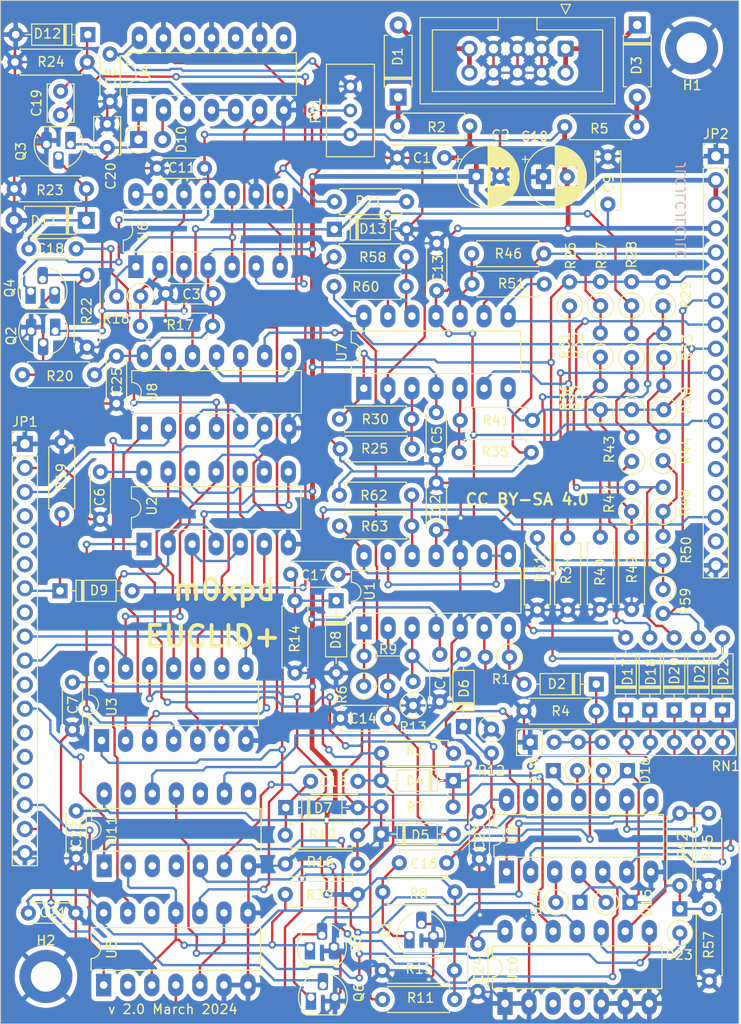
<source format=kicad_pcb>
(kicad_pcb (version 20221018) (generator pcbnew)
  (layers (0 "F.Cu" signal) (31 "B.Cu" signal) (34 "B.Paste" user) (35 "F.Paste" user) (36 "B.SilkS" user "B.Silkscreen") (37 "F.SilkS" user "F.Silkscreen") (38 "B.Mask" user) (39 "F.Mask" user) (44 "Edge.Cuts" user))
  (net 0 "")
  (net 1 "GND")
  (net 2 "Net-(D7-K)")
  (net 3 "Net-(Q1-C)")
  (net 4 "Net-(D6-K)")
  (net 5 "Net-(D5-A)")
  (net 6 "dNINPUT")
  (net 7 "+12V")
  (net 8 "Net-(D6-A)")
  (net 9 "Net-(D11-K)")
  (net 10 "-12V")
  (net 11 "Net-(C18-Pad2)")
  (net 12 "CLOCK_IN")
  (net 13 "Net-(C19-Pad1)")
  (net 14 "Net-(D12-K)")
  (net 15 "_INPUT")
  (net 16 "Net-(D14-K)")
  (net 17 "Net-(D14-A)")
  (net 18 "Net-(D2-A)")
  (net 19 "Net-(D15-A)")
  (net 20 "Net-(D16-A)")
  (net 21 "Net-(D9-A)")
  (net 22 "Net-(D10-K)")
  (net 23 "Net-(D10-A)")
  (net 24 "ADC_4")
  (net 25 "A4")
  (net 26 "ADC_3")
  (net 27 "A3")
  (net 28 "ADC_2")
  (net 29 "A2")
  (net 30 "ADC_1")
  (net 31 "A1")
  (net 32 "ADC_0")
  (net 33 "A0")
  (net 34 "Net-(D23-A)")
  (net 35 "Osc")
  (net 36 "INPUT'")
  (net 37 "MULT")
  (net 38 "Net-(D19-A)")
  (net 49 "Net-(Q1-B)")
  (net 50 "Net-(Q5-C)")
  (net 51 "Net-(Q2-B)")
  (net 52 "RESET")
  (net 53 "Net-(Q5-B)")
  (net 54 "VCO_IN")
  (net 55 "Net-(U1B--)")
  (net 56 "ADC_IN")
  (net 57 "Net-(U6A--)")
  (net 58 "Net-(U6B-+)")
  (net 59 "Net-(U7A-+)")
  (net 60 "Net-(U7B--)")
  (net 61 "Net-(U7C--)")
  (net 62 "Net-(U7D--)")
  (net 63 "Net-(U1D--)")
  (net 64 "Net-(R31-Pad1)")
  (net 65 "Net-(R32-Pad1)")
  (net 66 "Net-(R33-Pad1)")
  (net 67 "Net-(R43-Pad1)")
  (net 68 "Net-(R44-Pad1)")
  (net 69 "Net-(U7B-+)")
  (net 70 "Net-(U7C-+)")
  (net 71 "Net-(R50-Pad1)")
  (net 72 "dPINPUT")
  (net 73 "Net-(U7D-+)")
  (net 74 "Net-(U1D-+)")
  (net 75 "Net-(U6B--)")
  (net 76 "DIV_Out")
  (net 77 "Net-(U1C--)")
  (net 78 "Net-(U2-Pad1)")
  (net 79 "Net-(U2-Pad3)")
  (net 80 "Q0")
  (net 81 "Net-(U2-Pad6)")
  (net 82 "Net-(U2-Pad8)")
  (net 83 "Net-(U2-Pad13)")
  (net 84 "Net-(U3-Pad9)")
  (net 85 "Net-(U4-Pad4)")
  (net 87 "INPUT")
  (net 90 "Net-(U6D--)")
  (net 91 "FIRST")
  (net 92 "Net-(U8-Pad3)")
  (net 93 "Net-(U8-Pad11)")
  (net 94 "Net-(U11-Q0)")
  (net 95 "Q")
  (net 96 "_Q")
  (net 97 "Net-(U11-Q1)")
  (net 98 "dOsc")
  (net 99 "Net-(U11-Q2)")
  (net 100 "Net-(U11-Q3)")
  (net 101 "Net-(U11-Q4)")
  (net 104 "ESYNC")
  (net 106 "Net-(D1-K)")
  (net 107 "Net-(D1-A)")
  (net 108 "Net-(D3-K)")
  (net 109 "Net-(D3-A)")
  (net 110 "Net-(C17-Pad1)")
  (net 113 "Net-(RN1-R1)")
  (footprint "Connector_PinHeader_2.54mm:PinHeader_1x18_P2.54mm_Vertical" (layer "F.Cu") (at 102.575 96.795)
    (fp_text reference "JP1")
    (fp_text value "~" hide)
  )
  (footprint "Resistor_THT:R_Axial_DIN0207_L6.3mm_D2.5mm_P2.54mm_Vertical" (layer "F.Cu") (at 169.975 103.915 90)
    (fp_text reference "R48")
    (fp_text value "200k" hide)
  )
  (footprint "Package_DIP:DIP-14_W7.62mm_LongPads" (layer "F.Cu") (at 114.3 78.095 90)
    (fp_text reference "U6")
    (fp_text value "TL084")
  )
  (footprint "Resistor_THT:R_Axial_DIN0207_L6.3mm_D2.5mm_P7.62mm_Horizontal" (layer "F.Cu") (at 147.965 155.425 180)
    (fp_text reference "R11")
    (fp_text value "10k" hide)
  )
  (footprint "Resistor_THT:R_Axial_DIN0207_L6.3mm_D2.5mm_P2.54mm_Vertical" (layer "F.Cu") (at 170.05 93.19 90)
    (fp_text reference "R38")
    (fp_text value "200k" hide)
  )
  (footprint "Diode_THT:D_DO-35_SOD27_P7.62mm_Horizontal" (layer "F.Cu") (at 130.13 135.175)
    (fp_text reference "D7")
    (fp_text value "1N4148" hide)
  )
  (footprint "Resistor_THT:R_Axial_DIN0207_L6.3mm_D2.5mm_P7.62mm_Horizontal" (layer "F.Cu") (at 140.18 135.1)
    (fp_text reference "R7")
    (fp_text value "100k" hide)
  )
  (footprint "Capacitor_THT:C_Disc_D4.3mm_W1.9mm_P5.00mm" (layer "F.Cu") (at 146.07 75.625 -90)
    (fp_text reference "C13")
    (fp_text value "100n" hide)
  )
  (footprint "Resistor_THT:R_Axial_DIN0207_L6.3mm_D2.5mm_P7.62mm_Horizontal" (layer "F.Cu") (at 163.35 114.26 90)
    (fp_text reference "R40")
    (fp_text value "200k" hide)
  )
  (footprint "Capacitor_THT:C_Disc_D4.3mm_W1.9mm_P5.00mm" (layer "F.Cu") (at 116.55 67.7)
    (fp_text reference "C11")
    (fp_text value "100n" hide)
  )
  (footprint "Package_DIP:DIP-14_W7.62mm_LongPads" (layer "F.Cu") (at 115.16 107.37 90)
    (fp_text reference "U2")
    (fp_text value "4001")
  )
  (footprint "Resistor_THT:R_Axial_DIN0207_L6.3mm_D2.5mm_P2.54mm_Vertical" (layer "F.Cu") (at 166.65 93.19 90)
    (fp_text reference "R37")
    (fp_text value "200k" hide)
  )
  (footprint "Resistor_THT:R_Axial_DIN0207_L6.3mm_D2.5mm_P7.62mm_Horizontal" (layer "F.Cu") (at 130.08 141.125)
    (fp_text reference "R16")
    (fp_text value "47k" hide)
  )
  (footprint "Resistor_THT:R_Axial_DIN0207_L6.3mm_D2.5mm_P7.62mm_Horizontal" (layer "F.Cu") (at 159.9 114.32 90)
    (fp_text reference "R34")
    (fp_text value "100k" hide)
  )
  (footprint "Resistor_THT:R_Axial_DIN0207_L6.3mm_D2.5mm_P2.54mm_Vertical" (layer "F.Cu") (at 163.35 93.19 90)
    (fp_text reference "R36")
    (fp_text value "200k" hide)
  )
  (footprint "Package_DIP:DIP-14_W7.62mm_LongPads" (layer "F.Cu") (at 115.2 95.125 90)
    (fp_text reference "U8")
    (fp_text value "4081")
  )
  (footprint "Resistor_THT:R_Axial_DIN0207_L6.3mm_D2.5mm_P7.62mm_Horizontal" (layer "F.Cu") (at 101.455 69.875)
    (fp_text reference "R23")
    (fp_text value "100k" hide)
  )
  (footprint "Diode_THT:D_DO-35_SOD27_P2.54mm_Vertical_KathodeUp" (layer "F.Cu") (at 171.75 145.86 -90)
    (fp_text reference "D23")
    (fp_text value "1N4148" hide)
  )
  (footprint "Resistor_THT:R_Axial_DIN0207_L6.3mm_D2.5mm_P7.62mm_Horizontal" (layer "F.Cu") (at 156.7 114.32 90)
    (fp_text reference "R61")
    (fp_text value "200k" hide)
  )
  (footprint "Resistor_THT:R_Axial_DIN0207_L6.3mm_D2.5mm_P2.54mm_Vertical" (layer "F.Cu") (at 153.75 119.3 180)
    (fp_text reference "R1")
    (fp_text value "100k" hide)
  )
  (footprint "Diode_THT:D_A-405_P2.54mm_Vertical_AnodeUp" (layer "F.Cu") (at 114.585 64.675)
    (fp_text reference "D10")
    (fp_text value "1N4148" hide)
  )
  (footprint "Capacitor_THT:C_Disc_D4.3mm_W1.9mm_P5.00mm" (layer "F.Cu") (at 110.55 99.75 -90)
    (fp_text reference "C6")
    (fp_text value "100n" hide)
  )
  (footprint "Resistor_THT:R_Axial_DIN0207_L6.3mm_D2.5mm_P7.62mm_Horizontal" (layer "F.Cu") (at 140.325 152.35)
    (fp_text reference "R15")
    (fp_text value "100k" hide)
  )
  (footprint "Diode_THT:D_DO-35_SOD27_P7.62mm_Horizontal" (layer "F.Cu") (at 171.15 124.875 90)
    (fp_text reference "D20")
    (fp_text value "1N4148" hide)
  )
  (footprint "Resistor_THT:R_Axial_DIN0207_L6.3mm_D2.5mm_P2.54mm_Vertical" (layer "F.Cu") (at 166.65 82.215 90)
    (fp_text reference "R28")
    (fp_text value "200k" hide)
  )
  (footprint "Resistor_THT:R_Axial_DIN0207_L6.3mm_D2.5mm_P7.62mm_Horizontal" (layer "F.Cu") (at 142.845 80.175 180)
    (fp_text reference "R60")
    (fp_text value "120k" hide)
  )
  (footprint "Resistor_THT:R_Axial_DIN0207_L6.3mm_D2.5mm_P7.62mm_Horizontal" (layer "F.Cu") (at 143.42 94.175 180)
    (fp_text reference "R30")
    (fp_text value "120k" hide)
  )
  (footprint "MountingHole:MountingHole_3.2mm_M3_DIN965_Pad_TopBottom" (layer "F.Cu") (at 104.8 153)
    (fp_text reference "H2")
    (fp_text value "MountingHole_Pad" hide)
  )
  (footprint "Diode_THT:D_DO-35_SOD27_P2.54mm_Vertical_KathodeUp" (layer "F.Cu") (at 158.385 131.275)
    (fp_text reference "D19")
    (fp_text value "1N4148" hide)
  )
  (footprint "Resistor_THT:R_Axial_DIN0207_L6.3mm_D2.5mm_P7.62mm_Horizontal" (layer "F.Cu") (at 106.475 104.195 90)
    (fp_text reference "R19")
    (fp_text value "22k" hide)
  )
  (footprint "Capacitor_THT:C_Disc_D4.3mm_W1.9mm_P5.00mm" (layer "F.Cu") (at 112.25 87.53 -90)
    (fp_text reference "C25")
    (fp_text value "100n" hide)
  )
  (footprint "Capacitor_THT:C_Disc_D6.0mm_W2.5mm_P5.00mm" (layer "F.Cu") (at 146.9 66.6 180)
    (fp_text reference "C1")
    (fp_text value "0.1u" hide)
  )
  (footprint "Resistor_THT:R_Axial_DIN0207_L6.3mm_D2.5mm_P2.54mm_Vertical" (layer "F.Cu") (at 166.65 103.925 90)
    (fp_text reference "R47")
    (fp_text value "200k" hide)
  )
  (footprint "Capacitor_THT:C_Disc_D4.3mm_W1.9mm_P5.00mm" (layer "F.Cu") (at 150.42 149.57 -90)
    (fp_text reference "C24")
    (fp_text value "100n" hide)
  )
  (footprint "Package_DIP:DIP-14_W7.62mm_LongPads" (layer "F.Cu") (at 110.9 153.9 90)
    (fp_text reference "U5")
    (fp_text value "4013")
  )
  (footprint "Diode_THT:D_DO-35_SOD27_P7.62mm_Horizontal" (layer "F.Cu") (at 162.92 122.15 180)
    (fp_text reference "D2")
    (fp_text value "1N4148" hide)
  )
  (footprint "Package_DIP:DIP-14_W7.62mm_LongPads" (layer "F.Cu") (at 138.395 116.22 90)
    (fp_text reference "U1")
    (fp_text value "TL084")
  )
  (footprint "Resistor_THT:R_Axial_DIN0207_L6.3mm_D2.5mm_P7.62mm_Horizontal" (layer "F.Cu") (at 140.375 144.075)
    (fp_text reference "R8")
    (fp_text value "22k" hide)
  )
  (footprint "Capacitor_THT:C_Disc_D3.8mm_W2.6mm_P2.50mm" (layer "F.Cu") (at 106.35 62.075 90)
    (fp_text reference "C19")
    (fp_text value "4n7" hide)
  )
  (footprint "Diode_THT:D_DO-35_SOD27_P7.62mm_Horizontal" (layer "F.Cu") (at 176.25 124.875 90)
    (fp_text reference "D22")
    (fp_text value "1N4148" hide)
  )
  (footprint "Diode_THT:D_DO-35_SOD27_P7.62mm_Horizontal" (layer "F.Cu") (at 147.82 132.325 180)
    (fp_text reference "D4")
    (fp_text value "1N4148" hide)
  )
  (footprint "Resistor_THT:R_Axial_DIN0207_L6.3mm_D2.5mm_P7.62mm_Horizontal" (layer "F.Cu") (at 155.29 125)
    (fp_text reference "R4")
    (fp_text value "100k" hide)
  )
  (footprint "Capacitor_THT:C_Disc_D4.7mm_W2.5mm_P5.00mm" (layer "F.Cu") (at 132.75 132.4)
    (fp_text reference "C15")
    (fp_text value "100n" hide)
  )
  (footprint "Resistor_THT:R_Axial_DIN0207_L6.3mm_D2.5mm_P7.62mm_Horizontal" (layer "F.Cu") (at 101.53 56.5)
    (fp_text reference "R24")
    (fp_text value "22k" hide)
  )
  (footprint "Resistor_THT:R_Axial_DIN0207_L6.3mm_D2.5mm_P2.54mm_Vertical" (layer "F.Cu") (at 163.35 87.64 90)
    (fp_text reference "R31")
    (fp_text value "100k" hide)
  )
  (footprint "Capacitor_THT:C_Disc_D4.3mm_W1.9mm_P5.00mm" (layer "F.Cu") (at 108 135.525 -90)
    (fp_text reference "C22")
    (fp_text value "100n" hide)
  )
  (footprint "Resistor_THT:R_Axial_DIN0207_L6.3mm_D2.5mm_P7.62mm_Horizontal" (layer "F.Cu") (at 159.58 63.325)
    (fp_text reference "R5")
    (fp_text value "10" hide)
  )
  (footprint "Resistor_THT:R_Axial_DIN0207_L6.3mm_D2.5mm_P7.62mm_Horizontal" (layer "F.Cu") (at 135.225 77.05)
    (fp_text reference "R58")
    (fp_text value "2k7" hide)
  )
  (footprint "Package_TO_SOT_THT:TO-92_HandSolder" (layer "F.Cu") (at 143.185 148.725)
    (fp_text reference "Q1")
    (fp_text value "BC546" hide)
  )
  (footprint "Capacitor_THT:C_Disc_D4.3mm_W1.9mm_P5.00mm" (layer "F.Cu") (at 122.45 80.95 180)
    (fp_text reference "C3")
    (fp_text value "100n" hide)
  )
  (footprint "Package_TO_SOT_THT:TO-92_HandSolder" (layer "F.Cu") (at 105.775 84.875 180)
    (fp_text reference "Q2")
    (fp_text value "BC546" hide)
  )
  (footprint "Resistor_THT:R_Axial_DIN0207_L6.3mm_D2.5mm_P2.54mm_Vertical" (layer "F.Cu") (at 163.375 82.215 90)
    (fp_text reference "R27")
    (fp_text value "200k" hide)
  )
  (footprint "Resistor_THT:R_Axial_DIN0207_L6.3mm_D2.5mm_P7.62mm_Horizontal" (layer "F.Cu") (at 143.435 105.45 180)
    (fp_text reference "R63")
    (fp_text value "120k" hide)
  )
  (footprint "Resistor_THT:R_Array_SIP9" (layer "F.Cu") (at 155.94 128.275)
    (fp_text reference "RN1")
    (fp_text value "10k" hide)
  )
  (footprint "Resistor_THT:R_Axial_DIN0207_L6.3mm_D2.5mm_P2.54mm_Vertical" (layer "F.Cu") (at 143.575 124.4 90)
    (fp_text reference "R13")
    (fp_text value "10k" hide)
  )
  (footprint "Diode_THT:D_A-405_P7.62mm_Horizontal" (layer "F.Cu") (at 167.25 52.58 -90)
    (fp_text reference "D3")
    (fp_text value "D_Schottky_Small" hide)
  )
  (footprint "Diode_THT:D_DO-35_SOD27_P7.62mm_Horizontal" (layer "F.Cu") (at 166.025 124.87 90)
    (fp_text reference "D17")
    (fp_text value "1N4148" hide)
  )
  (footprint "Package_TO_SOT_THT:TO-92_HandSolder" (layer "F.Cu") (at 107.4 65.175 180)
    (fp_text reference "Q3")
    (fp_text value "BC546" hide)
  )
  (footprint "Resistor_THT:R_Axial_DIN0207_L6.3mm_D2.5mm_P2.54mm_Vertical" (layer "F.Cu") (at 114.8 81.225 180)
    (fp_text reference "R18")
    (fp_text value "12k" hide)
  )
  (footprint "Diode_THT:D_DO-35_SOD27_P7.62mm_Horizontal" (layer "F.Cu") (at 168.575 124.875 90)
    (fp_text reference "D18")
    (fp_text value "1N4148" hide)
  )
  (footprint "Resistor_THT:R_Axial_DIN0207_L6.3mm_D2.5mm_P7.62mm_Horizontal" (layer "F.Cu") (at 142.895 71.225 180)
    (fp_text reference "R21")
    (fp_text value "1k" hide)
  )
  (footprint "Resistor_THT:R_Axial_DIN0207_L6.3mm_D2.5mm_P7.62mm_Horizontal" (layer "F.Cu") (at 166.65 114.26 90)
    (fp_text reference "R49")
    (fp_text value "200k" hide)
  )
  (footprint "Diode_THT:D_DO-35_SOD27_P7.62mm_Horizontal" (layer "F.Cu") (at 106.28 112.3)
    (fp_text reference "D9")
    (fp_text value "1N4148" hide)
  )
  (footprint "Package_DIP:DIP-14_W7.62mm_LongPads" (layer "F.Cu") (at 153.285 155.845 90)
    (fp_text reference "U10")
    (fp_text value "4030")
  )
  (footprint "Resistor_THT:R_Axial_DIN0207_L6.3mm_D2.5mm_P2.54mm_Vertical" (layer "F.Cu") (at 166.675 98.64 90)
    (fp_text reference "R43")
    (fp_text value "100k" hide)
  )
  (footprint "Resistor_THT:R_Axial_DIN0207_L6.3mm_D2.5mm_P2.54mm_Vertical" (layer "F.Cu") (at 169.975 112.15 -90)
    (fp_text reference "R59")
    (fp_text value "200k" hide)
  )
  (footprint "Package_DIP:DIP-14_W7.62mm_LongPads" (layer "F.Cu") (at 153.45 141.965 90)
    (fp_text reference "U9")
    (fp_text value "4030")
  )
  (footprint "Connector_IDC:IDC-Header_2x05_P2.54mm_Vertical" (layer "F.Cu") (at 159.685 55.085 -90)
    (fp_text reference "X1" hide)
    (fp_text value "2510-" hide)
  )
  (footprint "Package_DIP:DIP-14_W7.62mm_LongPads" (layer "F.Cu") (at 110.95 141.32 90)
    (fp_text reference "U11")
    (fp_text value "4024")
  )
  (footprint "Resistor_THT:R_Axial_DIN0207_L6.3mm_D2.5mm_P7.62mm_Horizontal" (layer "F.Cu") (at 114.78 84.375)
    (fp_text reference "R17")
    (fp_text value "11k" hide)
  )
  (footprint "Diode_THT:D_A-405_P7.62mm_Horizontal" (layer "F.Cu") (at 142 60.2 90)
    (fp_text reference "D1")
    (fp_text value "D_Schottky_Small" hide)
  )
  (footprint "Resistor_THT:R_Axial_DIN0207_L6.3mm_D2.5mm_P7.62mm_Horizontal" (layer "F.Cu") (at 156.055 97.7 180)
    (fp_text reference "R35")
    (fp_text value "2k7" hide)
  )
  (footprint "Diode_THT:D_DO-35_SOD27_P7.62mm_Horizontal" (layer "F.Cu") (at 173.7 124.875 90)
    (fp_text reference "D21")
    (fp_text value "1N4148" hide)
  )
  (footprint "Capacitor_THT:C_Disc_D4.3mm_W1.9mm_P5.00mm" (layer "F.Cu") (at 146.025 93.475 -90)
    (fp_text reference "C5")
    (fp_text value "100n" hide)
  )
  (footprint "Resistor_THT:R_Axial_DIN0207_L6.3mm_D2.5mm_P2.54mm_Vertical" (layer "F.Cu") (at 160.1 82.25 90)
    (fp_text reference "R26")
    (fp_text value "100k" hide)
  )
  (footprint "Resistor_THT:R_Axial_DIN0207_L6.3mm_D2.5mm_P7.62mm_Horizontal" (layer "F.Cu") (at 137.695 138.075 180)
    (fp_text reference "R10")
    (fp_text value "10k" hide)
  )
  (footprint "Package_TO_SOT_THT:TO-92_HandSolder" (layer "F.Cu") (at 103.185 80.7)
    (fp_text reference "Q4")
    (fp_text value "BC556" hide)
  )
  (footprint "Diode_THT:D_A-405_P7.62mm_Horizontal" (layer "F.Cu") (at 109.06 73.2 180)
    (fp_text reference "D11")
    (fp_text value "1N4148" hide)
  )
  (footprint "Resistor_THT:R_Axial_DIN0207_L6.3mm_D2.5mm_P2.54mm_Vertical" (layer "F.Cu") (at 169.975 109.075 90)
    (fp_text reference "R50")
    (fp_text value "100k" hide)
  )
  (footprint "Resistor_THT:R_Axial_DIN0207_L6.3mm_D2.5mm_P7.62mm_Horizontal" (layer "F.Cu") (at 147.845 129.45 180)
    (fp_text reference "R3")
    (fp_text value "100k" hide)
  )
  (footprint "Capacitor_THT:C_Disc_D4.3mm_W1.9mm_P5.00mm" (layer "F.Cu") (at 146.4 119 -90)
    (fp_text reference "C4")
    (fp_text value "100n" hide)
  )
  (footprint "Capacitor_THT:C_Disc_D4.7mm_W2.5mm_P5.00mm" (layer "F.Cu") (at 142.12 141)
    (fp_text reference "C16")
    (fp_text value "100n" hide)
  )
  (footprint "Capacitor_THT:CP_Radial_D6.3mm_P2.50mm" (layer "F.Cu") (at 150.25 68.575)
    (fp_text reference "C2")
    (fp_text value "22u" hide)
  )
  (footprint "Diode_THT:D_DO-35_SOD27_P7.62mm_Horizontal" (layer "F.Cu") (at 135.45 113.34 -90)
    (fp_text reference "D8")
    (fp_text value "1N4148" hide)
  )
  (footprint "Resistor_THT:R_Axial_DIN0207_L6.3mm_D2.5mm_P7.62mm_Horizontal" (layer "F.Cu") (at 109.145 86.59 90)
    (fp_text reference "R22")
    (fp_text value "2K2" hide)
  )
  (footprint "Package_DIP:DIP-14_W7.62mm_LongPads" (layer "F.Cu") (at 138.37 90.925 90)
    (fp_text reference "U7")
    (fp_text value "TL084")
  )
  (footprint "Resistor_THT:R_Axial_DIN0207_L6.3mm_D2.5mm_P7.62mm_Horizontal" (layer "F.Cu") (at 109.94 89.495 180)
    (fp_text reference "R20")
    (fp_text value "1M" hide)
  )
  (footprint "Diode_THT:D_DO-35_SOD27_P7.62mm_Horizontal" (layer "F.Cu") (at 140.2 137.975)
    (fp_text reference "D5")
    (fp_text value "1N4148" hide)
  )
  (footprint "Resistor_THT:R_Axial_DIN0207_L6.3mm_D2.5mm_P7.62mm_Horizontal" (layer "F.Cu") (at 135.8 102.2)
    (fp_text reference "R62")
    (fp_text value "2k7" hide)
  )
  (footprint "Capacitor_THT:C_Disc_D4.3mm_W1.9mm_P5.00mm" (layer "F.Cu") (at 107.6 121.95 -90)
    (fp_text reference "C7")
    (fp_text value "100n" hide)
  )
  (footprint "Package_DIP:DIP-14_W7.62mm_LongPads" (layer "F.Cu") (at 114.675 61.57 90)
    (fp_text reference "U4")
    (fp_text value "40106")
  )
  (footprint "Resistor_THT:R_Axial_DIN0207_L6.3mm_D2.5mm_P7.62mm_Horizontal" (layer "F.Cu") (at 135.875 97.325)
    (fp_text reference "R25")
    (fp_text value "2k7" hide)
  )
  (footprint "Resistor_THT:R_Axial_DIN0207_L6.3mm_D2.5mm_P7.62mm_Horizontal" (layer "F.Cu") (at 130.08 144.325)
    (fp_text reference "R39")
    (fp_text value "22k" hide)
  )
  (footprint "Package_DIP:DIP-14_W7.62mm_LongPads" (layer "F.Cu") (at 110.675 128.095 90)
    (fp_text reference "U3")
    (fp_text value "4081")
  )
  (footprint "Resistor_THT:R_Axial_DIN0207_L6.3mm_D2.5mm_P7.62mm_Horizontal" (layer "F.Cu") (at 171.75 135.78 -90)
    (fp_text reference "R42")
    (fp_text value "56k" hide)
  )
  (footprint "Resistor_THT:R_Axial_DIN0207_L6.3mm_D2.5mm_P2.54mm_Vertical" (layer "F.Cu") (at 151.85 126.885 -90)
    (fp_text reference "R12")
    (fp_text value "10k" hide)
  )
  (footprint "Resistor_THT:R_Axial_DIN0207_L6.3mm_D2.5mm_P7.62mm_Horizontal" (layer "F.Cu") (at 131.1 120.97 90)
    (fp_text reference "R14")
    (fp_text value "10k" hide)
  )
  (footprint "Resistor_THT:R_Axial_DIN0207_L6.3mm_D2.5mm_P2.54mm_Vertical" (layer "F.Cu") (at 138.355 122.35)
    (fp_text reference "R6")
    (fp_text value "100k" hide)
  )
  (footprint "Resistor_THT:R_Axial_DIN0207_L6.3mm_D2.5mm_P7.62mm_Horizontal" (layer "F.Cu") (at 157.385 76.725 180)
    (fp_text reference "R46")
    (fp_text value "2k7" hide)
  )
  (footprint "Diode_THT:D_DO-35_SOD27_P7.62mm_Horizontal" (layer "F.Cu") (at 135.255 74.15)
    (fp_text reference "D13")
    (fp_text value "1N4148" hide)
  )
  (footprint "Resistor_THT:R_Axial_DIN0207_L6.3mm_D2.5mm_P7.62mm_Horizontal" (layer "F.Cu") (at 174.85 153.47 90)
    (fp_text reference "R57")
    (fp_text value "100k" hide)
  )
  (footprint "Resistor_THT:R_Axial_DIN0207_L6.3mm_D2.5mm_P7.62mm_Horizontal" (layer "F.Cu") (at 174.8 143.385 90)
    (fp_text reference "R45")
    (fp_text value "100k" hide)
  )
  (footprint "Capacitor_THT:C_Disc_D6.0mm_W2.5mm_P5.00mm" (layer "F.Cu") (at 164.15 66.5 -90)
    (fp_text reference "C9")
    (fp_text value "0.1u" hide)
  )
  (footprint "Capacitor_THT:CP_Radial_D6.3mm_P2.50mm" (layer "F.Cu") (at 157.35 68.6)
    (fp_text reference "C10")
    (fp_text value "22u" hide)
  )
  (footprint "Capacitor_THT:C_Disc_D4.3mm_W1.9mm_P5.00mm" (layer "F.Cu") (at 150.575 135.6 -90)
    (fp_text reference "C23")
    (fp_text value "100n" hide)
  )
  (footprint "Package_TO_SOT_THT:TO-92_HandSolder" (layer "F.Cu") (at 132.785 155.2)
    (fp_text reference "Q6")
    (fp_text value "BC546" hide)
  )
  (footprint "MountingHole:MountingHole_3.2mm_M3_DIN965_Pad_TopBottom" (layer "F.Cu") (at 173 55)
    (fp_text reference "H1")
    (fp_text value "MountingHole_Pad" hide)
  )
  (footprint "Package_TO_SOT_THT:TO-92_HandSolder" (layer "F.Cu") (at 132.685 149.9)
    (fp_text reference "Q5")
    (fp_text value "BC546" hide)
  )
  (footprint "Resistor_THT:R_Axial_DIN0207_L6.3mm_D2.5mm_P7.62mm_Horizontal" (layer "F.Cu") (at 149.8 79.925)
    (fp_text reference "R51")
    (fp_text value "120k" hide)
  )
  (footprint "Resistor_THT:R_Axial_DIN0207_L6.3mm_D2.5mm_P7.62mm_Horizontal" (layer "F.Cu") (at 148.55 94.3)
    (fp_text reference "R41")
    (fp_text value "120k" hide)
  )
  (footprint "Resistor_THT:R_Axial_DIN0207_L6.3mm_D2.5mm_P7.62mm_Horizontal" (layer "F.Cu") (at 149.56 63.25 180)
    (fp_text reference "R2")
    (fp_text value "10" hide)
  )
  (footprint "Diode_THT:D_DO-35_SOD27_P7.62mm_Horizontal" (layer "F.Cu") (at 109.225 53.6 180)
    (fp_text reference "D12")
    (fp_text value "1N4148" hide)
  )
  (footprint "Diode_THT:D_DO-35_SOD27_P2.54mm_Vertical_KathodeUp" (layer "F.Cu") (at 161.2 145.175 180)
    (fp_text reference "D14")
    (fp_text value "1N4148" hide)
  )
  (footprint "Resistor_THT:R_Axial_DIN0207_L6.3mm_D2.5mm_P5.08mm_Vertical" (layer "F.Cu") (at 138.4 119.175)
    (fp_text reference "R9")
    (fp_text value "10k" hide)
  )
  (footprint "Diode_THT:D_DO-35_SOD27_P7.62mm_Horizontal" (layer "F.Cu") (at 148.9 126.625 90)
    (fp_text reference "D6")
    (fp_text value "1N4148" hide)
  )
  (footprint "Capacitor_THT:C_Disc_D4.7mm_W2.5mm_P5.00mm" (layer "F.Cu") (at 135.92 125.75)
    (fp_text reference "C14")
    (fp_text value "100n" hide)
  )
  (footprint "Resistor_THT:R_Axial_DIN0207_L6.3mm_D2.5mm_P2.54mm_Vertical" (layer "F.Cu") (at 169.975 98.555 90)
    (fp_text reference "R44")
    (fp_text value "100k" hide)
  )
  (footprint "Capacitor_THT:C_Disc_D4.7mm_W2.5mm_P5.00mm" (layer "F.Cu") (at 135.65 110.55 180)
    (fp_text reference "C17")
    (fp_text value "100n" hide)
  )
  (footprint "Diode_THT:D_DO-35_SOD27_P2.54mm_Vertical_KathodeUp" (layer "F.Cu") (at 166.49 145.175 180)
    (fp_text reference "D15")
    (fp_text value "1N4148" hide)
  )
  (footprint "Capacitor_THT:C_Disc_D4.3mm_W1.9mm_P5.00mm" (layer "F.Cu") (at 102.95 146.3)
    (fp_text reference "C21")
    (fp_text value "100n" hide)
  )
  (footprint "Resistor_THT:R_Axial_DIN0207_L6.3mm_D2.5mm_P2.54mm_Vertical" (layer "F.Cu") (at 170.05 87.69 90)
    (fp_text reference "R33")
    (fp_text value "100k" hide)
  )
  (footprint "Diode_THT:D_DO-35_SOD27_P2.54mm_Vertical_KathodeUp" (layer "F.Cu") (at 166.215 131.275 180)
    (fp_text reference "D16")
    (fp_text value "1N4148" hide)
  )
  (footprint "Resistor_THT:R_Axial_DIN0207_L6.3mm_D2.5mm_P2.54mm_Vertical" (layer "F.Cu") (at 169.95 82.24 90)
    (fp_text reference "R29")
    (fp_text value "200k" hide)
  )
  (footprint "Capacitor_THT:C_Disc_D4.3mm_W1.9mm_P5.00mm" (layer "F.Cu") (at 103 76.2)
    (fp_text reference "C18")
    (fp_text value "2n2" hide)
  )
  (footprint "Capacitor_THT:C_Disc_D3.8mm_W2.6mm_P2.50mm" (layer "F.Cu") (at 111.275 65.525 90)
    (fp_text reference "C20")
    (fp_text value "10n" hide)
  )
  (footprint "Resistor_THT:R_Axial_DIN0207_L6.3mm_D2.5mm_P2.54mm_Vertical" (layer "F.Cu") (at 166.65 87.69 90)
    (fp_text reference "R32")
    (fp_text value "100k" hide)
  )
  (footprint "Connector_PinHeader_2.54mm:PinHeader_1x18_P2.54mm_Vertical" (layer "F.Cu") (at 175.55 66.425)
    (fp_text reference "JP2")
    (fp_text value "~" hide)
  )
  (footprint "Potentiometer_THT:Potentiometer_Bourns_3296W_Vertical" (layer "F.Cu") (at 136.95 59.07 90)
    (fp_text reference "RV1")
    (fp_text value "10k")
  )
  (footprint "Capacitor_THT:C_Disc_D4.3mm_W1.9mm_P5.00mm" (layer "F.Cu") (at 146.035 100.9 -90)
    (fp_text reference "C12")
    (fp_text value "100n" hide)
  )
  (footprint "Capacitor_THT:C_Disc_D4.3mm_W1.9mm_P5.00mm" (layer "F.Cu") (at 111.575 55.65 -90)
    (fp_text reference "C8")
    (fp_text value "100n" hide)
  )
  (gr_line (start 100 158) (end 100 50) (stroke (width 0.1)) (layer "Edge.Cuts"))
  (gr_line (start 100 50) (end 178 50) (stroke (width 0.1)) (layer "Edge.Cuts"))
  (gr_line (start 178 50) (end 178 158) (stroke (width 0.1)) (layer "Edge.Cuts"))
  (gr_line (start 178 158) (end 100 158) (stroke (width 0.1)) (layer "Edge.Cuts"))
  (gr_text "JLCJLCJLCJLC" (at 172.45 66.91 90) (layer "B.SilkS") (effects (font (size 1 1)) (justify left bottom mirror)))
  (gr_text "CC BY-SA 4.0" (at 148.98 103.35) (layer "F.SilkS") (effects (font (size 1.2 1.2) (thickness 0.24) bold) (justify left bottom)))
  (gr_text "v 2.0 March 2024" (at 111.27 157.04) (layer "F.SilkS") (effects (font (size 1 1)) (justify left bottom)))
  (gr_text "m0xpd" (at 117.99 113.47) (layer "F.SilkS") (effects (font (size 2.2 2.2) (thickness 0.4) bold) (justify left bottom)))
  (gr_text "EUCLID+" (at 115.01 118.39) (layer "F.SilkS") (effects (font (size 2.2 2.2) (thickness 0.4) bold) (justify left bottom)))
  (segment (start 106.4 138.925) (end 108 140.525) (width 0.25) (layer "F.Cu") (net 1))
  (segment (start 117.45 80.95) (end 118.1 80.3) (width 0.25) (layer "F.Cu") (net 1))
  (segment (start 107.6 126.95) (end 106.4 128.15) (width 0.25) (layer "F.Cu") (net 1))
  (segment (start 176.6 145.185) (end 174.8 143.385) (width 0.25) (layer "F.Cu") (net 1))
  (segment (start 136.2 131.55) (end 138.25 129.5) (width 0.25) (layer "F.Cu") (net 1))
  (segment (start 152.75 58.31) (end 152.065 57.625) (width 0.25) (layer "F.Cu") (net 1))
  (segment (start 135.35 155.2) (end 135.9 154.65) (width 0.25) (layer "F.Cu") (net 1))
  (segment (start 148.6 101.3) (end 148.2 100.9) (width 0.25) (layer "F.Cu") (net 1))
  (segment (start 101.53 53.675) (end 101.605 53.6) (width 0.25) (layer "F.Cu") (net 1))
  (segment (start 119.45 73.15) (end 119.38 73.08) (width 0.25) (layer "F.Cu") (net 1))
  (segment (start 113.95 67.7) (end 116.55 67.7) (width 0.25) (layer "F.Cu") (net 1))
  (segment (start 117.215 53.95) (end 117.215 55.425) (width 0.25) (layer "F.Cu") (net 1))
  (segment (start 155.29 127.625) (end 155.94 128.275) (width 0.25) (layer "F.Cu") (net 1))
  (segment (start 147.65 117.85) (end 147.65 122.75) (width 0.25) (layer "F.Cu") (net 1))
  (segment (start 109.145 86.59) (end 108.05 87.685) (width 0.25) (layer "F.Cu") (net 1))
  (segment (start 147.65 122.75) (end 146.4 124) (width 0.25) (layer "F.Cu") (net 1))
  (segment (start 135.9 150.575) (end 135.225 149.9) (width 0.25) (layer "F.Cu") (net 1))
  (segment (start 139.4 61.25) (end 137.95 59.8) (width 0.25) (layer "F.Cu") (net 1))
  (segment (start 129.915 58.715) (end 129.915 61.57) (width 0.25) (layer "F.Cu") (net 1))
  (segment (start 108.05 90.45) (end 110.13 92.53) (width 0.25) (layer "F.Cu") (net 1))
  (segment (start 109.4 104.75) (end 110.55 104.75) (width 0.25) (layer "F.Cu") (net 1))
  (segment (start 175.55 57.55) (end 173 55) (width 0.25) (layer "F.Cu") (net 1))
  (segment (start 130.4 104.5) (end 129.21 103.31) (width 0.25) (layer "F.Cu") (net 1))
  (segment (start 144.8 77.1) (end 144.7 77) (width 0.25) (layer "F.Cu") (net 1))
  (segment (start 144.8 85.5) (end 144.8 77.1) (width 0.25) (layer "F.Cu") (net 1))
  (segment (start 144.55 67.55) (end 143.6 66.6) (width 0.25) (layer "F.Cu") (net 1))
  (segment (start 127.375 56.175) (end 129.915 58.715) (width 0.25) (layer "F.Cu") (net 1))
  (segment (start 117.45 83.75) (end 117.45 80.95) (width 0.25) (layer "F.Cu") (net 1))
  (segment (start 112.65 66.4) (end 113.95 67.7) (width 0.25) (layer "F.Cu") (net 1))
  (segment (start 150.65 146.5) (end 150.575 146.425) (width 0.25) (layer "F.Cu") (net 1))
  (segment (start 141.9 66.6) (end 140.75 66.6) (width 0.25) (layer "F.Cu") (net 1))
  (segment (start 111.275 63.025) (end 112.65 64.4) (width 0.25) (layer "F.Cu") (net 1))
  (segment (start 146.035 98.485) (end 146.025 98.475) (width 0.25) (layer "F.Cu") (net 1))
  (segment (start 126.19 146.23) (end 126.14 146.28) (width 0.25) (layer "F.Cu") (net 1))
  (segment (start 142.875 74.15) (end 144.525 72.5) (width 0.25) (layer "F.Cu") (net 1))
  (segment (start 148.555 116.22) (end 148.555 116.945) (width 0.25) (layer "F.Cu") (net 1))
  (segment (start 137.75 135.175) (end 136.2 133.625) (width 0.25) (layer "F.Cu") (net 1))
  (segment (start 135.325 155.2) (end 135.35 155.2) (width 0.25) (layer "F.Cu") (net 1))
  (segment (start 107.95 140.575) (end 108 140.525) (width 0.25) (layer "F.Cu") (net 1))
  (segment (start 104.86 65.175) (end 101.53 61.845) (width 0.25) (layer "F.Cu") (net 1))
  (segment (start 144.55 72.5) (end 144.55 67.55) (width 0.25) (layer "F.Cu") (net 1))
  (segment (start 106.475 96.575) (end 106.475 99.125) (width 0.25) (layer "F.Cu") (net 1))
  (segment (start 101.455 67.495) (end 101.455 69.875) (width 0.25) (layer "F.Cu") (net 1))
  (segment (start 144.7 77) (end 144.7 76.995) (width 0.25) (layer "F.Cu") (net 1))
  (segment (start 108.95 101.6) (end 108.95 104.3) (width 0.25) (layer "F.Cu") (net 1))
  (segment (start 136.2 133.625) (end 136.2 131.55) (width 0.25) (layer "F.Cu") (net 1))
  (segment (start 140.2 135.12) (end 140.18 135.1) (width 0.25) (layer "F.Cu") (net 1))
  (segment (start 111.275 63.025) (end 111.275 60.95) (width 0.25) (layer "F.Cu") (net 1))
  (segment (start 117.215 55.425) (end 118.4 56.61) (width 0.25) (layer "F.Cu") (net 1))
  (segment (start 101.53 56.5) (end 101.53 53.675) (width 0.25) (layer "F.Cu") (net 1))
  (segment (start 117.4 83.8) (end 117.45 83.75) (width 0.25) (layer "F.Cu") (net 1))
  (segment (start 112.65 64.4) (end 112.65 66.4) (width 0.25) (layer "F.Cu") (net 1))
  (segment (start 145.7 152.85) (end 145.7 148.75) (width 0.25) (layer "F.Cu") (net 1))
  (segment (start 135.45 122.975) (end 135.45 120.96) (width 0.25) (layer "F.Cu") (net 1))
  (segment (start 140.91 90.925) (end 140.91 89.39) (width 0.25) (layer "F.Cu") (net 1))
  (segment (start 155.29 125) (end 155.29 127.625) (width 0.25) (layer "F.Cu") (net 1))
  (segment (start 103.775 65.175) (end 101.455 67.495) (width 0.25) (layer "F.Cu") (net 1))
  (segment (start 101.455 69.875) (end 101.455 73.185) (width 0.25) (layer "F.Cu") (net 1))
  (segment (start 143.6 66.6) (end 141.9 66.6) (width 0.25) (layer "F.Cu") (net 1))
  (segment (start 139.4 65.25) (end 139.4 61.25) (width 0.25) (layer "F.Cu") (net 1))
  (segment (start 104.86 65.175) (end 103.775 65.175) (width 0.25) (layer "F.Cu") (net 1))
  (segment (start 174.85 153.47) (end 176.6 151.72) (width 0.25) (layer "F.Cu") (net 1))
  (segment (start 127.375 53.95) (end 127.375 56.175) (width 0.25) (layer "F.Cu") (net 1))
  (segment (start 148.555 116.22) (end 148.555 108.6) (width 0.25) (layer "F.Cu") (net 1))
  (segment (start 130.4 107.37) (end 130.4 104.5) (width 0.25) (layer "F.Cu") (net 1))
  (segment (start 144.7 76.995) (end 146.07 75.625) (width 0.25) (layer "F.Cu") (net 1))
  (segment (start 108.95 104.3) (end 109.4 104.75) (width 0.25) (layer "F.Cu") (net 1))
  (segment (start 107.95 149.85) (end 104.8 153) (width 0.25) (layer "F.Cu") (net 1))
  (segment (start 152.75 68.575) (end 152.75 58.31) (width 0.25) (layer "F.Cu") (net 1))
  (segment (start 107.95 146.3) (end 107.95 140.575) (width 0.25) (layer "F.Cu") (net 1))
  (segment (start 101.53 61.845) (end 101.53 56.5) (width 0.25) (layer "F.Cu") (net 1))
  (segment (start 148.2 100.9) (end 146.035 100.9) (width 0.25) (layer "F.Cu") (net 1))
  (segment (start 138.25 129.5) (end 138.175 129.425) (width 0.25) (layer "F.Cu") (net 1))
  (segment (start 126.19 141.32) (end 126.19 146.23) (width 0.25) (layer "F.Cu") (net 1))
  (segment (start 144.525 72.5) (end 144.55 72.5) (width 0.25) (layer "F.Cu") (net 1))
  (segment (start 148.555 116.945) (end 147.65 117.85) (width 0.25) (layer "F.Cu") (net 1))
  (segment (start 106.475 99.125) (end 108.95 101.6) (width 0.25) (layer "F.Cu") (net 1))
  (segment (start 106.4 128.15) (end 106.4 138.925) (width 0.25) (layer "F.Cu") (net 1))
  (segment (start 155.825 155.845) (end 155.825 148.225) (width 0.25) (layer "F.Cu") (net 1))
  (segment (start 137.95 59.8) (end 137.68 59.8) (width 0.25) (layer "F.Cu") (net 1))
  (segment (start 118.1 80.3) (end 118.1 74.5) (width 0.25) (layer "F.Cu") (net 1))
  (segment (start 152.065 57.625) (end 152.065 55.085) (width 0.25) (layer "F.Cu") (net 1))
  (segment (start 138.175 129.425) (end 138.175 125.7) (width 0.25) (layer "F.Cu") (net 1))
  (segment (start 135.9 154.65) (end 135.9 150.575) (width 0.25) (layer "F.Cu") (net 1))
  (segment (start 118.1 74.5) (end 119.45 73.15) (width 0.25) (layer "F.Cu") (net 1))
  (segment (start 129.21 98.6) (end 130.44 97.37) (width 0.25) (layer "F.Cu") (net 1))
  (segment (start 122.42 56.61) (end 126.94 56.61) (width 0.25) (layer "F.Cu") (net 1))
  (segment (start 122.295 53.95) (end 122.295 56.485) (width 0.25) (layer "F.Cu") (net 1))
  (segment (start 130.44 97.37) (end 130.44 95.125) (width 0.25) (layer "F.Cu") (net 1))
  (segment (start 110.13 92.53) (end 112.25 92.53) (width 0.25) (layer "F.Cu") (net 1))
  (segment (start 145.7 148.75) (end 145.725 148.725) (width 0.25) (layer "F.Cu") (net 1))
  (segment (start 126.14 146.28) (end 126.14 153.9) (width 0.25) (layer "F.Cu") (net 1))
  (segment (start 138.175 125.7) (end 135.45 122.975) (width 0.25) (layer "F.Cu") (net 1))
  (segment (start 108.05 87.685) (end 108.05 90.45) (width 0.25) (layer "F.Cu") (net 1))
  (segment (start 140.91 89.39) (end 144.8 85.5) (width 0.25) (layer "F.Cu") (net 1))
  (segment (start 126.94 56.61) (end 127.375 56.175) (width 0.25) (layer "F.Cu") (net 1))
  (segment (start 101.455 73.185) (end 101.44 73.2) (width 0.25) (layer "F.Cu") (net 1))
  (segment (start 107.95 146.3) (end 107.95 149.85) (width 0.25) (layer "F.Cu") (net 1))
  (segment (start 148.6 104.61) (end 148.6 101.3) (width 0.25) (layer "F.Cu") (net 1))
  (segment (start 137.68 59.8) (end 136.95 59.07) (width 0.25) (layer "F.Cu") (net 1))
  (segment (start 154.605 57.625) (end 154.605 55.085) (width 0.25) (layer "F.Cu") (net 1))
  (segment (start 145.25 153.3) (end 145.7 152.85) (width 0.25) (layer "F.Cu") (net 1))
  (segment (start 140.75 66.6) (end 139.4 65.25) (width 0.25) (layer "F.Cu") (net 1))
  (segment (start 176.6 151.72) (end 176.6 145.185) (width 0.25) (layer "F.Cu") (net 1))
  (segment (start 127 70.475) (end 127 68.4) (width 0.25) (layer "F.Cu") (net 1))
  (segment (start 129.21 103.31) (end 129.21 98.6) (width 0.25) (layer "F.Cu") (net 1))
  (segment (start 140.2 137.975) (end 140.2 135.12) (width 0.25) (layer "F.Cu") (net 1))
  (segment (start 129.915 65.485) (end 129.915 61.57) (width 0.25) (layer "F.Cu") (net 1))
  (segment (start 146.035 100.9) (end 146.035 98.485) (width 0.25) (layer "F.Cu") (net 1))
  (segment (start 119.38 73.08) (end 119.38 70.475) (width 0.25) (layer "F.Cu") (net 1))
  (segment (start 175.55 66.425) (end 175.55 57.55) (width 0.25) (layer "F.Cu") (net 1))
  (segment (start 122.295 56.485) (end 122.42 56.61) (width 0.25) (layer "F.Cu") (net 1))
  (segment (start 157.145 57.625) (end 157.145 55.085) (width 0.25) (layer "F.Cu") (net 1))
  (segment (start 118.4 56.61) (end 122.42 56.61) (width 0.25) (layer "F.Cu") (net 1))
  (segment (start 150.575 146.425) (end 150.575 140.6) (width 0.25) (layer "F.Cu") (net 1))
  (segment (start 127 68.4) (end 129.915 65.485) (width 0.25) (layer "F.Cu") (net 1))
  (segment (start 111.275 60.95) (end 111.575 60.65) (width 0.25) (layer "F.Cu") (net 1))
  (via (at 148.6 104.61) (size 0.8) (drill 0.4) (layers "F.Cu" "B.Cu") (net 1))
  (via (at 145.25 153.3) (size 0.8) (drill 0.4) (layers "F.Cu" "B.Cu") (net 1))
  (via (at 117.4 83.8) (size 0.8) (drill 0.4) (layers "F.Cu" "B.Cu") (net 1))
  (via (at 150.65 146.5) (size 0.8) (drill 0.4) (layers "F.Cu" "B.Cu") (net 1))
  (segment (start 131.11 120.96) (end 131.1 120.97) (width 0.25) (layer "B.Cu") (net 1))
  (segment (start 152.065 57.625) (end 154.605 57.625) (width 0.25) (layer "B.Cu") (net 1))
  (segment (start 155.825 148.225) (end 155.825 147.175) (width 0.25) (layer "B.Cu") (net 1))
  (segment (start 130.44 95.125) (end 130.44 94.56) (width 0.25) (layer "B.Cu") (net 1))
  (segment (start 145.65 52.9) (end 141.65 56.9) (width 0.25) (layer "B.Cu") (net 1))
  (segment (start 164.225 66.425) (end 164.15 66.5) (width 0.25) (layer "B.Cu") (net 1))
  (segment (start 144.35 75.625) (end 142.875 74.15) (width 0.25) (layer "B.Cu") (net 1))
  (segment (start 110.96637 85.9) (end 115.2 85.9) (width 0.25) (layer "B.Cu") (net 1))
  (segment (start 152.775 68.6) (end 152.75 68.575) (width 0.25) (layer "B.Cu") (net 1))
  (segment (start 123.6 155.45) (end 122.8 156.25) (width 0.25) (layer "B.Cu") (net 1))
  (segment (start 168.2 110.65) (end 174.505 110.65) (width 0.25) (layer "B.Cu") (net 1))
  (segment (start 123.6 153.9) (end 126.14 153.9) (width 0.25) (layer "B.Cu") (net 1))
  (segment (start 119.38 70.475) (end 119.38 69.42) (width 0.25) (layer "B.Cu") (net 1))
  (segment (start 142.25 98.85) (end 140.8 97.4) (width 0.25) (layer "B.Cu") (net 1))
  (segment (start 135.375 150.05) (end 135.225 149.9) (width 0.25) (layer "B.Cu") (net 1))
  (segment (start 129.2775 126.4875) (end 127.67 128.095) (width 0.25) (layer "B.Cu") (net 1))
  (segment (start 135.325 155.2) (end 135.325 156) (width 0.25) (layer "B.Cu") (net 1))
  (segment (start 140.1 152.35) (end 139.65 151.9) (width 0.25) (layer "B.Cu") (net 1))
  (segment (start 107.335 88.4) (end 109.145 86.59) (width 0.25) (layer "B.Cu") (net 1))
  (segment (start 135.5 149.9) (end 135.225 149.9) (width 0.25) (layer "B.Cu") (net 1))
  (segment (start 106 56.5) (end 101.53 56.5) (width 0.25) (layer "B.Cu") (net 1))
  (segment (start 145.25 153.3) (end 145.3 153.3) (width 0.25) (layer "B.Cu") (net 1))
  (segment (start 103.235 84.875) (end 103.125 84.875) (width 0.25) (layer "B.Cu") (net 1))
  (segment (start 117.3 83.8) (end 117.4 83.8) (width 0.25) (layer "B.Cu") (net 1))
  (segment (start 107.4 156.05) (end 107.4 155.6) (width 0.25) (layer "B.Cu") (net 1))
  (segment (start 123.6 153.9) (end 123.6 155.45) (width 0.25) (layer "B.Cu") (net 1))
  (segment (start 115.2 85.9) (end 117.3 83.8) (width 0.25) (layer "B.Cu") (net 1))
  (segment (start 157.1 153.9) (end 162.9 153.9) (width 0.25) (layer "B.Cu") (net 1))
  (segment (start 111.575 60.65) (end 110.15 60.65) (width 0.25) (layer "B.Cu") (net 1))
  (segment (start 108.205 96.575) (end 112.25 92.53) (width 0.25) (layer "B.Cu") (net 1))
  (segment (start 107.4 155.6) (end 104.8 153) (width 0.25) (layer "B.Cu") (net 1))
  (segment (start 168.69 141.965) (end 173.38 141.965) (width 0.25) (layer "B.Cu") (net 1))
  (segment (start 146.4 124) (end 154.29 124) (width 0.25) (layer "B.Cu") (net 1))
  (segment (start 168.525 155.845) (end 165.985 155.845) (width 0.25) (layer "B.Cu") (net 1))
  (segment (start 129.2775 126.4875) (end 129.31 126.52) (width 0.25) (layer "B.Cu") (net 1))
  (segment (start 150.65 146.5) (end 150.6 146.5) (width 0.25) (layer "B.Cu") (net 1))
  (segment (start 152.065 55.085) (end 149.88 52.9) (width 0.25) (layer "B.Cu") (net 1))
  (segment (start 127 70.475) (end 127 69.9) (width 0.25) (layer "B.Cu") (net 1))
  (segment (start 129.31 126.52) (end 135.15 126.52) (width 0.25) (layer "B.Cu") (net 1))
  (segment (start 139.475 124.4) (end 138.175 125.7) (width 0.25) (layer "B.Cu") (net 1))
  (segment (start 132.415 59.07) (end 129.915 61.57) (width 0.25) (layer "B.Cu") (net 1))
  (segment (start 120.125 68.825) (end 119.38 69.57) (width 0.25) (layer "B.Cu") (net 1))
  (segment (start 148.555 104.555) (end 148.58 104.53) (width 0.25) (layer "B.Cu") (net 1))
  (segment (start 117.4 83.8) (end 117.4 83.7) (width 0.25) (layer "B.Cu") (net 1))
  (segment (start 155.94 128.275) (end 153.24 128.275) (width 0.25) (layer "B.Cu") (net 1))
  (segment (start 129.885 141.32) (end 130.08 141.125) (width 0.25) (layer "B.Cu") (net 1))
  (segment (start 139.12 56.9) (end 136.95 59.07) (width 0.25) (layer "B.Cu") (net 1))
  (segment (start 145.25 153.3) (end 145.25 153.25) (width 0.25) (layer "B.Cu") (net 1))
  (segment (start 175.55 66.425) (end 164.225 66.425) (width 0.25) (layer "B.Cu") (net 1))
  (segment (start 166.65 114.26) (end 166.65 112.2) (width 0.25) (layer "B.Cu") (net 1))
  (segment (start 140.8 92.95) (end 140.91 92.84) (width 0.25) (layer "B.Cu") (net 1))
  (segment (start 148.555 115.645) (end 148.555 116.22) (width 0.25) (layer "B.Cu") (net 1))
  (segment (start 125.775 68.825) (end 120.125 68.825) (width 0.25) (layer "B.Cu") (net 1))
  (segment (start 140.2 138.1) (end 140.2 137.975) (width 0.25) (layer "B.Cu") (net 1))
  (segment (start 106.7 88.4) (end 107.335 88.4) (width 0.25) (layer "B.Cu") (net 1))
  (segment (start 149.88 52.9) (end 145.65 52.9) (width 0.25) (layer "B.Cu") (net 1))
  (segment (start 137.5 151.9) (end 135.5 149.9) (width 0.25) (layer "B.Cu") (net 1))
  (segment (start 140.18 135.1) (end 137.825 135.1) (width 0.25) (layer "B.Cu") (net 1))
  (segment (start 136.95 59.07) (end 132.415 59.07) (width 0.25) (layer "B.Cu") (net 1))
  (segment (start 170.9 153.47) (end 168.525 155.845) (width 0.25) (layer "B.Cu") (net 1))
  (segment (start 119.38 69.57) (end 119.38 70.475) (width 0.25) (layer "B.Cu") (net 1))
  (segment (start 130.08 141.125) (end 131.555 139.65) (width 0.25) (layer "B.Cu") (net 1))
  (segment (start 148.6 104.61) (end 148.555 104.565) (width 0.25) (layer "B.Cu") (net 1))
  (segment (start 146 124.4) (end 146.4 124) (width 0.25) (layer "B.Cu") (net 1))
  (segment (start 154.29 124) (end 155.29 125) (width 0.25) (layer "B.Cu") (net 1))
  (segment (start 130.44 94.56) (end 132.05 92.95) (width 0.25) (layer "B.Cu") (net 1))
  (segment (start 145.3 153.3) (end 146.25 154.25) (width 0.25) (layer "B.Cu") (net 1))
  (segment (start 174.85 153.47) (end 170.9 153.47) (width 0.25) (layer "B.Cu") (net 1))
  (segment (start 110.15 60.65) (end 106 56.5) (width 0.25) (layer "B.Cu") (net 1))
  (segment (start 103.125 84.875) (end 102.3 85.7) (width 0.25) (layer "B.Cu") (net 1))
  (segment (start 144.35 152.35) (end 140.325 152.35) (width 0.25) (layer "B.Cu") (net 1))
  (segment (start 107.6 156.25) (end 107.4 156.05) (width 0.25) (layer "B.Cu") (net 1))
  (segment (start 166.65 114.26) (end 163.35 114.26) (width 0.25) (layer "B.Cu") (net 1))
  (segment (start 102.3 87) (end 103.75 88.45) (width 0.25) (layer "B.Cu") (net 1))
  (segment (start 119.38 68.73) (end 118.35 67.7) (width 0.25) (layer "B.Cu") (net 1))
  (segment (start 153.24 128.275) (end 151.85 126.885) (width 0.25) (layer "B.Cu") (net 1))
  (segment (start 127.65 157.5) (end 126.14 155.99) (width 0.25) (layer "B.Cu") (net 1))
  (segment (start 158.65 66.5) (end 164.15 66.5) (width 0.25) (layer "B.Cu") (net 1))
  (segment (start 143.575 124.4) (end 139.475 124.4) (width 0.25) (layer "B.Cu") (net 1))
  (segment (start 159.9 114.32) (end 156.7 114.32) (width 0.25) (layer "B.Cu") (net 1))
  (segment (start 108 140.525) (end 103.125 140.525) (width 0.25) (layer "B.Cu") (net 1))
  (segment (start 117.4 83.7) (end 117.35 83.75) (width 0.25) (layer "B.Cu") (net 1))
  (segment (start 157.35 67.8) (end 158.65 66.5) (width 0.25) (layer "B.Cu") (net 1))
  (segment (start 165.985 155.845) (end 163.445 155.845) (width 0.25) (layer "B.Cu") (net 1))
  (segment (start 150.575 154.625) (end 152.065 154.625) (width 0.25) (layer "B.Cu") (net 1))
  (segment (start 126.14 155.99) (end 126.14 153.9) (width 0.25) (layer "B.Cu") (net 1))
  (segment (start 150.7 146.4) (end 150.65 146.45) (width 0.25) (layer "B.Cu") (net 1))
  (segment (start 135.15 126.52) (end 135.92 125.75) (width 0.25) (layer "B.Cu") (net 1))
  (segment (start 146.025 98.475) (end 145.65 98.85) (width 0.25) (layer "B.Cu") (net 1))
  (segment (start 135.45 120.96) (end 131.11 120.96) (width 0.25) (layer "B.Cu") (net 1))
  (segment (start 152.065 154.625) (end 153.285 155.845) (width 0.25) (layer "B.Cu") (net 1))
  (segment (start 146.07 75.625) (end 144.35 75.625) (width 0.25) (layer "B.Cu") (net 1))
  (segment (start 102.575 96.795) (end 106.255 96.795) (width 0.25) (layer "B.Cu") (net 1))
  (segment (start 154.605 57.625) (end 157.145 57.625) (width 0.25) (layer "B.Cu") (net 1))
  (segment (start 125.775 68.825) (end 127 70.05) (width 0.25) (layer "B.Cu") (net 1))
  (segment (start 145.65 98.85) (end 142.25 98.85) (width 0.25) (layer "B.Cu") (net 1))
  (segment (start 156.7 114.32) (end 149.88 114.32) (width 0.25) (layer "B.Cu") (net 1))
  (segment (start 155.825 155.845) (end 155.825 155.175) (width 0.25) (layer "B.Cu") (net 1))
  (segment (start 110.27637 86.59) (end 110.96637 85.9) (width 0.25) (layer "B.Cu") (net 1))
  (segment (start 155.825 147.175) (end 155.05 146.4) (width 0.25) (layer "B.Cu") (net 1))
  (segment (start 106.475 96.575) (end 108.205 96.575) (width 0.25) (layer "B.Cu") (net 1))
  (segment (start 103.125 140.525) (end 102.575 139.975) (width 0.25) (layer "B.Cu") (net 1))
  (segment (start 141.65 56.9) (end 139.12 56.9) (width 0.25) (layer "B.Cu") (net 1))
  (segment (start 148.555 104.655) (end 148.6 104.61) (width 0.25) (layer "B.Cu") (net 1))
  (segment (start 148.555 108.6) (end 148.555 104.655) (width 0.25) (layer "B.Cu") (net 1))
  (segment (start 150.2 154.25) (end 150.575 154.625) (width 0.25) (layer "B.Cu") (net 1))
  (segment (start 135.325 156) (end 133.825 157.5) (width 0.25) (layer "B.Cu") (net 1))
  (segment (start 173.38 141.965) (end 174.8 143.385) (width 0.25) (layer "B.Cu") (net 1))
  (segment (start 150.6 146.5) (end 150.6 146.5) (width 0.25) (layer "B.Cu") (net 1))
  (segment (start 127 70.05) (end 127 70.475) (width 0.25) (layer "B.Cu") (net 1))
  (segment (start 159.96 114.26) (end 159.9 114.32) (width 0.25) (layer "B.Cu") (net 1))
  (segment (start 109.145 86.59) (end 110.27637 86.59) (width 0.25) (layer "B.Cu") (net 1))
  (segment (start 137.825 135.1) (end 137.75 135.175) (width 0.25) (layer "B.Cu") (net 1))
  (segment (start 140.8 97.4) (end 140.8 92.95) (width 0.25) (layer "B.Cu") (net 1))
  (segment (start 135.225 149.9) (end 135.225 150.675) (width 0.25) (layer "B.Cu") (net 1))
  (segment (start 133.825 157.5) (end 127.65 157.5) (width 0.25) (layer "B.Cu") (net 1))
  (segment (start 127.67 128.095) (end 125.915 128.095) (width 0.25) (layer "B.Cu") (net 1))
  (segment (start 139.65 151.9) (end 137.5 151.9) (width 0.25) (layer "B.Cu") (net 1))
  (segment (start 118.35 67.7) (end 116.55 67.7) (width 0.25) (layer "B.Cu") (net 1))
  (segment (start 106.255 96.795) (end 106.475 96.575) (width 0.25) (layer "B.Cu") (net 1))
  (segment (start 126.19 141.32) (end 129.885 141.32) (width 0.25) (layer "B.Cu") (net 1))
  (segment (start 106.65 88.45) (end 106.7 88.4) (width 0.25) (layer "B.Cu") (net 1))
  (segment (start 162.9 153.9) (end 163.445 154.445) (width 0.25) (layer "B.Cu") (net 1))
  (segment (start 155.05 146.4) (end 150.7 146.4) (width 0.25) (layer "B.Cu") (net 1))
  (segment (start 138.65 139.65) (end 140.2 138.1) (width 0.25) (layer "B.Cu") (net 1))
  (segment (start 140.91 92.84) (end 140.91 90.925) (width 0.25) (layer "B.Cu") (net 1))
  (segment (start 148.555 104.565) (end 148.555 104.555) (width 0.25) (layer "B.Cu") (net 1))
  (segment (start 143.575 124.4) (end 146 124.4) (width 0.25) (layer "B.Cu") (net 1))
  (segment (start 132.05 92.95) (end 140.8 92.95) (width 0.25) (layer "B.Cu") (net 1))
  (segment (start 146.25 154.25) (end 150.2 154.25) (width 0.25) (layer "B.Cu") (net 1))
  (segment (start 103.75 88.45) (end 106.65 88.45) (width 0.25) (layer "B.Cu") (net 1))
  (segment (start 102.3 85.7) (end 102.3 87) (width 0.25) (layer "B.Cu") (net 1))
  (segment (start 153.285 155.845) (end 155.825 155.845) (width 0.25) (layer "B.Cu") (net 1))
  (segment (start 149.88 114.32) (end 148.555 115.645) (width 0.25) (layer "B.Cu") (net 1))
  (segment (start 145.25 153.25) (end 144.35 152.35) (width 0.25) (layer "B.Cu") (net 1))
  (segment (start 140.325 152.35) (end 140.1 152.35) (width 0.25) (layer "B.Cu") (net 1))
  (segment (start 163.445 154.445) (end 163.445 155.845) (width 0.25) (layer "B.Cu") (net 1))
  (segment (start 157.35 68.6) (end 152.775 68.6) (width 0.25) (layer "B.Cu") (net 1))
  (segment (start 122.8 156.25) (end 107.6 156.25) (width 0.25) (layer "B.Cu") (net 1))
  (segment (start 131.555 139.65) (end 138.65 139.65) (width 0.25) (layer "B.Cu") (net 1))
  (segment (start 119.38 70.475) (end 119.38 68.73) (width 0.25) (layer "B.Cu") (net 1))
  (segment (start 157.35 68.6) (end 157.35 67.8) (width 0.25) (layer "B.Cu") (net 1))
  (segment (start 150.65 146.45) (end 150.65 146.5) (width 0.25) (layer "B.Cu") (net 1))
  (segment (start 174.505 110.65) (end 175.55 109.605) (width 0.25) (layer "B.Cu") (net 1))
  (segment (start 163.35 114.26) (end 159.96 114.26) (width 0.25) (layer "B.Cu") (net 1))
  (segment (start 155.825 155.175) (end 157.1 153.9) (width 0.25) (layer "B.Cu") (net 1))
  (segment (start 166.65 112.2) (end 168.2 110.65) (width 0.25) (layer "B.Cu") (net 1))
  (segment (start 130.13 135.175) (end 130.13 138.02) (width 0.25) (layer "F.Cu") (net 2))
  (segment (start 130.13 138.02) (end 130.075 138.075) (width 0.25) (layer "F.Cu") (net 2))
  (segment (start 130.13 135.02) (end 132.75 132.4) (width 0.25) (layer "F.Cu") (net 2))
  (segment (start 130.13 135.175) (end 130.13 135.02) (width 0.25) (layer "F.Cu") (net 2))
  (segment (start 140.375 142.745) (end 142.12 141) (width 0.25) (layer "F.Cu") (net 3))
  (segment (start 143.185 148.725) (end 141.475 148.725) (width 0.25) (layer "F.Cu") (net 3))
  (segment (start 141.475 148.725) (end 140.375 147.625) (width 0.25) (layer "F.Cu") (net 3))
  (segment (start 140.375 144.075) (end 140.375 142.745) (width 0.25) (layer "F.Cu") (net 3))
  (segment (start 140.375 147.625) (end 140.375 144.075) (width 0.25) (layer "F.Cu") (net 3))
  (segment (start 152.1 135.4) (end 152.1 136.02) (width 0.25) (layer "F.Cu") (net 4))
  (segment (start 152.1 136.02) (end 147.12 141) (width 0.25) (layer "F.Cu") (net 4))
  (segment (start 151.85 135.15) (end 152.1 135.4) (width 0.25) (layer "F.Cu") (net 4))
  (segment (start 151.85 129.425) (end 151.85 135.15) (width 0.25) (layer "F.Cu") (net 4))
  (segment (start 148.9 127.2) (end 148.9 126.625) (width 0.25) (layer "B.Cu") (net 4))
  (segment (start 151.125 129.425) (end 148.9 127.2) (width 0.25) (layer "B.Cu") (net 4))
  (segment (start 151.85 129.425) (end 151.125 129.425) (width 0.25) (layer "B.Cu") (net 4))
  (segment (start 145.95 137.975) (end 144.075 136.1) (width 0.25) (layer "F.Cu") (net 5))
  (segment (start 144.075 136.1) (end 144.075 128.905) (width 0.25) (layer "F.Cu") (net 5))
  (segment (start 140.675 122.57) (end 140.895 122.35) (width 0.25) (layer "F.Cu") (net 5))
  (segment (start 140.935 122.31) (end 140.895 122.35) (width 0.25) (layer "F.Cu") (net 5))
  (segment (start 140.935 116.22) (end 140.935 122.31) (width 0.25) (layer "F.Cu") (net 5))
  (segment (start 147.82 137.975) (end 145.95 137.975) (width 0.25) (layer "F.Cu") (net 5))
  (segment (start 140.92 125.75) (end 140.92 122.375) (width 0.25) (layer "F.Cu") (net 5))
  (segment (start 140.92 122.375) (end 140.895 122.35) (width 0.25) (layer "F.Cu") (net 5))
  (segment (start 144.075 128.905) (end 140.92 125.75) (width 0.25) (layer "F.Cu") (net 5))
  (segment (start 127.8 143.8) (end 127.75 143.8) (width 0.25) (layer "F.Cu") (net 6))
  (segment (start 131.1 113.35) (end 131.1 111) (width 0.25) (layer "F.Cu") (net 6))
  (segment (start 129.75 133.2) (end 129.75 129.05) (width 0.25) (layer "F.Cu") (net 6))
  (segment (start 128.35 143.2) (end 128.35 134.6) (width 0.25) (layer "F.Cu") (net 6))
  (segment (start 131.1 117.6) (end 129.8 118.9) (width 0.25) (layer "F.Cu") (net 6))
  (segment (start 129.8 124.5) (end 129.75 124.55) (width 0.25) (layer "F.Cu") (net 6))
  (segment (start 127.75 143.8) (end 127.8 143.75) (width 0.25) (layer "F.Cu") (net 6))
  (segment (start 127.8 143.75) (end 128.35 143.2) (width 0.25) (layer "F.Cu") (net 6))
  (segment (start 129.8 118.9) (end 129.8 124.5) (width 0.25) (layer "F.Cu") (net 6))
  (segment (start 131.1 113.35) (end 131.1 117.6) (width 0.25) (layer "F.Cu") (net 6))
  (segment (start 127.8 143.75) (end 127.8 143.8) (width 0.25) (layer "F.Cu") (net 6))
  (segment (start 128.35 134.6) (end 129.75 133.2) (width 0.25) (layer "F.Cu") (net 6))
  (segment (start 131.1 111) (end 130.65 110.55) (width 0.25) (layer "F.Cu") (net 6))
  (segment (start 129.75 124.55) (end 129.75 129.05) (width 0.25) (layer "F.Cu") (net 6))
  (via (at 127.8 143.8) (size 0.8) (drill 0.4) (layers "F.Cu" "B.Cu") (net 6))
  (via (at 129.75 129.05) (size 0.8) (drill 0.4) (layers "F.Cu" "B.Cu") (net 6))
  (segment (start 135.45 113.34) (end 131.11 113.34) (width 0.25) (layer "B.Cu") (net 6))
  (segment (start 111.45 130.45) (end 120.7 130.45) (width 0.25) (layer "B.Cu") (net 6))
  (segment (start 131.11 113.34) (end 131.1 113.35) (width 0.25) (layer "B.Cu") (net 6))
  (segment (start 120.7 130.45) (end 121.05 130.1) (width 0.25) (layer "B.Cu") (net 6))
  (segment (start 127.8 143.8) (end 122 143.8) (width 0.25) (layer "B.Cu") (net 6))
  (segment (start 111.45 130.45) (end 110.675 129.675) (width 0.25) (layer "B.Cu") (net 6))
  (segment (start 128.5 129.1) (end 129.7 129.1) (width 0.25) (layer "B.Cu") (net 6))
  (segment (start 129.7 129.1) (end 129.75 129.05) (width 0.25) (layer "B.Cu") (net 6))
  (segment (start 127.5 130.1) (end 128.5 129.1) (width 0.25) (layer "B.Cu") (net 6))
  (segment (start 110.675 129.675) (end 110.675 128.095) (width 0.25) (layer "B.Cu") (net 6))
  (segment (start 121.06 144.74) (end 121.06 146.28) (width 0.25) (layer "B.Cu") (net 6))
  (segment (start 121.05 130.1) (end 127.5 130.1) (width 0.25) (layer "B.Cu") (net 6))
  (segment (start 122 143.8) (end 121.06 144.74) (width 0.25) (layer "B.Cu") (net 6))
  (segment (start 132.95 101.55) (end 132.95 115.2) (width 0.5) (layer "F.Cu") (net 7))
  (segment (start 132.95 56.4) (end 133.85 57.3) (width 0.25) (layer "F.Cu") (net 7))
  (segment (start 121.06 153.9) (end 121.06 151.94) (width 0.25) (layer "F.Cu") (net 7))
  (segment (start 133.95 140.2) (end 133.95 140.3) (width 0.25) (layer "F.Cu") (net 7))
  (segment (start 123.6 149.3) (end 123.6 146.28) (width 0.25) (layer "F.Cu") (net 7))
  (segment (start 132.95 88.7) (end 132.95 101.55) (width 0.5) (layer "F.Cu") (net 7))
  (segment (start 149.56 63.25) (end 149.56 65.21) (width 0.5) (layer "F.Cu") (net 7))
  (segment (start 132.95 115.4) (end 132.95 122.4) (width 0.5) (layer "F.Cu") (net 7))
  (segment (start 135.36 131.4) (end 135.36 134.84) (width 0.5) (layer "F.Cu") (net 7))
  (segment (start 146.4 116.605) (end 146.015 116.22) (width 0.25) (layer "F.Cu") (net 7))
  (segment (start 132.95 76.25) (end 132.95 88.7) (width 0.5) (layer "F.Cu") (net 7))
  (segment (start 122.45 80.95) (end 122.45 84.325) (width 0.25) (layer "F.Cu") (net 7))
  (segment (start 134.45 136.5) (end 134.5 136.55) (width 0.5) (layer "F.Cu") (net 7))
  (segment (start 134.55 135.69) (end 134.5 135.69) (width 0.5) (layer "F.Cu") (net 7))
  (segment (start 146.4 119) (end 146.4 116.605) (width 0.25) (layer "F.Cu") (net 7))
  (segment (start 132.95 115.2) (end 132.85 115.3) (width 0.5) (layer "F.Cu") (net 7))
  (segment (start 132.9 128.89) (end 132.9 127.35) (width 0.5) (layer "F.Cu") (net 7))
  (segment (start 133.95 140.3) (end 133.95 142.25) (width 0.25) (layer "F.Cu") (net 7))
  (segment (start 148.17 66.6) (end 149.56 65.21) (width 0.5) (layer "F.Cu") (net 7))
  (segment (start 134.45 139.7) (end 133.95 140.2) (width 0.25) (layer "F.Cu") (net 7))
  (segment (start 133.95 142.25) (end 134.45 142.75) (width 0.25) (layer "F.Cu") (net 7))
  (segment (start 133.85 67.7) (end 132.95 68.6) (width 0.25) (layer "F.Cu") (net 7))
  (segment (start 146.9 66.6) (end 148.17 66.6) (width 0.5) (layer "F.Cu") (net 7))
  (segment (start 175.55 71.505) (end 175.55 68.965) (width 0.5) (layer "F.Cu") (net 7))
  (segment (start 134.45 136.5) (end 134.45 139.7) (width 0.25) (layer "F.Cu") (net 7))
  (segment (start 134.575 144.325) (end 134.5 144.4) (width 0.25) (layer "F.Cu") (net 7))
  (segment (start 134.5 136.45) (end 134.45 136.5) (width 0.5) (layer "F.Cu") (net 7))
  (segment (start 132.95 124) (end 132.9 124.05) (width 0.5) (layer "F.Cu") (net 7))
  (segment (start 132.85 115.3) (end 132.95 115.4) (width 0.5) (layer "F.Cu") (net 7))
  (segment (start 149.56 65.21) (end 150.25 65.9) (width 0.5) (layer "F.Cu") (net 7))
  (segment (start 146.025 90.96) (end 145.99 90.925) (width 0.25) (layer "F.Cu") (net 7))
  (segment (start 121.92 78.095) (end 121.92 80.42) (width 0.25) (layer "F.Cu") (net 7))
  (segment (start 134.5 135.69) (end 134.5 136.45) (width 0.5) (layer "F.Cu") (net 7))
  (segment (start 132.9 128.89) (end 134.51 130.5) (width 0.5) (layer "F.Cu") (net 7))
  (segment (start 150.25 65.9) (end 150.25 68.575) (width 0.5) (layer "F.Cu") (net 7))
  (segment (start 121.92 80.42) (end 122.45 80.95) (width 0.25) (layer "F.Cu") (net 7))
  (segment (start 135.38 134.86) (end 134.55 135.69) (width 0.5) (layer "F.Cu") (net 7))
  (segment (start 123.65 149.35) (end 123.6 149.3) (width 0.25) (layer "F.Cu") (net 7))
  (segment (start 147.995 144.075) (end 147.995 147.045) (width 0.25) (layer "F.Cu") (net 7))
  (segment (start 146.025 93.475) (end 146.025 90.96) (width 0.25) (layer "F.Cu") (net 7))
  (segment (start 134.51 130.5) (end 134.51 130.55) (width 0.5) (layer "F.Cu") (net 7))
  (segment (start 147.995 147.045) (end 150.575 149.625) (width 0.25) (layer "F.Cu") (net 7))
  (segment (start 134.51 130.55) (end 135.36 131.4) (width 0.5) (layer "F.Cu") (net 7))
  (segment (start 122.45 84.325) (end 122.4 84.375) (width 0.5) (layer "F.Cu") (net 7))
  (segment (start 135.36 134.84) (end 135.38 134.86) (width 0.5) (layer "F.Cu") (net 7))
  (segment (start 134.45 144.35) (end 134.5 144.4) (width 0.5) (layer "F.Cu") (net 7))
  (segment (start 134.45 142.75) (end 134.45 144.35) (width 0.25) (layer "F.Cu") (net 7))
  (segment (start 132.95 68.6) (end 132.95 76.25) (width 0.5) (layer "F.Cu") (net 7))
  (segment (start 132.9 124.05) (end 132.9 127.35) (width 0.5) (layer "F.Cu") (net 7))
  (segment (start 133.85 57.3) (end 133.85 67.7) (width 0.25) (layer "F.Cu") (net 7))
  (segment (start 132.95 56.4) (end 132.95 56.5) (width 0.5) (layer "F.Cu") (net 7))
  (segment (start 121.06 151.94) (end 123.65 149.35) (width 0.25) (layer "F.Cu") (net 7))
  (segment (start 132.95 122.4) (end 132.95 124) (width 0.5) (layer "F.Cu") (net 7))
  (via (at 132.95 68.6) (size 0.8) (drill 0.4) (layers "F.Cu" "B.Cu") (net 7))
  (via (at 132.95 122.4) (size 0.8) (drill 0.4) (layers "F.Cu" "B.Cu") (net 7))
  (via (at 132.95 76.25) (size 0.8) (drill 0.4) (layers "F.Cu" "B.Cu") (net 7))
  (via (at 134.45 136.5) (size 0.8) (drill 0.4) (layers "F.Cu" "B.Cu") (net 7))
  (via (at 134.45 144.35) (size 0.8) (drill 0.4) (layers "F.Cu" "B.Cu") (net 7))
  (via (at 132.95 56.4) (size 0.8) (drill 0.4) (layers "F.Cu" "B.Cu") (net 7))
  (via (at 132.95 101.8) (size 0.8) (drill 0.4) (layers "F.Cu" "B.Cu") (net 7))
  (via (at 132.95 88.7) (size 0.8) (drill 0.4) (layers "F.Cu" "B.Cu") (net 7))
  (via (at 132.85 115.3) (size 0.8) (drill 0.4) (layers "F.Cu" "B.Cu") (net 7))
  (segment (start 110.9 146.28) (end 109.1 144.48) (width 0.25) (layer "B.Cu") (net 7))
  (segment (start 113.02 56.32) (end 112.35 55.65) (width 0.25) (layer "B.Cu") (net 7))
  (segment (start 150.55 149.6) (end 150.55 148.5) (width 0.25) (layer "B.Cu") (net 7))
  (segment (start 137.7 145.55) (end 137.7 144.325) (width 0.25) (layer "B.Cu") (net 7))
  (segment (start 161.25 71.4) (end 151.45 71.4) (width 0.5) (layer "B.Cu") (net 7))
  (segment (start 147.995 144.075) (end 146.57 142.65) (width 0.25) (layer "B.Cu") (net 7))
  (segment (start 134.45 144.35) (end 137.675 144.35) (width 0.5) (layer "B.Cu") (net 7))
  (segment (start 117.05 85.6) (end 121.175 85.6) (width 0.25) (layer "B.Cu") (net 7))
  (segment (start 129.35 146.05) (end 137.2 146.05) (width 0.25) (layer "B.Cu") (net 7))
  (segment (start 110.675 121.775) (end 110.675 120.475) (width 0.25) (layer "B.Cu") (net 7))
  (segment (start 136.3 115.35) (end 132.9 115.35) (width 0.25) (layer "B.Cu") (net 7))
  (segment (start 123.6 146.28) (end 123.6 148.55) (width 0.25) (layer "B.Cu") (net 7))
  (segment (start 122.6 76.25) (end 121.92 76.93) (width 0.25) (layer "B.Cu") (net 7))
  (segment (start 151.805 134.345) (end 153.45 134.345) (width 0.25) (layer "B.Cu") (net 7))
  (segment (start 146.57 142.65) (end 139.8 142.65) (width 0.25) (layer "B.Cu") (net 7))
  (segment (start 112.4 99.75) (end 110.55 99.75) (width 0.25) (layer "B.Cu") (net 7))
  (segment (start 126.65 136.5) (end 134.45 136.5) (width 0.25) (layer "B.Cu") (net 7))
  (segment (start 115.325 99.755) (end 115.325 101.025) (width 0.25) (layer "B.Cu") (net 7))
  (segment (start 138.125 144.325) (end 137.7 144.325) (width 0.25) (layer "B.Cu") (net 7))
  (segment (start 151.45 71.4) (end 150.2 70.15) (width 0.5) (layer "B.Cu") (net 7))
  (segment (start 149.675 136.5) (end 150.575 135.6) (width 0.25) (layer "B.Cu") (net 7))
  (segment (start 132.57 56.4) (end 132.95 56.4) (width 0.25) (layer "B.Cu") (net 7))
  (segment (start 132.95 76.25) (end 122.6 76.25) (width 0.25) (layer "B.Cu") (net 7))
  (segment (start 103.45 144.4) (end 102.8 145.05) (width 0.25) (layer "B.Cu") (net 7))
  (segment (start 151.7 134.475) (end 151.7 134.45) (width 0.25) (layer "B.Cu") (net 7))
  (segment (start 119.06 57.21) (end 119.26 57.41) (width 0.25) (layer "B.Cu") (net 7))
  (segment (start 110.95 135.1) (end 111.525 135.675) (width 0.25) (layer "B.Cu") (net 7))
  (segment (start 112.405 99.755) (end 115.325 99.755) (width 0.25) (layer "B.Cu") (net 7))
  (segment (start 110.5 121.95) (end 110.675 121.775) (width 0.25) (layer "B.Cu") (net 7))
  (segment (start 163.685 68.965) (end 161.25 71.4) (width 0.5) (layer "B.Cu") (net 7))
  (segment (start 132.95 68.6) (end 133 68.575) (width 0.5) (layer "B.Cu") (net 7))
  (segment (start 120.35 103.1) (end 125.6 103.1) (width 0.25) (layer "B.Cu") (net 7))
  (segment (start 115.2 87.505) (end 115.2 86.45) (width 0.25) (layer "B.Cu") (net 7))
  (segment (start 123.6 148.55) (end 126.85 148.55) (width 0.25) (layer "B.Cu") (net 7))
  (segment (start 151.7 134.45) (end 151.805 134.345) (width 0.25) (layer "B.Cu") (net 7))
  (segment (start 107.6 121.95) (end 110.5 121.95) (width 0.25) (layer "B.Cu") (net 7))
  (segment (start 145.25 88.7) (end 132.95 88.7) (width 0.25) (layer "B.Cu") (net 7))
  (segment (start 150.55 148.5) (end 150.825 148.225) (width 0.25) (layer "B.Cu") (net 7))
  (segment (start 114.04 57.34) (end 117.9 57.34) (width 0.25) (layer "B.Cu") (net 7))
  (segment (start 102.8 145.05) (end 102.95 145.2) (width 0.25) (layer "B.Cu") (net 7))
  (segment (start 133 68.575) (end 133.025 68.575) (width 0.5) (layer "B.Cu") (net 7))
  (segment (start 133.05 68.575) (end 132.95 68.6) (width 0.5) (layer "B.Cu") (net 7))
  (segment (start 118.03 57.21) (end 119.06 57.21) (width 0.25) (layer "B.Cu") (net 7))
  (segment (start 136.3 115.25) (end 136.3 115.35) (width 0.25) (layer "B.Cu") (net 7))
  (segment (start 112.275 87.505) (end 112.25 87.53) (width 0.25) (layer "B.Cu") (net 7))
  (segment (start 109.1 144.48) (end 109.1 144.4) (width 0.25) (layer "B.Cu") (net 7))
  (segment (start 115.2 87.505) (end 112.275 87.505) (width 0.25) (layer "B.Cu") (net 7))
  (segment (start 111.95 148.55) (end 123.6 148.55) (width 0.25) (layer "B.Cu") (net 7))
  (segment (start 150.575 135.6) (end 151.7 134.475) (width 0.25) (layer "B.Cu") (net 7))
  (segment (start 150.575 149.625) (end 150.55 149.6) (width 0.25) (layer "B.Cu") (net 7))
  (segment (start 150.2 70.15) (end 150.25 70.1) (width 0.25) (layer "B.Cu") (net 7))
  (segment (start 145.99 89.44) (end 145.25 88.7) (width 0.25) (layer "B.Cu") (net 7))
  (segment (start 110.95 133.7) (end 110.95 135.1) (width 0.25) (layer "B.Cu") (net 7))
  (segment (start 102.95 145.2) (end 102.95 146.3) (width 0.25) (layer "B.Cu") (net 7))
  (segment (start 126.85 148.55) (end 129.35 146.05) (width 0.25) (layer "B.Cu") (net 7))
  (segment (start 108 135.525) (end 111.375 135.525) (width 0.25) (layer "B.Cu") (net 7))
  (segment (start 109.94 89.495) (end 111.905 87.53) (width 0.25) (layer "B.Cu") (net 7))
  (segment (start 110.9 147.5) (end 111.95 148.55) (width 0.25) (layer "B.Cu") (net 7))
  (segment (start 119.26 57.41) (end 131.56 57.41) (width 0.25) (layer "B.Cu") (net 7))
  (segment (start 137.5 114.05) (end 136.3 115.25) (width 0.25) (layer "B.Cu") (net 7))
  (segment (start 125.6 103.1) (end 126.9 101.8) (width 0.25) (layer "B.Cu") (net 7))
  (segment (start 119.05 101.8) (end 120.35 103.1) (width 0.25) (layer "B.Cu") (net 7))
  (segment (start 132.95 122.4) (end 111.3 122.4) (width 0.25) (layer "B.Cu") (net 7))
  (segment (start 121.92 76.93) (end 121.92 78.095) (width 0.25) (layer "B.Cu") (net 7))
  (segment (start 111.905 87.53) (end 112.25 87.53) (width 0.25) (layer "B.Cu") (net 7))
  (segment (start 115.2 87.45) (end 117.05 85.6) (width 0.25) (layer "B.Cu") (net 7))
  (segment (start 109.1 144.4) (end 103.45 144.4) (width 0.25) (layer "B.Cu") (net 7))
  (segment (start 113.02 56.32) (end 114.04 57.34) (width 0.25) (layer "B.Cu") (net 7))
  (segment (start 175.55 68.965) (end 163.685 68.965) (width 0.5) (layer "B.Cu") (net 7))
  (segment (start 145.99 90.925) (end 145.99 89.44) (width 0.25) (layer "B.Cu") (net 7))
  (segment (start 137.2 146.05) (end 137.7 145.55) (width 0.25) (layer "B.Cu") (net 7))
  (segment (start 111.575 55.65) (end 112.975 55.65) (width 0.25) (layer "B.Cu") (net 7))
  (segment (start 150.25 68.575) (end 133.05 68.575) (width 0.5) (layer "B.Cu") (net 7))
  (segment (start 111.6 135.75) (end 125.9 135.75) (width 0.25) (layer "B.Cu") (net 7))
  (segment (start 117.9 57.34) (end 118.03 57.21) (width 0.25) (layer "B.Cu") (net 7))
  (segment (start 150.25 70.1) (end 150.25 68.575) (width 0.5) (layer "B.Cu") (net 7))
  (segment (start 145.3 114.05) (end 137.5 114.05) (width 0.25) (layer "B.Cu") (net 7))
  (segment (start 146.015 116.22) (end 146.015 114.765) (width 0.25) (layer "B.Cu") (net 7))
  (segment (start 139.8 142.65) (end 138.125 144.325) (width 0.25) (layer "B.Cu") (net 7))
  (segment (start 137.675 144.35) (end 137.7 144.325) (width 0.5) (layer "B.Cu") (net 7))
  (segment (start 112.975 55.65) (end 114.675 53.95) (width 0.25) (layer "B.Cu") (net 7))
  (segment (start 134.45 136.5) (end 149.675 136.5) (width 0.25) (layer "B.Cu") (net 7))
  (segment (start 115.2 87.505) (end 115.2 87.45) (width 0.25) (layer "B.Cu") (net 7))
  (segment (start 146.015 114.765) (end 145.3 114.05) (width 0.25) (layer "B.Cu") (net 7))
  (segment (start 126.9 101.8) (end 132.95 101.8) (width 0.25) (layer "B.Cu") (net 7))
  (segment (start 111.375 135.525) (end 111.525 135.675) (width 0.25) (layer "B.Cu") (net 7))
  (segment (start 116.1 101.8) (end 119.05 101.8) (width 0.25) (layer "B.Cu") (net 7))
  (segment (start 125.9 135.75) (end 126.65 136.5) (width 0.25) (layer "B.Cu") (net 7))
  (segment (start 112.4 99.75) (end 112.405 99.755) (width 0.25) (layer "B.Cu") (net 7))
  (segment (start 111.525 135.675) (end 111.6 135.75) (width 0.25) (layer "B.Cu") (net 7))
  (segment (start 131.56 57.41) (end 132.57 56.4) (width 0.25) (layer "B.Cu") (net 7))
  (segment (start 112.35 55.65) (end 111.575 55.65) (width 0.25) (layer "B.Cu") (net 7))
  (segment (start 110.9 146.28) (end 110.9 147.5) (width 0.25) (layer "B.Cu") (net 7))
  (segment (start 146.4 116.605) (end 146.015 116.22) (width 0.25) (layer "B.Cu") (net 7))
  (segment (start 121.175 85.6) (end 122.4 84.375) (width 0.25) (layer "B.Cu") (net 7))
  (segment (start 115.325 101.025) (end 116.1 101.8) (width 0.25) (layer "B.Cu") (net 7))
  (segment (start 150.825 148.225) (end 153.285 148.225) (width 0.25) (layer "B.Cu") (net 7))
  (segment (start 132.9 115.35) (end 132.85 115.3) (width 0.25) (layer "B.Cu") (net 7))
  (segment (start 111.3 122.4) (end 110.675 121.775) (width 0.25) (layer "B.Cu") (net 7))
  (segment (start 143.475 116.22) (end 143.475 119.17) (width 0.25) (layer "F.Cu") (net 8))
  (segment (start 143.48 121.765) (end 143.575 121.86) (width 0.25) (layer "F.Cu") (net 8))
  (segment (start 143.48 119.175) (end 143.48 121.765) (width 0.25) (layer "F.Cu") (net 8))
  (segment (start 143.475 119.17) (end 143.48 119.175) (width 0.25) (layer "F.Cu") (net 8))
  (segment (start 147.155 120.75) (end 148.9 119.005) (width 0.25) (layer "B.Cu") (net 8))
  (segment (start 145.055 120.75) (end 147.155 120.75) (width 0.25) (layer "B.Cu") (net 8))
  (segment (start 143.48 119.175) (end 145.055 120.75) (width 0.25) (layer "B.Cu") (net 8))
  (segment (start 106.13 66.445) (end 106.13 66.93) (width 0.25) (layer "F.Cu") (net 9))
  (segment (start 109.06 69.89) (end 109.075 69.875) (width 0.25) (layer "F.Cu") (net 9))
  (segment (start 106.13 66.93) (end 109.075 69.875) (width 0.25) (layer "F.Cu") (net 9))
  (segment (start 109.06 73.2) (end 109.06 69.89) (width 0.25) (layer "F.Cu") (net 9))
  (segment (start 103 76.2) (end 103 75) (width 0.25) (layer "B.Cu") (net 9))
  (segment (start 104.8 73.2) (end 109.06 73.2) (width 0.25) (layer "B.Cu") (net 9))
  (segment (start 103 75) (end 104.8 73.2) (width 0.25) (layer "B.Cu") (net 9))
  (segment (start 150 93.05) (end 149.85 92.9) (width 0.25) (layer "F.Cu") (net 10))
  (segment (start 121.55 64.15) (end 121.55 67.7) (width 0.25) (layer "F.Cu") (net 10))
  (segment (start 149.97 95.86) (end 150 95.83) (width 0.25) (layer "F.Cu") (net 10))
  (segment (start 146.015 105.92) (end 146.035 105.9) (width 0.25) (layer "F.Cu") (net 10))
  (segment (start 147.55 80.25) (end 147.175 80.625) (width 0.25) (layer "F.Cu") (net 10))
  (segment (start 159.58 63.325) (end 159.58 68.305) (width 0.5) (layer "F.Cu") (net 10))
  (segment (start 147.35 85.15) (end 147.3 85.1) (width 0.25) (layer "F.Cu") (net 10))
  (segment (start 146.035 105.9) (end 149.39 105.9) (width 0.25) (layer "F.Cu") (net 10))
  (segment (start 159.95 74.05) (end 159.95 69.95) (width 0.5) (layer "F.Cu") (net 10))
  (segment (start 145.99 80.705) (end 146.07 80.625) (width 0.25) (layer "F.Cu") (net 10))
  (segment (start 150 105.29) (end 150 95.89) (width 0.25) (layer "F.Cu") (net 10))
  (segment (start 112.5 77.6) (end 112.5 73.15) (width 0.25) (layer "F.Cu") (net 10))
  (segment (start 148.3 74.05) (end 147.55 74.8) (width 0.25) (layer "F.Cu") (net 10))
  (segment (start 145.99 83.305) (end 145.99 80.705) (width 0.25) (layer "F.Cu") (net 10))
  (segment (start 121.92 70.475) (end 121.92 68.07) (width 0.25) (layer "F.Cu") (net 10))
  (segment (start 159.85 69.85) (end 159.85 68.6) (width 0.5) (layer "F.Cu") (net 10))
  (segment (start 159.85 68.6) (end 159.9 68.65) (width 0.25) (layer "F.Cu") (net 10))
  (segment (start 150 95.83) (end 150 93.05) (width 0.25) (layer "F.Cu") (net 10))
  (segment (start 159.9 68.65) (end 159.95 68.65) (width 0.25) (layer "F.Cu") (net 10))
  (segment (start 159.95 69.95) (end 159.85 69.85) (width 0.5) (layer "F.Cu") (net 10))
  (segment (start 121.92 68.07) (end 121.55 67.7) (width 0.25) (layer "F.Cu") (net 10))
  (segment (start 149.39 105.9) (end 150 105.29) (width 0.25) (layer "F.Cu") (net 10))
  (segment (start 145.99 83.79) (end 147.35 85.15) (width 0.25) (layer "F.Cu") (net 10))
  (segment (start 147.55 74.8) (end 147.55 80.25) (width 0.25) (layer "F.Cu") (net 10))
  (segment (start 145.99 83.305) (end 145.99 83.79) (width 0.25) (layer "F.Cu") (net 10))
  (segment (start 159.58 68.305) (end 159.725 68.45) (width 0.25) (layer "F.Cu") (net 10))
  (segment (start 150 95.89) (end 149.97 95.86) (width 0.25) (layer "F.Cu") (net 10))
  (segment (start 146.015 108.6) (end 146.015 105.92) (width 0.25) (layer "F.Cu") (net 10))
  (segment (start 147.175 80.625) (end 146.07 80.625) (width 0.25) (layer "F.Cu") (net 10))
  (segment (start 149.85 92.9) (end 149.85 85.15) (width 0.25) (layer "F.Cu") (net 10))
  (via (at 112.5 77.6) (size 0.8) (drill 0.4) (layers "F.Cu" "B.Cu") (net 10))
  (via (at 159.95 74.05) (size 0.8) (drill 0.4) (layers "F.Cu" "B.Cu") (net 10))
  (via (at 149.85 85.15) (size 0.8) (drill 0.4) (layers "F.Cu" "B.Cu") (net 10))
  (via (at 148.3 74.05) (size 0.8) (drill 0.4) (layers "F.Cu" "B.Cu") (net 10))
  (via (at 112.5 73.15) (size 0.8) (drill 0.4) (layers "F.Cu" "B.Cu") (net 10))
  (via (at 121.55 64.15) (size 0.8) (drill 0.4) (layers "F.Cu" "B.Cu") (net 10))
  (via (at 147.35 85.15) (size 0.8) (drill 0.4) (layers "F.Cu" "B.Cu") (net 10))
  (via (at 149.97 95.86) (size 0.8) (drill 0.4) (layers "F.Cu" "B.Cu") (net 10))
  (segment (start 103.95 77.3) (end 106.9 77.3) (width 0.25) (layer "B.Cu") (net 10))
  (segment (start 106.9 77.3) (end 107.2 77.6) (width 0.25) (layer "B.Cu") (net 10))
  (segment (start 164.15 71.5) (end 164.15 73.995) (width 0.25) (layer "B.Cu") (net 10))
  (segment (start 147.35 85.15) (end 149.85 85.15) (width 0.25) (layer "B.Cu") (net 10))
  (segment (start 111.55 77.6) (end 112.5 77.6) (width 0.25) (layer "B.Cu") (net 10))
  (segment (start 121.92 72.62) (end 121.92 70.475) (width 0.25) (layer "B.Cu") (net 10))
  (segment (start 158.155 64.75) (end 159.58 63.325) (width 0.25) (layer "B.Cu") (net 10))
  (segment (start 150.02 95.85) (end 150.01 95.84) (width 0.25) (layer "B.Cu") (net 10))
  (segment (start 172.64 94.76) (end 159.64 94.76) (width 0.25) (layer "B.Cu") (net 10))
  (segment (start 121.95 72.65) (end 121.92 72.62) (width 0.25) (layer "B.Cu") (net 10))
  (segment (start 164.15 73.995) (end 164.1 74.045) (width 0.25) (layer "B.Cu") (net 10))
  (segment (start 159.64 94.76) (end 158.55 95.85) (width 0.25) (layer "B.Cu") (net 10))
  (segment (start 173.035 94.365) (end 172.64 94.76) (width 0.25) (layer "B.Cu") (net 10))
  (segment (start 141.2 64.75) (end 158.155 64.75) (width 0.25) (layer "B.Cu") (net 10))
  (segment (start 158.55 95.85) (end 150.02 95.85) (width 0.25) (layer "B.Cu") (net 10))
  (segment (start 107.2 77.6) (end 111.55 77.6) (width 0.25) (layer "B.Cu") (net 10))
  (segment (start 103.185 80.7) (end 102.5 80.015) (width 0.25) (layer "B.Cu") (net 10))
  (segment (start 175.55 74.045) (end 164.1 74.045) (width 0.5) (layer "B.Cu") (net 10))
  (segment (start 102.5 80.015) (end 102.5 78.75) (width 0.25) (layer "B.Cu") (net 10))
  (segment (start 175.55 94.365) (end 173.035 94.365) (width 0.25) (layer "B.Cu") (net 10))
  (segment (start 159.955 74.045) (end 159.95 74.05) (width 0.25) (layer "B.Cu") (net 10))
  (segment (start 121.45 73.15) (end 112.5 73.15) (width 0.25) (layer "B.Cu") (net 10))
  (segment (start 149.85 85.15) (end 149.8 85.15) (width 0.25) (layer "B.Cu") (net 10))
  (segment (start 159.95 74.05) (end 159.9 74.1) (width 0.25) (layer "B.Cu") (net 10))
  (segment (start 164.1 74.045) (end 159.955 74.045) (width 0.5) (layer "B.Cu") (net 10))
  (segment (start 121.45 73.15) (end 121.95 72.65) (width 0.25) (layer "B.Cu") (net 10))
  (segment (start 159.95 74.05) (end 148.3 74.05) (width 0.25) (layer "B.Cu") (net 10))
  (segment (start 102.5 78.75) (end 103.95 77.3) (width 0.25) (layer "B.Cu") (net 10))
  (segment (start 136.95 64.15) (end 121.55 64.15) (width 0.25) (layer "B.Cu") (net 10))
  (segment (start 140.6 64.15) (end 141.2 64.75) (width 0.25) (layer "B.Cu") (net 10))
  (segment (start 136.95 64.15) (end 140.6 64.15) (width 0.25) (layer "B.Cu") (net 10))
  (segment (start 113.655 89.305) (end 113.655 85.555) (width 0.25) (layer "F.Cu") (net 11))
  (segment (start 114.1 92.45) (end 114.1 89.75) (width 0.25) (layer "F.Cu") (net 11))
  (segment (start 113.45 80.45) (end 111.65 78.65) (width 0.25) (layer "F.Cu") (net 11))
  (segment (start 122.8 92.4) (end 122.82 92.47) (width 0.25) (layer "F.Cu") (net 11))
  (segment (start 113.655 85.555) (end 113.45 85.35) (width 0.25) (layer "F.Cu") (net 11))
  (segment (start 113.45 85.35) (end 113.45 80.45) (width 0.25) (layer "F.Cu") (net 11))
  (segment (start 111.65 78.65) (end 111.65 76.2) (width 0.25) (layer "F.Cu") (net 11))
  (segment (start 122.82 95.125) (end 122.8 92.4) (width 0.25) (layer "F.Cu") (net 11))
  (segment (start 114.1 89.75) (end 113.655 89.305) (width 0.25) (layer "F.Cu") (net 11))
  (via (at 114.1 92.45) (size 0.8) (drill 0.4) (layers "F.Cu" "B.Cu") (net 11))
  (via (at 122.8 92.4) (size 0.8) (drill 0.4) (layers "F.Cu" "B.Cu") (net 11))
  (via (at 111.65 76.2) (size 0.8) (drill 0.4) (layers "F.Cu" "B.Cu") (net 11))
  (segment (start 114.1 92.4) (end 114.1 92.4) (width 0.25) (layer "B.Cu") (net 11))
  (segment (start 114.05 92.45) (end 114.05 92.45) (width 0.25) (layer "B.Cu") (net 11))
  (segment (start 111.65 76.2) (end 108 76.2) (width 0.25) (layer "B.Cu") (net 11))
  (segment (start 122.8 92.4) (end 114.1 92.4) (width 0.25) (layer "B.Cu") (net 11))
  (segment (start 114.1 92.4) (end 114.1 92.45) (width 0.25) (layer "B.Cu") (net 11))
  (segment (start 114.1 92.45) (end 114.05 92.45) (width 0.25) (layer "B.Cu") (net 11))
  (segment (start 140.2 132.325) (end 141.47 133.595) (width 0.25) (layer "F.Cu") (net 12))
  (segment (start 134.68 129.07) (end 134.05 128.44) (width 0.25) (layer "F.Cu") (net 12))
  (segment (start 140.2 132.325) (end 140.2 129.475) (width 0.25) (layer "F.Cu") (net 12))
  (segment (start 139.055 155.205) (end 139.055 141.42) (width 0.25) (layer "F.Cu") (net 12))
  (segment (start 140.2 129.475) (end 140.225 129.45) (width 0.25) (layer "F.Cu") (net 12))
  (segment (start 134.05 103.76) (end 134.1 103.76) (width 0.25) (layer "F.Cu") (net 12))
  (segment (start 140.345 155.425) (end 140.32 155.4) (width 0.25) (layer "F.Cu") (net 12))
  (segment (start 141.47 139.005) (end 139.055 141.42) (width 0.25) (layer "F.Cu") (net 12))
  (segment (start 139.25 155.4) (end 139.055 155.205) (width 0.25) (layer "F.Cu") (net 12))
  (segment (start 141.47 133.595) (end 141.47 139.005) (width 0.25) (layer "F.Cu") (net 12))
  (segment (start 134.1 103.71) (end 134.1 103.71) (width 0.25) (layer "F.Cu") (net 12))
  (segment (start 140.32 155.4) (end 139.25 155.4) (width 0.25) (layer "F.Cu") (net 12))
  (segment (start 134.05 128.44) (end 134.05 103.76) (width 0.25) (layer "F.Cu") (net 12))
  (segment (start 134.1 103.76) (end 134.1 103.71) (width 0.25) (layer "F.Cu") (net 12))
  (segment (start 134.05 103.76) (end 134.05 103.76) (width 0.25) (layer "F.Cu") (net 12))
  (via (at 134.68 129.07) (size 0.8) (drill 0.4) (layers "F.Cu" "B.Cu") (net 12))
  (via (at 134.1 103.76) (size 0.8) (drill 0.4) (layers "F.Cu" "B.Cu") (net 12))
  (segment (start 138.1 129.45) (end 137.73 129.82) (width 0.25) (layer "B.Cu") (net 12))
  (segment (start 171.88 105.3) (end 154.19 105.3) (width 0.25) (layer "B.Cu") (net 12))
  (segment (start 137.73 129.82) (end 135.29 129.82) (width 0.25) (layer "B.Cu") (net 12))
  (segment (start 172.655 104.525) (end 171.88 105.3) (width 0.25) (layer "B.Cu") (net 12))
  (segment (start 134.68 129.07) (end 134.68 129.21) (width 0.25) (layer "B.Cu") (net 12))
  (segment (start 140.225 129.45) (end 138.1 129.45) (width 0.25) (layer "B.Cu") (net 12))
  (segment (start 154.19 105.3) (end 152.62 103.73) (width 0.25) (layer "B.Cu") (net 12))
  (segment (start 140.2 132.325) (end 137.825 132.325) (width 0.25) (layer "B.Cu") (net 12))
  (segment (start 137.825 132.325) (end 137.75 132.4) (width 0.25) (layer "B.Cu") (net 12))
  (segment (start 134.13 103.73) (end 134.1 103.76) (width 0.25) (layer "B.Cu") (net 12))
  (segment (start 135.29 129.82) (end 134.68 129.07) (width 0.25) (layer "B.Cu") (net 12))
  (segment (start 152.62 103.73) (end 134.13 103.73) (width 0.25) (layer "B.Cu") (net 12))
  (segment (start 175.55 104.525) (end 172.655 104.525) (width 0.25) (layer "B.Cu") (net 12))
  (segment (start 132.175 65.375) (end 132.175 58.075) (width 0.25) (layer "F.Cu") (net 13))
  (segment (start 118.55 58.05) (end 118.55 58) (width 0.25) (layer "F.Cu") (net 13))
  (segment (start 132.2 58.05) (end 132.175 58.025) (width 0.25) (layer "F.Cu") (net 13))
  (segment (start 132.175 58.025) (end 132.175 57.975) (width 0.25) (layer "F.Cu") (net 13))
  (segment (start 128.25 69.3) (end 129.85 67.7) (width 0.25) (layer "F.Cu") (net 13))
  (segment (start 128.25 73.4) (end 128.25 69.3) (width 0.25) (layer "F.Cu") (net 13))
  (segment (start 129.54 78.095) (end 129.54 74.69) (width 0.25) (layer "F.Cu") (net 13))
  (segment (start 106.35 62.075) (end 110.425 58) (width 0.25) (layer "F.Cu") (net 13))
  (segment (start 129.54 74.69) (end 128.25 73.4) (width 0.25) (layer "F.Cu") (net 13))
  (segment (start 129.85 67.7) (end 132.175 65.375) (width 0.25) (layer "F.Cu") (net 13))
  (segment (start 132.175 58.075) (end 132.2 58.05) (width 0.25) (layer "F.Cu") (net 13))
  (segment (start 129.85 67.7) (end 129.8 67.75) (width 0.25) (layer "F.Cu") (net 13))
  (segment (start 110.425 58) (end 118.55 58.05) (width 0.25) (layer "F.Cu") (net 13))
  (via (at 129.85 67.7) (size 0.8) (drill 0.4) (layers "F.Cu" "B.Cu") (net 13))
  (via (at 118.55 58.05) (size 0.8) (drill 0.4) (layers "F.Cu" "B.Cu") (net 13))
  (via (at 132.2 58.05) (size 0.8) (drill 0.4) (layers "F.Cu" "B.Cu") (net 13))
  (segment (start 133.375 71.225) (end 129.85 67.7) (width 0.25) (layer "B.Cu") (net 13))
  (segment (start 135.275 71.225) (end 133.375 71.225) (width 0.25) (layer "B.Cu") (net 13))
  (segment (start 118.55 58.05) (end 132.15 58.05) (width 0.25) (layer "B.Cu") (net 13))
  (segment (start 109.15 56.775) (end 109.15 56.5) (width 0.25) (layer "F.Cu") (net 14))
  (segment (start 106.35 59.575) (end 109.15 56.775) (width 0.25) (layer "F.Cu") (net 14))
  (segment (start 109.15 56.5) (end 109.15 53.675) (width 0.25) (layer "F.Cu") (net 14))
  (segment (start 109.15 53.675) (end 109.225 53.6) (width 0.25) (layer "F.Cu") (net 14))
  (segment (start 109.15 56.5) (end 111.25 58.6) (width 0.25) (layer "B.Cu") (net 14))
  (segment (start 119.755 60.405) (end 119.755 61.57) (width 0.25) (layer "B.Cu") (net 14))
  (segment (start 111.25 58.6) (end 117.95 58.6) (width 0.25) (layer "B.Cu") (net 14))
  (segment (start 117.95 58.6) (end 119.755 60.405) (width 0.25) (layer "B.Cu") (net 14))
  (segment (start 131.85 136) (end 134.36 133.49) (width 0.25) (layer "F.Cu") (net 15))
  (segment (start 115.75 123.67) (end 115.755 123.665) (width 0.25) (layer "F.Cu") (net 15))
  (segment (start 162.91 125) (end 162.91 126.39) (width 0.25) (layer "F.Cu") (net 15))
  (segment (start 130.05 147.8) (end 130.05 157.15) (width 0.25) (layer "F.Cu") (net 15))
  (segment (start 134.36 131.81) (end 131.33 128.78) (width 0.25) (layer "F.Cu") (net 15))
  (segment (start 131.85 142.7) (end 131.81 142.74) (width 0.25) (layer "F.Cu") (net 15))
  (segment (start 115.755 123.665) (end 115.755 120.475) (width 0.25) (layer "F.Cu") (net 15))
  (segment (start 131.81 142.74) (end 131.81 146.04) (width 0.25) (layer "F.Cu") (net 15))
  (segment (start 162.92 124.99) (end 162.91 125) (width 0.25) (layer "F.Cu") (net 15))
  (segment (start 118.52 156.38) (end 118.52 153.9) (width 0.25) (layer "F.Cu") (net 15))
  (segment (start 119.15 157.15) (end 118.45 156.45) (width 0.25) (layer "F.Cu") (net 15))
  (segment (start 162.25 138.5) (end 162.25 138.45) (width 0.25) (layer "F.Cu") (net 15))
  (segment (start 130.05 157.15) (end 119.15 157.15) (width 0.25) (layer "F.Cu") (net 15))
  (segment (start 131.31 124.54) (end 131.33 123.48) (width 0.25) (layer "F.Cu") (net 15))
  (segment (start 131.33 128.78) (end 131.33 124.56) (width 0.25) (layer "F.Cu") (net 15))
  (segment (start 131.33 123.48) (end 131.31 123.46) (width 0.25) (layer "F.Cu") (net 15))
  (segment (start 131.33 124.56) (end 131.31 124.54) (width 0.25) (layer "F.Cu") (net 15))
  (segment (start 134.36 133.49) (end 134.36 131.81) (width 0.25) (layer "F.Cu") (net 15))
  (segment (start 162.91 126.39) (end 162.25 127.05) (width 0.25) (layer "F.Cu") (net 15))
  (segment (start 118.45 156.45) (end 118.52 156.38) (width 0.25) (layer "F.Cu") (net 15))
  (segment (start 131.81 146.04) (end 130.05 147.8) (width 0.25) (layer "F.Cu") (net 15))
  (segment (start 162.25 127.05) (end 162.25 138.5) (width 0.25) (layer "F.Cu") (net 15))
  (segment (start 131.85 142.7) (end 131.85 136) (width 0.25) (layer "F.Cu") (net 15))
  (segment (start 162.92 122.15) (end 162.92 124.99) (width 0.25) (layer "F.Cu") (net 15))
  (via (at 162.25 138.5) (size 0.8) (drill 0.4) (layers "F.Cu" "B.Cu") (net 15))
  (via (at 131.85 142.7) (size 0.8) (drill 0.4) (layers "F.Cu" "B.Cu") (net 15))
  (via (at 131.33 123.48) (size 0.8) (drill 0.4) (layers "F.Cu" "B.Cu") (net 15))
  (via (at 115.75 123.67) (size 0.8) (drill 0.4) (layers "F.Cu" "B.Cu") (net 15))
  (segment (start 138.5 142.25) (end 132.3 142.25) (width 0.25) (layer "B.Cu") (net 15))
  (segment (start 115.66 123.67) (end 115.73 123.6) (width 0.25) (layer "B.Cu") (net 15))
  (segment (start 161.3 137.5) (end 155.65 137.5) (width 0.25) (layer "B.Cu") (net 15))
  (segment (start 162.25 138.45) (end 161.3 137.5) (width 0.25) (layer "B.Cu") (net 15))
  (segment (start 131.9 142.75) (end 131.85 142.7) (width 0.25) (layer "B.Cu") (net 15))
  (segment (start 148.45 139.1) (end 141.65 139.1) (width 0.25) (layer "B.Cu") (net 15))
  (segment (start 115.75 123.67) (end 115.66 123.67) (width 0.25) (layer "B.Cu") (net 15))
  (segment (start 132.3 142.25) (end 131.85 142.7) (width 0.25) (layer "B.Cu") (net 15))
  (segment (start 155 138.15) (end 149.4 138.15) (width 0.25) (layer "B.Cu") (net 15))
  (segment (start 129.91 123.48) (end 131.33 123.48) (width 0.25) (layer "B.Cu") (net 15))
  (segment (start 116.38 122.95) (end 129.38 122.95) (width 0.25) (layer "B.Cu") (net 15))
  (segment (start 115.75 123.58) (end 116.38 122.95) (width 0.25) (layer "B.Cu") (net 15))
  (segment (start 141.65 139.1) (end 138.5 142.25) (width 0.25) (layer "B.Cu") (net 15))
  (segment (start 155.65 137.5) (end 155 138.15) (width 0.25) (layer "B.Cu") (net 15))
  (segment (start 129.38 122.95) (end 129.91 123.48) (width 0.25) (layer "B.Cu") (net 15))
  (segment (start 149.4 138.15) (end 148.45 139.1) (width 0.25) (layer "B.Cu") (net 15))
  (segment (start 115.75 123.67) (end 115.75 123.58) (width 0.25) (layer "B.Cu") (net 15))
  (segment (start 167.4 132.46) (end 167.4 144.265) (width 0.25) (layer "F.Cu") (net 16))
  (segment (start 171.75 143.4) (end 171.75 145.86) (width 0.25) (layer "F.Cu") (net 16))
  (segment (start 166.215 131.275) (end 167.4 132.46) (width 0.25) (layer "F.Cu") (net 16))
  (segment (start 167.4 144.265) (end 166.49 145.175) (width 0.25) (layer "F.Cu") (net 16))
  (segment (start 162.2 143.6) (end 165.35 143.6) (width 0.25) (layer "B.Cu") (net 16))
  (segment (start 165.4 143.55) (end 166.49 144.64) (width 0.25) (layer "B.Cu") (net 16))
  (segment (start 164.8 132.7) (end 166.215 131.285) (width 0.25) (layer "B.Cu") (net 16))
  (segment (start 170.45 143.4) (end 171.75 143.4) (width 0.25) (layer "B.Cu") (net 16))
  (segment (start 171.75 145.86) (end 174.84 145.86) (width 0.25) (layer "B.Cu") (net 16))
  (segment (start 166.215 131.285) (end 166.215 131.275) (width 0.25) (layer "B.Cu") (net 16))
  (segment (start 161.2 145.175) (end 161.2 144.6) (width 0.25) (layer "B.Cu") (net 16))
  (segment (start 168.675 145.175) (end 170.45 143.4) (width 0.25) (layer "B.Cu") (net 16))
  (segment (start 161.2 144.6) (end 162.2 143.6) (width 0.25) (layer "B.Cu") (net 16))
  (segment (start 159.5 132.7) (end 164.8 132.7) (width 0.25) (layer "B.Cu") (net 16))
  (segment (start 158.385 131.275) (end 158.385 131.585) (width 0.25) (layer "B.Cu") (net 16))
  (segment (start 165.35 143.6) (end 165.4 143.55) (width 0.25) (layer "B.Cu") (net 16))
  (segment (start 166.49 144.64) (end 166.49 145.175) (width 0.25) (layer "B.Cu") (net 16))
  (segment (start 158.385 131.585) (end 159.5 132.7) (width 0.25) (layer "B.Cu") (net 16))
  (segment (start 166.49 145.175) (end 168.675 145.175) (width 0.25) (layer "B.Cu") (net 16))
  (segment (start 174.84 145.86) (end 174.85 145.85) (width 0.25) (layer "B.Cu") (net 16))
  (segment (start 158.66 145.175) (end 158.66 142.095) (width 0.25) (layer "F.Cu") (net 17))
  (segment (start 158.66 142.095) (end 158.53 141.965) (width 0.25) (layer "F.Cu") (net 17))
  (segment (start 153.635 116.22) (end 153.635 119.185) (width 0.25) (layer "F.Cu") (net 18))
  (segment (start 153.75 119.3) (end 153.75 120.6) (width 0.25) (layer "F.Cu") (net 18))
  (segment (start 153.75 120.6) (end 155.3 122.15) (width 0.25) (layer "F.Cu") (net 18))
  (segment (start 153.635 119.185) (end 153.75 119.3) (width 0.25) (layer "F.Cu") (net 18))
  (segment (start 163.95 145.175) (end 161.07 142.295) (width 0.25) (layer "F.Cu") (net 19))
  (segment (start 161.07 142.295) (end 161.07 141.965) (width 0.25) (layer "F.Cu") (net 19))
  (segment (start 163.675 131.275) (end 163.675 134.28) (width 0.25) (layer "F.Cu") (net 20))
  (segment (start 163.675 134.28) (end 163.61 134.345) (width 0.25) (layer "F.Cu") (net 20))
  (segment (start 131.9 111.95) (end 131.95 111.9) (width 0.25) (layer "F.Cu") (net 21))
  (segment (start 131.95 111.9) (end 131.95 111.95) (width 0.25) (layer "F.Cu") (net 21))
  (segment (start 131.25 73.3) (end 129.54 71.59) (width 0.25) (layer "F.Cu") (net 21))
  (segment (start 131.25 73.3) (end 131.25 80.5) (width 0.25) (layer "F.Cu") (net 21))
  (segment (start 132.2 111.65) (end 131.95 111.9) (width 0.25) (layer "F.Cu") (net 21))
  (segment (start 131.95 111.95) (end 131.9 111.95) (width 0.25) (layer "F.Cu") (net 21))
  (segment (start 129.54 71.59) (end 129.54 70.475) (width 0.25) (layer "F.Cu") (net 21))
  (segment (start 132.2 81.45) (end 132.2 111.65) (width 0.25) (layer "F.Cu") (net 21))
  (segment (start 131.25 80.5) (end 132.2 81.45) (width 0.25) (layer "F.Cu") (net 21))
  (via (at 131.95 111.95) (size 0.8) (drill 0.4) (layers "F.Cu" "B.Cu") (net 21))
  (segment (start 114.25 111.95) (end 113.9 112.3) (width 0.25) (layer "B.Cu") (net 21))
  (segment (start 131.95 111.95) (end 114.25 111.95) (width 0.25) (layer "B.Cu") (net 21))
  (segment (start 119.38 78.095) (end 119.4 82.75) (width 0.25) (layer "F.Cu") (net 22))
  (segment (start 114.585 61.66) (end 114.675 61.57) (width 0.25) (layer "F.Cu") (net 22))
  (segment (start 111.275 66.425) (end 111.275 65.525) (width 0.25) (layer "F.Cu") (net 22))
  (segment (start 110.75 66.95) (end 111.275 66.425) (width 0.25) (layer "F.Cu") (net 22))
  (segment (start 110.75 84.85) (end 110.75 66.95) (width 0.25) (layer "F.Cu") (net 22))
  (segment (start 114.585 64.675) (end 114.585 61.66) (width 0.25) (layer "F.Cu") (net 22))
  (segment (start 119.4 82.75) (end 119.38 82.73) (width 0.25) (layer "F.Cu") (net 22))
  (via (at 110.75 82.75) (size 0.8) (drill 0.4) (layers "F.Cu" "B.Cu") (net 22))
  (via (at 110.75 84.85) (size 0.8) (drill 0.4) (layers "F.Cu" "B.Cu") (net 22))
  (via (at 119.4 82.75) (size 0.8) (drill 0.4) (layers "F.Cu" "B.Cu") (net 22))
  (segment (start 114.525 64.675) (end 113.675 65.525) (width 0.25) (layer "B.Cu") (net 22))
  (segment (start 110.75 84.85) (end 110.725 84.875) (width 0.25) (layer "B.Cu") (net 22))
  (segment (start 105.775 84.875) (end 110.75 84.85) (width 0.25) (layer "B.Cu") (net 22))
  (segment (start 113.675 65.525) (end 111.275 65.525) (width 0.25) (layer "B.Cu") (net 22))
  (segment (start 114.585 64.675) (end 114.525 64.675) (width 0.25) (layer "B.Cu") (net 22))
  (segment (start 111.275 65.525) (end 109.525 65.525) (width 0.25) (layer "B.Cu") (net 22))
  (segment (start 109.175 65.175) (end 107.4 65.175) (width 0.25) (layer "B.Cu") (net 22))
  (segment (start 109.525 65.525) (end 109.175 65.175) (width 0.25) (layer "B.Cu") (net 22))
  (segment (start 119.4 82.75) (end 110.75 82.75) (width 0.25) (layer "B.Cu") (net 22))
  (segment (start 117.125 61.66) (end 117.215 61.57) (width 0.25) (layer "F.Cu") (net 23))
  (segment (start 117.125 64.675) (end 117.125 61.66) (width 0.25) (layer "F.Cu") (net 23))
  (segment (start 170.2 131.9) (end 167.95 129.65) (width 0.25) (layer "F.Cu") (net 24))
  (segment (start 166.1 124.945) (end 166.025 124.87) (width 0.25) (layer "F.Cu") (net 24))
  (segment (start 167.95 129.65) (end 166.55 129.65) (width 0.25) (layer "F.Cu") (net 24))
  (segment (start 170.2 144.01) (end 170.2 131.9) (width 0.25) (layer "F.Cu") (net 24))
  (segment (start 166.55 129.65) (end 166.1 129.2) (width 0.25) (layer "F.Cu") (net 24))
  (segment (start 166.1 129.2) (end 166.1 128.275) (width 0.25) (layer "F.Cu") (net 24))
  (segment (start 165.985 148.225) (end 170.2 144.01) (width 0.25) (layer "F.Cu") (net 24))
  (segment (start 166.1 128.275) (end 166.1 124.945) (width 0.25) (layer "F.Cu") (net 24))
  (segment (start 138.37 91.605) (end 135.8 94.175) (width 0.25) (layer "F.Cu") (net 25))
  (segment (start 158.15 88.2) (end 158.15 101.5) (width 0.25) (layer "F.Cu") (net 25))
  (segment (start 158.15 81.35) (end 158.15 88.2) (width 0.25) (layer "F.Cu") (net 25))
  (segment (start 160.1 79.71) (end 159.79 79.71) (width 0.25) (layer "F.Cu") (net 25))
  (segment (start 138.37 90.925) (end 138.37 91.605) (width 0.25) (layer "F.Cu") (net 25))
  (segment (start 159.79 79.71) (end 158.15 81.35) (width 0.25) (layer "F.Cu") (net 25))
  (segment (start 156.25 116.5) (end 156.3 116.5) (width 0.25) (layer "F.Cu") (net 25))
  (segment (start 156.3 116.5) (end 156.3 116.55) (width 0.25) (layer "F.Cu") (net 25))
  (segment (start 138.37 87.28) (end 138.4 87.25) (width 0.25) (layer "F.Cu") (net 25))
  (segment (start 155.1 115.35) (end 156.25 116.5) (width 0.25) (layer "F.Cu") (net 25))
  (segment (start 158.15 101.5) (end 155.1 104.55) (width 0.25) (layer "F.Cu") (net 25))
  (segment (start 138.37 90.925) (end 138.37 87.28) (width 0.25) (layer "F.Cu") (net 25))
  (segment (start 156.3 116.55) (end 156.25 116.5) (width 0.25) (layer "F.Cu") (net 25))
  (segment (start 155.1 104.55) (end 155.1 115.35) (width 0.25) (layer "F.Cu") (net 25))
  (via (at 156.3 116.5) (size 0.8) (drill 0.4) (layers "F.Cu" "B.Cu") (net 25))
  (via (at 158.15 88.2) (size 0.8) (drill 0.4) (layers "F.Cu" "B.Cu") (net 25))
  (via (at 138.4 87.25) (size 0.8) (drill 0.4) (layers "F.Cu" "B.Cu") (net 25))
  (segment (start 158.15 88.2) (end 146.15 88.2) (width 0.25) (layer "B.Cu") (net 25))
  (segment (start 139.1 87.9) (end 138.45 87.25) (width 0.25) (layer "B.Cu") (net 25))
  (segment (start 169.925 79.675) (end 169.95 79.7) (width 0.25) (layer "B.Cu") (net 25))
  (segment (start 163.34 79.71) (end 163.375 79.675) (width 0.25) (layer "B.Cu") (net 25))
  (segment (start 146.15 88.2) (end 145.85 87.9) (width 0.25) (layer "B.Cu") (net 25))
  (segment (start 169.95 79.7) (end 171.85 79.7) (width 0.25) (layer "B.Cu") (net 25))
  (segment (start 138.45 87.25) (end 138.4 87.25) (width 0.25) (layer "B.Cu") (net 25))
  (segment (start 160.1 79.71) (end 163.34 79.71) (width 0.25) (layer "B.Cu") (net 25))
  (segment (start 145.85 87.9) (end 139.1 87.9) (width 0.25) (layer "B.Cu") (net 25))
  (segment (start 138.4 87.2) (end 138.45 87.25) (width 0.25) (layer "B.Cu") (net 25))
  (segment (start 138.4 87.25) (end 138.4 87.2) (width 0.25) (layer "B.Cu") (net 25))
  (segment (start 166.65 79.675) (end 169.925 79.675) (width 0.25) (layer "B.Cu") (net 25))
  (segment (start 156.3 116.5) (end 165.275 116.5) (width 0.25) (layer "B.Cu") (net 25))
  (segment (start 171.85 79.7) (end 172.425 79.125) (width 0.25) (layer "B.Cu") (net 25))
  (segment (start 163.375 79.675) (end 166.65 79.675) (width 0.25) (layer "B.Cu") (net 25))
  (segment (start 172.425 79.125) (end 175.55 79.125) (width 0.25) (layer "B.Cu") (net 25))
  (segment (start 165.275 116.5) (end 166.025 117.25) (width 0.25) (layer "B.Cu") (net 25))
  (segment (start 155.99 130.81) (end 156 130.8) (width 0.25) (layer "F.Cu") (net 26))
  (segment (start 168.64 128.275) (end 168.64 124.94) (width 0.25) (layer "F.Cu") (net 26))
  (segment (start 155.99 134.345) (end 155.99 130.81) (width 0.25) (layer "F.Cu") (net 26))
  (segment (start 168.64 124.94) (end 168.575 124.875) (width 0.25) (layer "F.Cu") (net 26))
  (via (at 156 130.8) (size 0.8) (drill 0.4) (layers "F.Cu" "B.Cu") (net 26))
  (segment (start 168.15 129.7) (end 157.15 129.7) (width 0.25) (layer "B.Cu") (net 26))
  (segment (start 156 130.85) (end 156 130.9) (width 0.25) (layer "B.Cu") (net 26))
  (segment (start 156 130.95) (end 155.99 130.96) (width 0.25) (layer "B.Cu") (net 26))
  (segment (start 156 130.8) (end 156 130.85) (width 0.25) (layer "B.Cu") (net 26))
  (segment (start 156 130.85) (end 156 130.85) (width 0.25) (layer "B.Cu") (net 26))
  (segment (start 156.05 130.8) (end 156 130.8) (width 0.25) (layer "B.Cu") (net 26))
  (segment (start 157.15 129.7) (end 156.05 130.8) (width 0.25) (layer "B.Cu") (net 26))
  (segment (start 156 130.9) (end 156 130.95) (width 0.25) (layer "B.Cu") (net 26))
  (segment (start 168.65 129.2) (end 168.15 129.7) (width 0.25) (layer "B.Cu") (net 26))
  (segment (start 168.65 128.285) (end 168.65 129.2) (width 0.25) (layer "B.Cu") (net 26))
  (segment (start 168.64 128.275) (end 168.65 128.285) (width 0.25) (layer "B.Cu") (net 26))
  (segment (start 172.05 91.19) (end 170.05 93.19) (width 0.25) (layer "F.Cu") (net 27))
  (segment (start 163.35 94.75) (end 164.3 95.7) (width 0.25) (layer "F.Cu") (net 27))
  (segment (start 164.3 105) (end 165.05 105.75) (width 0.25) (layer "F.Cu") (net 27))
  (segment (start 165.05 105.75) (end 165.05 115.45) (width 0.25) (layer "F.Cu") (net 27))
  (segment (start 172.05 82.75) (end 172.05 91.19) (width 0.25) (layer "F.Cu") (net 27))
  (segment (start 164.3 95.7) (end 164.3 105) (width 0.25) (layer "F.Cu") (net 27))
  (segment (start 163.35 93.19) (end 163.35 94.75) (width 0.25) (layer "F.Cu") (net 27))
  (via (at 172.05 82.75) (size 0.8) (drill 0.4) (layers "F.Cu" "B.Cu") (net 27))
  (via (at 165.05 115.45) (size 0.8) (drill 0.4) (layers "F.Cu" "B.Cu") (net 27))
  (segment (start 154.9 94.3) (end 153.6 93) (width 0.25) (layer "B.Cu") (net 27))
  (segment (start 156.17 94.3) (end 157.28 93.19) (width 0.25) (layer "B.Cu") (net 27))
  (segment (start 165.7 115.45) (end 165.95 115.7) (width 0.25) (layer "B.Cu") (net 27))
  (segment (start 165.95 115.7) (end 168.25 115.7) (width 0.25) (layer "B.Cu") (net 27))
  (segment (start 153.61 92.99) (end 153.61 90.925) (width 0.25) (layer "B.Cu") (net 27))
  (segment (start 175.55 81.665) (end 173.135 81.665) (width 0.25) (layer "B.Cu") (net 27))
  (segment (start 173.135 81.665) (end 172.05 82.75) (width 0.25) (layer "B.Cu") (net 27))
  (segment (start 168.575 116.025) (end 168.575 117.255) (width 0.25) (layer "B.Cu") (net 27))
  (segment (start 163.35 93.19) (end 157.28 93.19) (width 0.25) (layer "B.Cu") (net 27))
  (segment (start 153.6 93) (end 153.61 92.99) (width 0.25) (layer "B.Cu") (net 27))
  (segment (start 166.65 93.19) (end 170.05 93.19) (width 0.25) (layer "B.Cu") (net 27))
  (segment (start 156.17 94.3) (end 154.9 94.3) (width 0.25) (layer "B.Cu") (net 27))
  (segment (start 163.35 93.19) (end 166.65 93.19) (width 0.25) (layer "B.Cu") (net 27))
  (segment (start 165.05 115.45) (end 165.7 115.45) (width 0.25) (layer "B.Cu") (net 27))
  (segment (start 168.25 115.7) (end 168.575 116.025) (width 0.25) (layer "B.Cu") (net 27))
  (segment (start 173.25 137.45) (end 173.25 131.7) (width 0.25) (layer "F.Cu") (net 28))
  (segment (start 171.18 129.63) (end 171.18 128.275) (width 0.25) (layer "F.Cu") (net 28))
  (segment (start 171.18 124.905) (end 171.15 124.875) (width 0.25) (layer "F.Cu") (net 28))
  (segment (start 171.18 128.275) (end 171.18 124.905) (width 0.25) (layer "F.Cu") (net 28))
  (segment (start 166.15 137.45) (end 166.15 134.345) (width 0.25) (layer "F.Cu") (net 28))
  (segment (start 173.25 131.7) (end 171.18 129.63) (width 0.25) (layer "F.Cu") (net 28))
  (via (at 166.15 137.45) (size 0.8) (drill 0.4) (layers "F.Cu" "B.Cu") (net 28))
  (via (at 173.25 137.45) (size 0.8) (drill 0.4) (layers "F.Cu" "B.Cu") (net 28))
  (segment (start 166.15 137.45) (end 173.25 137.45) (width 0.25) (layer "B.Cu") (net 28))
  (segment (start 160.55 91.25) (end 160.8 91) (width 0.25) (layer "F.Cu") (net 29))
  (segment (start 169.895 116) (end 171.15 117.255) (width 0.25) (layer "F.Cu") (net 29))
  (segment (start 169.975 101.375) (end 168.875 101.375) (width 0.25) (layer "F.Cu") (net 29))
  (segment (start 160.8 91) (end 160.8 84.75) (width 0.25) (layer "F.Cu") (net 29))
  (segment (start 168.875 101.375) (end 168.3 101.95) (width 0.25) (layer "F.Cu") (net 29))
  (segment (start 169.25 116) (end 169.895 116) (width 0.25) (layer "F.Cu") (net 29))
  (segment (start 160.85 101.4) (end 160.55 101.1) (width 0.25) (layer "F.Cu") (net 29))
  (segment (start 160.55 101.1) (end 160.55 91.25) (width 0.25) (layer "F.Cu") (net 29))
  (segment (start 160.8 84.75) (end 161.7 83.85) (width 0.25) (layer "F.Cu") (net 29))
  (segment (start 168.3 115.05) (end 169.25 116) (width 0.25) (layer "F.Cu") (net 29))
  (segment (start 168.3 101.95) (end 168.3 115.05) (width 0.25) (layer "F.Cu") (net 29))
  (via (at 161.75 83.85) (size 0.8) (drill 0.4) (layers "F.Cu" "B.Cu") (net 29))
  (via (at 160.85 101.4) (size 0.8) (drill 0.4) (layers "F.Cu" "B.Cu") (net 29))
  (segment (start 160.85 101.4) (end 160.865 101.385) (width 0.25) (layer "B.Cu") (net 29))
  (segment (start 169.975 101.375) (end 166.66 101.375) (width 0.25) (layer "B.Cu") (net 29))
  (segment (start 153.61 83.305) (end 153.61 81.94) (width 0.25) (layer "B.Cu") (net 29))
  (segment (start 154.155 83.85) (end 153.61 83.305) (width 0.25) (layer "B.Cu") (net 29))
  (segment (start 166.66 101.375) (end 166.65 101.385) (width 0.25) (layer "B.Cu") (net 29))
  (segment (start 155.975 79.925) (end 155.95 79.95) (width 0.25) (layer "B.Cu") (net 29))
  (segment (start 172.3 83.85) (end 161.75 83.85) (width 0.25) (layer "B.Cu") (net 29))
  (segment (start 155.975 79.925) (end 157.42 79.925) (width 0.25) (layer "B.Cu") (net 29))
  (segment (start 155.65 79.95) (end 153.66 81.94) (width 0.25) (layer "B.Cu") (net 29))
  (segment (start 161.75 83.85) (end 154.155 83.85) (width 0.25) (layer "B.Cu") (net 29))
  (segment (start 172.655 84.205) (end 172.3 83.85) (width 0.25) (layer "B.Cu") (net 29))
  (segment (start 175.55 84.205) (end 172.655 84.205) (width 0.25) (layer "B.Cu") (net 29))
  (segment (start 153.66 81.94) (end 153.61 81.94) (width 0.25) (layer "B.Cu") (net 29))
  (segment (start 166.65 101.385) (end 160.85 101.4) (width 0.25) (layer "B.Cu") (net 29))
  (segment (start 155.95 79.95) (end 155.65 79.95) (width 0.25) (layer "B.Cu") (net 29))
  (segment (start 173.72 124.895) (end 173.7 124.875) (width 0.25) (layer "F.Cu") (net 30))
  (segment (start 173.72 128.275) (end 173.72 124.895) (width 0.25) (layer "F.Cu") (net 30))
  (segment (start 173.25 128.745) (end 173.72 128.275) (width 0.25) (layer "F.Cu") (net 30))
  (segment (start 173.72 129.92) (end 173.72 128.275) (width 0.25) (layer "F.Cu") (net 30))
  (segment (start 176.25 132.45) (end 173.72 129.92) (width 0.25) (layer "F.Cu") (net 30))
  (segment (start 176.25 140.9) (end 176.25 132.45) (width 0.25) (layer "F.Cu") (net 30))
  (via (at 176.25 140.9) (size 0.8) (drill 0.4) (layers "F.Cu" "B.Cu") (net 30))
  (segment (start 166.15 141.5) (end 167.55 140.1) (width 0.25) (layer "B.Cu") (net 30))
  (segment (start 166.15 141.965) (end 166.15 141.5) (width 0.25) (layer "B.Cu") (net 30))
  (segment (start 167.55 140.1) (end 172.45 140.1) (width 0.25) (layer "B.Cu") (net 30))
  (segment (start 176.25 140.9) (end 176.2 140.9) (width 0.25) (layer "B.Cu") (net 30))
  (segment (start 173.25 140.9) (end 176.25 140.9) (width 0.25) (layer "B.Cu") (net 30))
  (segment (start 172.45 140.1) (end 173.25 140.9) (width 0.25) (layer "B.Cu") (net 30))
  (segment (start 172.05 92.2) (end 172.05 113.35) (width 0.25) (layer "F.Cu") (net 31))
  (segment (start 172.7 87.5) (end 172.7 91.55) (width 0.25) (layer "F.Cu") (net 31))
  (segment (start 172.05 113.35) (end 170.71 114.69) (width 0.25) (layer "F.Cu") (net 31))
  (segment (start 173 86.75) (end 173 87.2) (width 0.25) (layer "F.Cu") (net 31))
  (segment (start 172.7 91.55) (end 172.05 92.2) (width 0.25) (layer "F.Cu") (net 31))
  (segment (start 173 87.2) (end 172.7 87.5) (width 0.25) (layer "F.Cu") (net 31))
  (segment (start 170.71 114.69) (end 169.975 114.69) (width 0.25) (layer "F.Cu") (net 31))
  (via (at 173 86.75) (size 0.8) (drill 0.4) (layers "F.Cu" "B.Cu") (net 31))
  (segment (start 172.75 114.75) (end 173.7 115.7) (width 0.25) (layer "B.Cu") (net 31))
  (segment (start 138.3 85.2) (end 138.37 85.13) (width 0.25) (layer "B.Cu") (net 31))
  (segment (start 169.975 114.69) (end 169.91 114.69) (width 0.25) (layer "B.Cu") (net 31))
  (segment (start 172.995 86.745) (end 172.745 86.745) (width 0.25) (layer "B.Cu") (net 31))
  (segment (start 173.005 86.745) (end 173 86.75) (width 0.25) (layer "B.Cu") (net 31))
  (segment (start 135.225 81.525) (end 135.225 80.175) (width 0.25) (layer "B.Cu") (net 31))
  (segment (start 172.225 86.275) (end 139.375 86.275) (width 0.25) (layer "B.Cu") (net 31))
  (segment (start 173 86.75) (end 172.995 86.745) (width 0.25) (layer "B.Cu") (net 31))
  (segment (start 139.375 86.275) (end 138.3 85.2) (width 0.25) (layer "B.Cu") (net 31))
  (segment (start 138.37 85.13) (end 138.37 83.305) (width 0.25) (layer "B.Cu") (net 31))
  (segment (start 172.745 86.745) (end 172.25 86.25) (width 0.25) (layer "B.Cu") (net 31))
  (segment (start 137.005 83.305) (end 135.225 81.525) (width 0.25) (layer "B.Cu") (net 31))
  (segment (start 169.85 114.75) (end 172.75 114.75) (width 0.25) (layer "B.Cu") (net 31))
  (segment (start 169.91 114.69) (end 169.85 114.75) (width 0.25) (layer "B.Cu") (net 31))
  (segment (start 172.25 86.25) (end 172.225 86.275) (width 0.25) (layer "B.Cu") (net 31))
  (segment (start 138.37 83.305) (end 137.005 83.305) (width 0.25) (layer "B.Cu") (net 31))
  (segment (start 175.55 86.745) (end 173.005 86.745) (width 0.25) (layer "B.Cu") (net 31))
  (segment (start 173.7 115.7) (end 173.7 117.255) (width 0.25) (layer "B.Cu") (net 31))
  (segment (start 176.26 124.885) (end 176.25 124.875) (width 0.25) (layer "F.Cu") (net 32))
  (segment (start 177.1 131.4) (end 177.1 139.45) (width 0.25) (layer "F.Cu") (net 32))
  (segment (start 176.26 130.56) (end 177.1 131.4) (width 0.25) (layer "F.Cu") (net 32))
  (segment (start 176.26 128.275) (end 176.26 124.885) (width 0.25) (layer "F.Cu") (net 32))
  (segment (start 176.26 128.275) (end 176.26 130.56) (width 0.25) (layer "F.Cu") (net 32))
  (via (at 177.1 139.45) (size 0.8) (drill 0.4) (layers "F.Cu" "B.Cu") (net 32))
  (segment (start 156.55 139.45) (end 155.99 140.01) (width 0.25) (layer "B.Cu") (net 32))
  (segment (start 155.99 140.01) (end 155.99 141.965) (width 0.25) (layer "B.Cu") (net 32))
  (segment (start 177.1 139.45) (end 156.55 139.45) (width 0.25) (layer "B.Cu") (net 32))
  (segment (start 158.3 110.45) (end 158.3 119.45) (width 0.25) (layer "F.Cu") (net 33))
  (segment (start 158.3 104.9) (end 158.3 110.45) (width 0.25) (layer "F.Cu") (net 33))
  (segment (start 159.15 89.3) (end 159.15 104.05) (width 0.25) (layer "F.Cu") (net 33))
  (segment (start 159.15 104.05) (end 158.3 104.9) (width 0.25) (layer "F.Cu") (net 33))
  (segment (start 138.395 108.6) (end 138.395 108.03) (width 0.25) (layer "F.Cu") (net 33))
  (segment (start 138.395 108.03) (end 135.815 105.45) (width 0.25) (layer "F.Cu") (net 33))
  (via (at 158.3 110.45) (size 0.8) (drill 0.4) (layers "F.Cu" "B.Cu") (net 33))
  (via (at 159.15 89.3) (size 0.8) (drill 0.4) (layers "F.Cu" "B.Cu") (net 33))
  (via (at 158.3 119.45) (size 0.8) (drill 0.4) (layers "F.Cu" "B.Cu") (net 33))
  (segment (start 176.25 118.9) (end 176.25 117.255) (width 0.25) (layer "B.Cu") (net 33))
  (segment (start 159.15 89.3) (end 159.165 89.285) (width 0.25) (layer "B.Cu") (net 33))
  (segment (start 138.395 110.045) (end 138.395 108.6) (width 0.25) (layer "B.Cu") (net 33))
  (segment (start 158.3 119.45) (end 175.7 119.45) (width 0.25) (layer "B.Cu") (net 33))
  (segment (start 175.55 89.285) (end 159.15 89.3) (width 0.25) (layer "B.Cu") (net 33))
  (segment (start 138.8 110.45) (end 138.395 110.045) (width 0.25) (layer "B.Cu") (net 33))
  (segment (start 158.3 110.45) (end 138.8 110.45) (width 0.25) (layer "B.Cu") (net 33))
  (segment (start 175.7 119.45) (end 176.25 118.9) (width 0.25) (layer "B.Cu") (net 33))
  (segment (start 164.1 150.45) (end 163.445 149.795) (width 0.25) (layer "B.Cu") (net 34))
  (segment (start 171.75 149.65) (end 170.95 150.45) (width 0.25) (layer "B.Cu") (net 34))
  (segment (start 171.75 148.4) (end 171.75 149.65) (width 0.25) (layer "B.Cu") (net 34))
  (segment (start 163.445 149.795) (end 163.445 148.225) (width 0.25) (layer "B.Cu") (net 34))
  (segment (start 170.95 150.45) (end 164.1 150.45) (width 0.25) (layer "B.Cu") (net 34))
  (segment (start 120.6 79.5) (end 120.6 74.1) (width 0.25) (layer "F.Cu") (net 35))
  (segment (start 120.28 87.505) (end 120.28 79.82) (width 0.25) (layer "F.Cu") (net 35))
  (segment (start 120.28 79.82) (end 120.6 79.5) (width 0.25) (layer "F.Cu") (net 35))
  (via (at 120.6 74.1) (size 0.8) (drill 0.4) (layers "F.Cu" "B.Cu") (net 35))
  (segment (start 120.6 74.1) (end 120.65 74.15) (width 0.25) (layer "B.Cu") (net 35))
  (segment (start 138.825 71.225) (end 142.895 71.225) (width 0.25) (layer "B.Cu") (net 35))
  (segment (start 135.255 74.15) (end 135.9 74.15) (width 0.25) (layer "B.Cu") (net 35))
  (segment (start 135.9 74.15) (end 138.825 71.225) (width 0.25) (layer "B.Cu") (net 35))
  (segment (start 120.65 74.15) (end 135.255 74.15) (width 0.25) (layer "B.Cu") (net 35))
  (segment (start 117 117.7) (end 117 123.55) (width 0.25) (layer "F.Cu") (net 36))
  (segment (start 157.25 132.2) (end 156.95 131.9) (width 0.25) (layer "F.Cu") (net 36))
  (segment (start 113 97.9) (end 113 108.2) (width 0.25) (layer "F.Cu") (net 36))
  (segment (start 147.82 132.325) (end 147.82 135.08) (width 0.25) (layer "F.Cu") (net 36))
  (segment (start 116.3 117) (end 117 117.7) (width 0.25) (layer "F.Cu") (net 36))
  (segment (start 147.82 135.08) (end 147.8 135.1) (width 0.25) (layer "F.Cu") (net 36))
  (segment (start 158.365 147.865) (end 156.8 146.3) (width 0.25) (layer "F.Cu") (net 36))
  (segment (start 134.79 126.99) (end 134.79 123.51) (width 0.25) (layer "F.Cu") (net 36))
  (segment (start 156.8 144.05) (end 157.25 143.6) (width 0.25) (layer "F.Cu") (net 36))
  (segment (start 157.25 143.6) (end 157.25 132.2) (width 0.25) (layer "F.Cu") (net 36))
  (segment (start 117 123.55) (end 117.65 124.05) (width 0.25) (layer "F.Cu") (net 36))
  (segment (start 145.75 131.65) (end 146.425 132.325) (width 0.25) (layer "F.Cu") (net 36))
  (segment (start 145.75 128.75) (end 145.75 131.65) (width 0.25) (layer "F.Cu") (net 36))
  (segment (start 146.425 132.325) (end 147.82 132.325) (width 0.25) (layer "F.Cu") (net 36))
  (segment (start 115.2 95.7) (end 113 97.9) (width 0.25) (layer "F.Cu") (net 36))
  (segment (start 136.45 128.65) (end 134.79 126.99) (width 0.25) (layer "F.Cu") (net 36))
  (segment (start 116.25 111.45) (end 116.3 111.45) (width 0.25) (layer "F.Cu") (net 36))
  (segment (start 116.3 111.45) (end 116.3 117) (width 0.25) (layer "F.Cu") (net 36))
  (segment (start 113 108.2) (end 116.25 111.45) (width 0.25) (layer "F.Cu") (net 36))
  (segment (start 158.365 148.225) (end 158.365 147.865) (width 0.25) (layer "F.Cu") (net 36))
  (segment (start 115.2 95.125) (end 115.2 95.7) (width 0.25) (layer "F.Cu") (net 36))
  (segment (start 156.8 146.3) (end 156.8 144.05) (width 0.25) (layer "F.Cu") (net 36))
  (segment (start 117.65 124.05) (end 117.5 124.05) (width 0.25) (layer "F.Cu") (net 36))
  (via (at 117.65 124.05) (size 0.8) (drill 0.4) (layers "F.Cu" "B.Cu") (net 36))
  (via (at 136.45 128.65) (size 0.8) (drill 0.4) (layers "F.Cu" "B.Cu") (net 36))
  (via (at 156.95 131.9) (size 0.8) (drill 0.4) (layers "F.Cu" "B.Cu") (net 36))
  (via (at 134.79 123.51) (size 0.8) (drill 0.4) (layers "F.Cu" "B.Cu") (net 36))
  (via (at 145.75 128.75) (size 0.8) (drill 0.4) (layers "F.Cu" "B.Cu") (net 36))
  (segment (start 133.96 123.55) (end 134.64 123.55) (width 0.25) (layer "B.Cu") (net 36))
  (segment (start 156.8 131.8) (end 156.9 131.9) (width 0.25) (layer "B.Cu") (net 36))
  (segment (start 156.95 131.9) (end 156.95 131.95) (width 0.25) (layer "B.Cu") (net 36))
  (segment (start 132.93 124.51) (end 133.89 123.55) (width 0.25) (layer "B.Cu") (net 36))
  (segment (start 156.9 131.9) (end 156.95 131.9) (width 0.25) (layer "B.Cu") (net 36))
  (segment (start 128.88 123.55) (end 129.84 124.51) (width 0.25) (layer "B.Cu") (net 36))
  (segment (start 134.68 123.51) (end 134.79 123.51) (width 0.25) (layer "B.Cu") (net 36))
  (segment (start 145.75 128.75) (end 145.7 128.7) (width 0.25) (layer "B.Cu") (net 36))
  (segment (start 145.2 128.2) (end 145.75 128.75) (width 0.25) (layer "B.Cu") (net 36))
  (segment (start 134.79 123.51) (end 134.79 123.4) (width 0.25) (layer "B.Cu") (net 36))
  (segment (start 136.45 128.65) (end 137.95 128.65) (width 0.25) (layer "B.Cu") (net 36))
  (segment (start 149.65 131.8) (end 156.8 131.8) (width 0.25) (layer "B.Cu") (net 36))
  (segment (start 134.79 123.4) (end 134.68 123.51) (width 0.25) (layer "B.Cu") (net 36))
  (segment (start 133.89 123.55) (end 133.96 123.55) (width 0.25) (layer "B.Cu") (net 36))
  (segment (start 138.4 128.2) (end 145.2 128.2) (width 0.25) (layer "B.Cu") (net 36))
  (segment (start 127 124.05) (end 127.5 123.55) (width 0.25) (layer "B.Cu") (net 36))
  (segment (start 117.65 124.05) (end 127 124.05) (width 0.25) (layer "B.Cu") (net 36))
  (segment (start 127.5 123.55) (end 128.88 123.55) (width 0.25) (layer "B.Cu") (net 36))
  (segment (start 156.95 131.95) (end 156.9 131.9) (width 0.25) (layer "B.Cu") (net 36))
  (segment (start 129.84 124.51) (end 132.93 124.51) (width 0.25) (layer "B.Cu") (net 36))
  (segment (start 134.64 123.55) (end 134.68 123.51) (width 0.25) (layer "B.Cu") (net 36))
  (segment (start 149.125 132.325) (end 149.65 131.8) (width 0.25) (layer "B.Cu") (net 36))
  (segment (start 147.82 132.325) (end 149.125 132.325) (width 0.25) (layer "B.Cu") (net 36))
  (segment (start 137.95 128.65) (end 138.4 128.2) (width 0.25) (layer "B.Cu") (net 36))
  (segment (start 106.28 104.39) (end 106.475 104.195) (width 0.25) (layer "F.Cu") (net 37))
  (segment (start 106.28 112.3) (end 106.28 104.39) (width 0.25) (layer "F.Cu") (net 37))
  (segment (start 102.84 112.3) (end 102.575 112.035) (width 0.25) (layer "B.Cu") (net 37))
  (segment (start 106.28 112.3) (end 102.84 112.3) (width 0.25) (layer "B.Cu") (net 37))
  (segment (start 160.925 134.2) (end 161.07 134.345) (width 0.25) (layer "F.Cu") (net 38))
  (segment (start 160.925 131.275) (end 160.925 134.2) (width 0.25) (layer "F.Cu") (net 38))
  (segment (start 147.945 148.745) (end 147.945 152.35) (width 0.25) (layer "F.Cu") (net 49))
  (segment (start 147.945 155.405) (end 147.965 155.425) (width 0.25) (layer "F.Cu") (net 49))
  (segment (start 144.455 147.455) (end 146.655 147.455) (width 0.25) (layer "F.Cu") (net 49))
  (segment (start 146.655 147.455) (end 147.945 148.745) (width 0.25) (layer "F.Cu") (net 49))
  (segment (start 147.945 152.35) (end 147.945 155.405) (width 0.25) (layer "F.Cu") (net 49))
  (segment (start 115.98 151.67) (end 118.52 149.13) (width 0.25) (layer "F.Cu") (net 50))
  (segment (start 118.52 149.13) (end 118.52 146.28) (width 0.25) (layer "F.Cu") (net 50))
  (segment (start 118.83 149.13) (end 118.52 149.13) (width 0.25) (layer "F.Cu") (net 50))
  (segment (start 130.08 144.325) (end 130.08 145.9) (width 0.25) (layer "F.Cu") (net 50))
  (segment (start 119.4 149.7) (end 118.83 149.13) (width 0.25) (layer "F.Cu") (net 50))
  (segment (start 128.7 147.28) (end 128.7 149.66) (width 0.25) (layer "F.Cu") (net 50))
  (segment (start 115.98 153.9) (end 115.98 151.67) (width 0.25) (layer "F.Cu") (net 50))
  (segment (start 130.08 145.9) (end 128.7 147.28) (width 0.25) (layer "F.Cu") (net 50))
  (via (at 119.4 149.7) (size 0.8) (drill 0.4) (layers "F.Cu" "B.Cu") (net 50))
  (via (at 128.7 149.66) (size 0.8) (drill 0.4) (layers "F.Cu" "B.Cu") (net 50))
  (segment (start 113.49 141.32) (end 113.49 143.44) (width 0.25) (layer "B.Cu") (net 50))
  (segment (start 128.74 149.7) (end 128.7 149.66) (width 0.25) (layer "B.Cu") (net 50))
  (segment (start 118.52 143.92) (end 118.52 146.28) (width 0.25) (layer "B.Cu") (net 50))
  (segment (start 128.7 149.66) (end 128.66 149.7) (width 0.25) (layer "B.Cu") (net 50))
  (segment (start 128.66 149.7) (end 119.4 149.7) (width 0.25) (layer "B.Cu") (net 50))
  (segment (start 118.25 143.65) (end 118.52 143.92) (width 0.25) (layer "B.Cu") (net 50))
  (segment (start 132.485 149.7) (end 128.74 149.7) (width 0.25) (layer "B.Cu") (net 50))
  (segment (start 113.49 143.44) (end 113.7 143.65) (width 0.25) (layer "B.Cu") (net 50))
  (segment (start 119.4 149.7) (end 119.45 149.7) (width 0.25) (layer "B.Cu") (net 50))
  (segment (start 113.7 143.65) (end 118.25 143.65) (width 0.25) (layer "B.Cu") (net 50))
  (segment (start 132.685 149.9) (end 132.485 149.7) (width 0.25) (layer "B.Cu") (net 50))
  (segment (start 104.505 88.695) (end 104.505 86.145) (width 0.25) (layer "F.Cu") (net 51))
  (segment (start 104.505 86.145) (end 104.505 81.92) (width 0.25) (layer "F.Cu") (net 51))
  (segment (start 103.705 89.495) (end 104.505 88.695) (width 0.25) (layer "F.Cu") (net 51))
  (segment (start 104.505 86.145) (end 104.91 86.55) (width 0.25) (layer "F.Cu") (net 51))
  (segment (start 102.32 89.495) (end 103.705 89.495) (width 0.25) (layer "F.Cu") (net 51))
  (segment (start 104.505 81.92) (end 105.725 80.7) (width 0.25) (layer "F.Cu") (net 51))
  (segment (start 105.35 138.05) (end 104.735 137.435) (width 0.25) (layer "F.Cu") (net 52))
  (segment (start 105.35 145.2) (end 105.35 138.05) (width 0.25) (layer "F.Cu") (net 52))
  (segment (start 104.735 137.435) (end 102.575 137.435) (width 0.25) (layer "F.Cu") (net 52))
  (via (at 105.35 145.2) (size 0.8) (drill 0.4) (layers "F.Cu" "B.Cu") (net 52))
  (segment (start 127.35 151.8) (end 117.15 151.8) (width 0.25) (layer "B.Cu") (net 52))
  (segment (start 107.4 148.25) (end 105.35 146.2) (width 0.25) (layer "B.Cu") (net 52))
  (segment (start 105.35 145.2) (end 105.35 145.25) (width 0.25) (layer "B.Cu") (net 52))
  (segment (start 128.95 153.4) (end 127.35 151.8) (width 0.25) (layer "B.Cu") (net 52))
  (segment (start 109.3 148.25) (end 107.4 148.25) (width 0.25) (layer "B.Cu") (net 52))
  (segment (start 117.15 151.8) (end 114.9 149.55) (width 0.25) (layer "B.Cu") (net 52))
  (segment (start 114.9 149.55) (end 110.6 149.55) (width 0.25) (layer "B.Cu") (net 52))
  (segment (start 105.35 146.2) (end 105.35 145.2) (width 0.25) (layer "B.Cu") (net 52))
  (segment (start 110.6 149.55) (end 109.3 148.25) (width 0.25) (layer "B.Cu") (net 52))
  (segment (start 134.055 153.93) (end 133.525 153.4) (width 0.25) (layer "B.Cu") (net 52))
  (segment (start 133.525 153.4) (end 128.95 153.4) (width 0.25) (layer "B.Cu") (net 52))
  (segment (start 131 153.6) (end 131 149) (width 0.25) (layer "F.Cu") (net 53))
  (segment (start 133.875 148.55) (end 133.955 148.63) (width 0.25) (layer "F.Cu") (net 53))
  (segment (start 132.6 155.2) (end 131 153.6) (width 0.25) (layer "F.Cu") (net 53))
  (segment (start 131 149) (end 131.45 148.55) (width 0.25) (layer "F.Cu") (net 53))
  (segment (start 132.785 155.2) (end 132.6 155.2) (width 0.25) (layer "F.Cu") (net 53))
  (segment (start 154.75 136.85) (end 154.75 136.9) (width 0.25) (layer "F.Cu") (net 53))
  (segment (start 131.45 148.55) (end 133.875 148.55) (width 0.25) (layer "F.Cu") (net 53))
  (segment (start 154.75 144.3) (end 154.75 136.85) (width 0.25) (layer "F.Cu") (net 53))
  (via (at 154.75 136.85) (size 0.8) (drill 0.4) (layers "F.Cu" "B.Cu") (net 53))
  (via (at 154.75 144.3) (size 0.8) (drill 0.4) (layers "F.Cu" "B.Cu") (net 53))
  (segment (start 134 148.585) (end 134 147.15) (width 0.25) (layer "B.Cu") (net 53))
  (segment (start 141.1 145.4) (end 141.85 144.65) (width 0.25) (layer "B.Cu") (net 53))
  (segment (start 174.8 135.765) (end 171.765 135.765) (width 0.25) (layer "B.Cu") (net 53))
  (segment (start 146.6 144.65) (end 147.3 145.35) (width 0.25) (layer "B.Cu") (net 53))
  (segment (start 134.4 146.75) (end 139.15 146.75) (width 0.25) (layer "B.Cu") (net 53))
  (segment (start 154.75 136.85) (end 164.65 136.85) (width 0.25) (layer "B.Cu") (net 53))
  (segment (start 164.65 136.85) (end 164.85 136.65) (width 0.25) (layer "B.Cu") (net 53))
  (segment (start 133.955 148.63) (end 134 148.585) (width 0.25) (layer "B.Cu") (net 53))
  (segment (start 164.85 136.65) (end 170.88 136.65) (width 0.25) (layer "B.Cu") (net 53))
  (segment (start 148.4 145.35) (end 149.45 144.3) (width 0.25) (layer "B.Cu") (net 53))
  (segment (start 170.88 136.65) (end 171.75 135.78) (width 0.25) (layer "B.Cu") (net 53))
  (segment (start 147.3 145.35) (end 148.4 145.35) (width 0.25) (layer "B.Cu") (net 53))
  (segment (start 149.45 144.3) (end 154.75 144.3) (width 0.25) (layer "B.Cu") (net 53))
  (segment (start 141.85 144.65) (end 146.6 144.65) (width 0.25) (layer "B.Cu") (net 53))
  (segment (start 171.765 135.765) (end 171.75 135.78) (width 0.25) (layer "B.Cu") (net 53))
  (segment (start 140.5 145.4) (end 141.1 145.4) (width 0.25) (layer "B.Cu") (net 53))
  (segment (start 134 147.15) (end 134.4 146.75) (width 0.25) (layer "B.Cu") (net 53))
  (segment (start 139.15 146.75) (end 140.5 145.4) (width 0.25) (layer "B.Cu") (net 53))
  (segment (start 104.6 98.7) (end 104.6 94.65) (width 0.25) (layer "F.Cu") (net 54))
  (segment (start 107.1 81.015) (end 109.145 78.97) (width 0.25) (layer "F.Cu") (net 54))
  (segment (start 102.575 99.335) (end 103.965 99.335) (width 0.25) (layer "F.Cu") (net 54))
  (segment (start 103.965 99.335) (end 104.6 98.7) (width 0.25) (layer "F.Cu") (net 54))
  (segment (start 104.6 94.65) (end 107.1 92.15) (width 0.25) (layer "F.Cu") (net 54))
  (segment (start 107.1 92.15) (end 107.1 81.015) (width 0.25) (layer "F.Cu") (net 54))
  (segment (start 109.145 78.97) (end 104.915 78.97) (width 0.25) (layer "B.Cu") (net 54))
  (segment (start 104.915 78.97) (end 104.455 79.43) (width 0.25) (layer "B.Cu") (net 54))
  (segment (start 151.095 119.185) (end 151.21 119.3) (width 0.25) (layer "F.Cu") (net 55))
  (segment (start 147.045001 128.650001) (end 147.045001 126.054999) (width 0.25) (layer "F.Cu") (net 55))
  (segment (start 151.21 121.89) (end 151.21 119.3) (width 0.25) (layer "F.Cu") (net 55))
  (segment (start 147.845 129.45) (end 147.045001 128.650001) (width 0.25) (layer "F.Cu") (net 55))
  (segment (start 151.095 116.22) (end 151.095 119.185) (width 0.25) (layer "F.Cu") (net 55))
  (segment (start 147.045001 126.054999) (end 151.21 121.89) (width 0.25) (layer "F.Cu") (net 55))
  (segment (start 157.385 76.725) (end 156.05 78.06) (width 0.25) (layer "F.Cu") (net 56))
  (segment (start 154.1 96.95) (end 154.85 97.7) (width 0.25) (layer "F.Cu") (net 56))
  (segment (start 135.225 77.05) (end 133.8 78.475) (width 0.25) (layer "F.Cu") (net 56))
  (segment (start 134 87.6) (end 134 95.45) (width 0.25) (layer "F.Cu") (net 56))
  (segment (start 133.8 78.475) (end 133.8 87.4) (width 0.25) (layer "F.Cu") (net 56))
  (segment (start 154.85 97.7) (end 156.055 97.7) (width 0.25) (layer "F.Cu") (net 56))
  (segment (start 156.05 78.06) (end 156.05 91.9) (width 0.25) (layer "F.Cu") (net 56))
  (segment (start 133.8 87.4) (end 134 87.6) (width 0.25) (layer "F.Cu") (net 56))
  (segment (start 156.05 91.9) (end 154.1 93.85) (width 0.25) (layer "F.Cu") (net 56))
  (segment (start 154.1 93.85) (end 154.1 96.95) (width 0.25) (layer "F.Cu") (net 56))
  (segment (start 134 95.45) (end 135.875 97.325) (width 0.25) (layer "F.Cu") (net 56))
  (segment (start 157.385 76.725) (end 175.41 76.725) (width 0.25) (layer "B.Cu") (net 56))
  (segment (start 175.41 76.725) (end 175.55 76.585) (width 0.25) (layer "B.Cu") (net 56))
  (segment (start 136 98.65) (end 135.875 98.525) (width 0.25) (layer "B.Cu") (net 56))
  (segment (start 156.055 97.7) (end 154.055 99.7) (width 0.25) (layer "B.Cu") (net 56))
  (segment (start 135.8 100.95) (end 137.15 99.6) (width 0.25) (layer "B.Cu") (net 56))
  (segment (start 154.055 99.7) (end 137.25 99.7) (width 0.25) (layer "B.Cu") (net 56))
  (segment (start 137.25 99.7) (end 137.15 99.6) (width 0.25) (layer "B.Cu") (net 56))
  (segment (start 135.8 102.2) (end 135.8 100.95) (width 0.25) (layer "B.Cu") (net 56))
  (segment (start 136.2 98.65) (end 136 98.65) (width 0.25) (layer "B.Cu") (net 56))
  (segment (start 137.15 99.6) (end 136.2 98.65) (width 0.25) (layer "B.Cu") (net 56))
  (segment (start 135.875 98.525) (end 135.875 97.325) (width 0.25) (layer "B.Cu") (net 56))
  (segment (start 116.84 78.91) (end 116.84 78.095) (width 0.25) (layer "F.Cu") (net 57))
  (segment (start 115.25 80.15) (end 115.6 80.15) (width 0.25) (layer "F.Cu") (net 57))
  (segment (start 115.6 80.15) (end 116.84 78.91) (width 0.25) (layer "F.Cu") (net 57))
  (segment (start 114.8 80.6) (end 115.25 80.15) (width 0.25) (layer "F.Cu") (net 57))
  (segment (start 114.78 81.245) (end 114.8 81.225) (width 0.25) (layer "F.Cu") (net 57))
  (segment (start 114.8 81.225) (end 114.8 80.6) (width 0.25) (layer "F.Cu") (net 57))
  (segment (start 114.78 84.375) (end 114.78 81.245) (width 0.25) (layer "F.Cu") (net 57))
  (segment (start 124.5 75) (end 124.46 74.96) (width 0.25) (layer "F.Cu") (net 58))
  (segment (start 124.46 78.095) (end 124.46 75.04) (width 0.25) (layer "F.Cu") (net 58))
  (segment (start 124.46 74.96) (end 124.46 70.475) (width 0.25) (layer "F.Cu") (net 58))
  (segment (start 124.46 75.04) (end 124.5 75) (width 0.25) (layer "F.Cu") (net 58))
  (segment (start 114.005 78.095) (end 114.3 78.095) (width 0.25) (layer "F.Cu") (net 58))
  (via (at 124.5 75) (size 0.8) (drill 0.4) (layers "F.Cu" "B.Cu") (net 58))
  (segment (start 124.5 75) (end 115.65 75) (width 0.25) (layer "B.Cu") (net 58))
  (segment (start 112.26 81.225) (end 112.26 79.19) (width 0.25) (layer "B.Cu") (net 58))
  (segment (start 115.65 75) (end 114.3 76.35) (width 0.25) (layer "B.Cu") (net 58))
  (segment (start 114.3 76.35) (end 114.3 78.095) (width 0.25) (layer "B.Cu") (net 58))
  (segment (start 112.26 79.19) (end 113.355 78.095) (width 0.25) (layer "B.Cu") (net 58))
  (segment (start 113.355 78.095) (end 114.3 78.095) (width 0.25) (layer "B.Cu") (net 58))
  (segment (start 143.45 90.925) (end 143.45 94.145) (width 0.25) (layer "F.Cu") (net 59))
  (segment (start 143.45 94.145) (end 143.42 94.175) (width 0.25) (layer "F.Cu") (net 59))
  (segment (start 143.42 97.25) (end 143.495 97.325) (width 0.25) (layer "F.Cu") (net 59))
  (segment (start 143.42 94.175) (end 143.42 97.25) (width 0.25) (layer "F.Cu") (net 59))
  (segment (start 160.1 82.25) (end 160.1 90.35) (width 0.25) (layer "F.Cu") (net 60))
  (segment (start 159.9 106.7) (end 159.9 90.55) (width 0.25) (layer "F.Cu") (net 60))
  (segment (start 160.1 90.35) (end 160 90.45) (width 0.25) (layer "F.Cu") (net 60))
  (segment (start 159.8 90.65) (end 160 90.45) (width 0.25) (layer "F.Cu") (net 60))
  (segment (start 159.9 90.55) (end 160 90.45) (width 0.25) (layer "F.Cu") (net 60))
  (via (at 160 90.45) (size 0.8) (drill 0.4) (layers "F.Cu" "B.Cu") (net 60))
  (segment (start 152.1 89.15) (end 155.8 89.15) (width 0.25) (layer "B.Cu") (net 60))
  (segment (start 151.07 90.18) (end 152.1 89.15) (width 0.25) (layer "B.Cu") (net 60))
  (segment (start 157.1 90.45) (end 160 90.45) (width 0.25) (layer "B.Cu") (net 60))
  (segment (start 155.8 89.15) (end 157.1 90.45) (width 0.25) (layer "B.Cu") (net 60))
  (segment (start 151.07 90.925) (end 151.07 90.18) (width 0.25) (layer "B.Cu") (net 60))
  (segment (start 163.375 82.215) (end 161.8 80.64) (width 0.25) (layer "F.Cu") (net 61))
  (segment (start 154.65 75.4) (end 152.2 77.85) (width 0.25) (layer "F.Cu") (net 61))
  (segment (start 159.3 75.4) (end 154.65 75.4) (width 0.25) (layer "F.Cu") (net 61))
  (segment (start 163.375 82.215) (end 163.375 85.075) (width 0.25) (layer "F.Cu") (net 61))
  (segment (start 163.375 85.075) (end 163.35 85.1) (width 0.25) (layer "F.Cu") (net 61))
  (segment (start 151.07 81.93) (end 151.07 83.305) (width 0.25) (layer "F.Cu") (net 61))
  (segment (start 161.8 77.9) (end 159.3 75.4) (width 0.25) (layer "F.Cu") (net 61))
  (segment (start 152.2 80.8) (end 151.07 81.93) (width 0.25) (layer "F.Cu") (net 61))
  (segment (start 152.2 77.85) (end 152.2 80.8) (width 0.25) (layer "F.Cu") (net 61))
  (segment (start 161.8 80.64) (end 161.8 77.9) (width 0.25) (layer "F.Cu") (net 61))
  (segment (start 162.35 72.5) (end 162 72.5) (width 0.25) (layer "F.Cu") (net 62))
  (segment (start 140.91 83.305) (end 140.91 72.51) (width 0.25) (layer "F.Cu") (net 62))
  (segment (start 164.95 80.515) (end 164.95 75.1) (width 0.25) (layer "F.Cu") (net 62))
  (segment (start 166.65 82.215) (end 166.65 85.15) (width 0.25) (layer "F.Cu") (net 62))
  (segment (start 140.91 72.51) (end 140.9 72.5) (width 0.25) (layer "F.Cu") (net 62))
  (segment (start 164.95 75.1) (end 162.35 72.5) (width 0.25) (layer "F.Cu") (net 62))
  (segment (start 166.65 82.215) (end 164.95 80.515) (width 0.25) (layer "F.Cu") (net 62))
  (via (at 140.9 72.5) (size 0.8) (drill 0.4) (layers "F.Cu" "B.Cu") (net 62))
  (via (at 162 72.5) (size 0.8) (drill 0.4) (layers "F.Cu" "B.Cu") (net 62))
  (segment (start 162 72.5) (end 140.9 72.5) (width 0.25) (layer "B.Cu") (net 62))
  (segment (start 169.95 85.05) (end 170.05 85.15) (width 0.25) (layer "F.Cu") (net 63))
  (segment (start 170.05 85.15) (end 169 85.15) (width 0.25) (layer "F.Cu") (net 63))
  (segment (start 169.95 82.24) (end 169.95 85.05) (width 0.25) (layer "F.Cu") (net 63))
  (segment (start 168.35 85.8) (end 168.35 90.45) (width 0.25) (layer "F.Cu") (net 63))
  (segment (start 140.935 111.635) (end 140.935 108.6) (width 0.25) (layer "F.Cu") (net 63))
  (segment (start 152.35 105.55) (end 152.35 111.6) (width 0.25) (layer "F.Cu") (net 63))
  (segment (start 157.25 91.85) (end 157.25 93.25) (width 0.25) (layer "F.Cu") (net 63))
  (segment (start 140.95 111.65) (end 140.935 111.635) (width 0.25) (layer "F.Cu") (net 63))
  (segment (start 157.45 93.45) (end 157.45 100.45) (width 0.25) (layer "F.Cu") (net 63))
  (segment (start 157.25 93.25) (end 157.45 93.45) (width 0.25) (layer "F.Cu") (net 63))
  (segment (start 157.45 100.45) (end 152.35 105.55) (width 0.25) (layer "F.Cu") (net 63))
  (segment (start 169 85.15) (end 168.35 85.8) (width 0.25) (layer "F.Cu") (net 63))
  (via (at 140.95 111.65) (size 0.8) (drill 0.4) (layers "F.Cu" "B.Cu") (net 63))
  (via (at 157.25 91.85) (size 0.8) (drill 0.4) (layers "F.Cu" "B.Cu") (net 63))
  (via (at 152.35 111.6) (size 0.8) (drill 0.4) (layers "F.Cu" "B.Cu") (net 63))
  (via (at 168.35 90.45) (size 0.8) (drill 0.4) (layers "F.Cu" "B.Cu") (net 63))
  (segment (start 167.8 91.85) (end 157.25 91.85) (width 0.25) (layer "B.Cu") (net 63))
  (segment (start 140.95 111.65) (end 140.95 111.6) (width 0.25) (layer "B.Cu") (net 63))
  (segment (start 152.35 111.6) (end 140.95 111.65) (width 0.25) (layer "B.Cu") (net 63))
  (segment (start 168.35 91.3) (end 167.8 91.85) (width 0.25) (layer "B.Cu") (net 63))
  (segment (start 168.35 90.45) (end 168.35 91.3) (width 0.25) (layer "B.Cu") (net 63))
  (segment (start 163.35 106.64) (end 163.35 96.35) (width 0.25) (layer "F.Cu") (net 64))
  (segment (start 161.8 94.8) (end 161.8 92.2) (width 0.25) (layer "F.Cu") (net 64))
  (segment (start 161.8 92.2) (end 163.35 90.65) (width 0.25) (layer "F.Cu") (net 64))
  (segment (start 163.35 96.35) (end 161.8 94.8) (width 0.25) (layer "F.Cu") (net 64))
  (segment (start 163.35 87.64) (end 163.35 90.65) (width 0.25) (layer "F.Cu") (net 64))
  (segment (start 165.05 92.25) (end 166.65 90.65) (width 0.25) (layer "F.Cu") (net 65))
  (segment (start 166.65 87.69) (end 166.65 90.65) (width 0.25) (layer "F.Cu") (net 65))
  (segment (start 165.05 94.475) (end 165.05 92.25) (width 0.25) (layer "F.Cu") (net 65))
  (segment (start 166.675 96.1) (end 165.05 94.475) (width 0.25) (layer "F.Cu") (net 65))
  (segment (start 169.975 96.015) (end 168.4 94.44) (width 0.25) (layer "F.Cu") (net 66))
  (segment (start 168.4 92.3) (end 170.05 90.65) (width 0.25) (layer "F.Cu") (net 66))
  (segment (start 168.4 94.44) (end 168.4 92.3) (width 0.25) (layer "F.Cu") (net 66))
  (segment (start 170.05 87.69) (end 170.05 90.65) (width 0.25) (layer "F.Cu") (net 66))
  (segment (start 166.675 98.64) (end 165.2 100.115) (width 0.25) (layer "F.Cu") (net 67))
  (segment (start 165.2 100.115) (end 165.2 102.475) (width 0.25) (layer "F.Cu") (net 67))
  (segment (start 165.2 102.475) (end 166.65 103.925) (width 0.25) (layer "F.Cu") (net 67))
  (segment (start 166.65 103.925) (end 166.65 106.64) (width 0.25) (layer "F.Cu") (net 67))
  (segment (start 171.4 102.49) (end 169.975 103.915) (width 0.25) (layer "F.Cu") (net 68))
  (segment (start 171.4 99.98) (end 171.4 102.49) (width 0.25) (layer "F.Cu") (net 68))
  (segment (start 169.975 98.555) (end 171.4 99.98) (width 0.25) (layer "F.Cu") (net 68))
  (segment (start 169.975 103.915) (end 169.975 106.535) (width 0.25) (layer "F.Cu") (net 68))
  (segment (start 148.435 97.7) (end 148.435 94.415) (width 0.25) (layer "F.Cu") (net 69))
  (segment (start 148.55 94.3) (end 148.55 90.945) (width 0.25) (layer "F.Cu") (net 69))
  (segment (start 148.435 94.415) (end 148.55 94.3) (width 0.25) (layer "F.Cu") (net 69))
  (segment (start 148.55 90.945) (end 148.53 90.925) (width 0.25) (layer "F.Cu") (net 69))
  (segment (start 148.53 81.22) (end 148.53 83.305) (width 0.25) (layer "F.Cu") (net 70))
  (segment (start 149.765 76.725) (end 149.765 79.89) (width 0.25) (layer "F.Cu") (net 70))
  (segment (start 149.8 79.925) (end 148.55 81.175) (width 0.25) (layer "F.Cu") (net 70))
  (segment (start 149.765 79.89) (end 149.8 79.925) (width 0.25) (layer "F.Cu") (net 70))
  (segment (start 148.55 81.2) (end 148.53 81.22) (width 0.25) (layer "F.Cu") (net 70))
  (segment (start 148.55 81.175) (end 148.55 81.2) (width 0.25) (layer "F.Cu") (net 70))
  (segment (start 169.975 109.075) (end 169.975 112.15) (width 0.25) (layer "F.Cu") (net 71))
  (segment (start 156.7 107.9) (end 156.7 106.7) (width 0.25) (layer "B.Cu") (net 71))
  (segment (start 158.81 109.075) (end 158.785 109.05) (width 0.25) (layer "B.Cu") (net 71))
  (segment (start 157.85 109.05) (end 156.7 107.9) (width 0.25) (layer "B.Cu") (net 71))
  (segment (start 158.785 109.05) (end 157.85 109.05) (width 0.25) (layer "B.Cu") (net 71))
  (segment (start 169.975 109.075) (end 158.81 109.075) (width 0.25) (layer "B.Cu") (net 71))
  (segment (start 138.95 136.82) (end 138.95 125.11) (width 0.25) (layer "F.Cu") (net 72))
  (segment (start 139.65 102.760991) (end 139.63 102.740991) (width 0.25) (layer "F.Cu") (net 72))
  (segment (start 137.7 138.08) (end 137.695 138.075) (width 0.25) (layer "F.Cu") (net 72))
  (segment (start 139.63 102.740991) (end 139.63 86.96) (width 0.25) (layer "F.Cu") (net 72))
  (segment (start 137.72 85.05) (end 135.32 85.06) (width 0.25) (layer "F.Cu") (net 72))
  (segment (start 139.65 109.62) (end 139.65 102.760991) (width 0.25) (layer "F.Cu") (net 72))
  (segment (start 139.8 124.26) (end 139.77 124.23) (width 0.25) (layer "F.Cu") (net 72))
  (segment (start 139.63 86.96) (end 137.72 85.05) (width 0.25) (layer "F.Cu") (net 72))
  (segment (start 137.695 138.075) (end 138.95 136.82) (width 0.25) (layer "F.Cu") (net 72))
  (segment (start 138.95 125.11) (end 139.8 124.26) (width 0.25) (layer "F.Cu") (net 72))
  (segment (start 137.7 141.125) (end 137.7 138.08) (width 0.25) (layer "F.Cu") (net 72))
  (segment (start 139.77 109.74) (end 139.65 109.62) (width 0.25) (layer "F.Cu") (net 72))
  (segment (start 135.32 85.06) (end 135.31 85.05) (width 0.25) (layer "F.Cu") (net 72))
  (segment (start 139.77 124.23) (end 139.77 109.74) (width 0.25) (layer "F.Cu") (net 72))
  (via (at 135.32 85.06) (size 0.8) (drill 0.4) (layers "F.Cu" "B.Cu") (net 72))
  (segment (start 127.9 85.58) (end 127.9 87.505) (width 0.25) (layer "B.Cu") (net 72))
  (segment (start 135.32 85.06) (end 128.42 85.06) (width 0.25) (layer "B.Cu") (net 72))
  (segment (start 128.42 85.06) (end 127.9 85.58) (width 0.25) (layer "B.Cu") (net 72))
  (segment (start 142.845 82.7) (end 143.45 83.305) (width 0.25) (layer "F.Cu") (net 73))
  (segment (start 142.845 77.05) (end 142.845 80.175) (width 0.25) (layer "F.Cu") (net 73))
  (segment (start 142.845 80.175) (end 142.845 82.7) (width 0.25) (layer "F.Cu") (net 73))
  (segment (start 143.475 105.49) (end 143.435 105.45) (width 0.25) (layer "F.Cu") (net 74))
  (segment (start 143.435 102.215) (end 143.42 102.2) (width 0.25) (layer "F.Cu") (net 74))
  (segment (start 143.435 105.45) (end 143.435 102.215) (width 0.25) (layer "F.Cu") (net 74))
  (segment (start 143.475 108.6) (end 143.475 105.49) (width 0.25) (layer "F.Cu") (net 74))
  (segment (start 132.9 66.95) (end 131.85 68) (width 0.25) (layer "F.Cu") (net 75))
  (segment (start 132.9 61.6) (end 132.9 66.95) (width 0.25) (layer "F.Cu") (net 75))
  (segment (start 132.05 79.9) (end 132.05 79.95) (width 0.25) (layer "F.Cu") (net 75))
  (segment (start 131.8 68) (end 131.8 79.65) (width 0.25) (layer "F.Cu") (net 75))
  (segment (start 131.8 79.65) (end 132.05 79.9) (width 0.25) (layer "F.Cu") (net 75))
  (segment (start 131.85 68) (end 131.8 68) (width 0.25) (layer "F.Cu") (net 75))
  (via (at 132.05 79.9) (size 0.8) (drill 0.4) (layers "F.Cu" "B.Cu") (net 75))
  (via (at 132.9 61.6) (size 0.8) (drill 0.4) (layers "F.Cu" "B.Cu") (net 75))
  (segment (start 132.05 79.9) (end 127.3 79.9) (width 0.25) (layer "B.Cu") (net 75))
  (segment (start 132.91 61.61) (end 132.9 61.6) (width 0.25) (layer "B.Cu") (net 75))
  (segment (start 127 79.6) (end 127 78.095) (width 0.25) (layer "B.Cu") (net 75))
  (segment (start 127.3 79.9) (end 127 79.6) (width 0.25) (layer "B.Cu") (net 75))
  (segment (start 136.95 61.61) (end 132.91 61.61) (width 0.25) (layer "B.Cu") (net 75))
  (segment (start 109.42 149.31) (end 109.42 137.57) (width 0.25) (layer "F.Cu") (net 76))
  (segment (start 109.42 137.57) (end 109.42 137.61) (width 0.25) (layer "F.Cu") (net 76))
  (segment (start 110.9 153.9) (end 110.9 150.79) (width 0.25) (layer "F.Cu") (net 76))
  (segment (start 110.9 150.79) (end 109.42 149.31) (width 0.25) (layer "F.Cu") (net 76))
  (via (at 109.42 137.57) (size 0.8) (drill 0.4) (layers "F.Cu" "B.Cu") (net 76))
  (segment (start 104.55 134.89) (end 104.545 134.895) (width 0.25) (layer "B.Cu") (net 76))
  (segment (start 107.23 137.57) (end 104.55 134.89) (width 0.25) (layer "B.Cu") (net 76))
  (segment (start 109.42 137.57) (end 107.23 137.57) (width 0.25) (layer "B.Cu") (net 76))
  (segment (start 104.545 134.895) (end 102.575 134.895) (width 0.25) (layer "B.Cu") (net 76))
  (segment (start 153.635 108.6) (end 151.095 108.6) (width 0.25) (layer "B.Cu") (net 77))
  (segment (start 109.1 107.4) (end 109.1 107.35) (width 0.25) (layer "F.Cu") (net 78))
  (segment (start 109.1 124.75) (end 109.1 107.4) (width 0.25) (layer "F.Cu") (net 78))
  (via (at 109.1 124.75) (size 0.8) (drill 0.4) (layers "F.Cu" "B.Cu") (net 78))
  (via (at 109.1 107.4) (size 0.8) (drill 0.4) (layers "F.Cu" "B.Cu") (net 78))
  (segment (start 117.95 126.2) (end 110.55 126.2) (width 0.25) (layer "B.Cu") (net 78))
  (segment (start 118.295 126.545) (end 117.95 126.2) (width 0.25) (layer "B.Cu") (net 78))
  (segment (start 109.1 107.4) (end 109.13 107.37) (width 0.25) (layer "B.Cu") (net 78))
  (segment (start 109.13 107.37) (end 115.16 107.37) (width 0.25) (layer "B.Cu") (net 78))
  (segment (start 110.55 126.2) (end 109.1 124.75) (width 0.25) (layer "B.Cu") (net 78))
  (segment (start 118.295 128.095) (end 118.295 126.545) (width 0.25) (layer "B.Cu") (net 78))
  (segment (start 120.24 107.37) (end 120.24 115.61) (width 0.25) (layer "F.Cu") (net 79))
  (segment (start 119.65 116.2) (end 119.65 124.6) (width 0.25) (layer "F.Cu") (net 79))
  (segment (start 120.24 115.61) (end 119.65 116.2) (width 0.25) (layer "F.Cu") (net 79))
  (segment (start 120.835 125.785) (end 120.835 128.095) (width 0.25) (layer "F.Cu") (net 79))
  (segment (start 119.65 124.6) (end 120.835 125.785) (width 0.25) (layer "F.Cu") (net 79))
  (segment (start 124.05 109.15) (end 125.32 107.88) (width 0.25) (layer "B.Cu") (net 79))
  (segment (start 120.24 108.24) (end 121.15 109.15) (width 0.25) (layer "B.Cu") (net 79))
  (segment (start 120.24 107.37) (end 120.24 108.24) (width 0.25) (layer "B.Cu") (net 79))
  (segment (start 125.32 107.88) (end 125.32 107.37) (width 0.25) (layer "B.Cu") (net 79))
  (segment (start 121.15 109.15) (end 124.05 109.15) (width 0.25) (layer "B.Cu") (net 79))
  (segment (start 111.9 96.45) (end 111.9 96.5) (width 0.25) (layer "F.Cu") (net 80))
  (segment (start 113.44 144.99) (end 112.35 143.9) (width 0.25) (layer "F.Cu") (net 80))
  (segment (start 112.35 143.9) (end 112.35 129.95) (width 0.25) (layer "F.Cu") (net 80))
  (segment (start 112.05 126.82) (end 111.9 126.67) (width 0.25) (layer "F.Cu") (net 80))
  (segment (start 113.44 146.28) (end 113.44 144.99) (width 0.25) (layer "F.Cu") (net 80))
  (segment (start 111.9 126.67) (end 111.9 96.45) (width 0.25) (layer "F.Cu") (net 80))
  (segment (start 112.35 129.95) (end 112.05 129.65) (width 0.25) (layer "F.Cu") (net 80))
  (segment (start 112.05 129.65) (end 112.05 126.82) (width 0.25) (layer "F.Cu") (net 80))
  (via (at 111.9 96.45) (size 0.8) (drill 0.4) (layers "F.Cu" "B.Cu") (net 80))
  (segment (start 112.4 96.95) (end 111.9 96.45) (width 0.25) (layer "B.Cu") (net 80))
  (segment (start 117.3 96.95) (end 112.4 96.95) (width 0.25) (layer "B.Cu") (net 80))
  (segment (start 117.74 96.51) (end 117.3 96.95) (width 0.25) (layer "B.Cu") (net 80))
  (segment (start 117.74 95.125) (end 117.74 96.51) (width 0.25) (layer "B.Cu") (net 80))
  (segment (start 115.755 128.095) (end 115.755 125.895) (width 0.25) (layer "F.Cu") (net 81))
  (segment (start 116.45 125.25) (end 116.45 125.2) (width 0.25) (layer "F.Cu") (net 81))
  (segment (start 128.1 124.65) (end 127.86 124.41) (width 0.25) (layer "F.Cu") (net 81))
  (segment (start 127.86 124.41) (end 127.86 107.37) (width 0.25) (layer "F.Cu") (net 81))
  (segment (start 116.4 125.25) (end 116.45 125.25) (width 0.25) (layer "F.Cu") (net 81))
  (segment (start 115.755 125.895) (end 116.4 125.25) (width 0.25) (layer "F.Cu") (net 81))
  (segment (start 116.45 125.2) (end 116.4 125.25) (width 0.25) (layer "F.Cu") (net 81))
  (via (at 128.1 124.65) (size 0.8) (drill 0.4) (layers "F.Cu" "B.Cu") (net 81))
  (via (at 116.45 125.25) (size 0.8) (drill 0.4) (layers "F.Cu" "B.Cu") (net 81))
  (segment (start 116.45 125.25) (end 127.5 125.25) (width 0.25) (layer "B.Cu") (net 81))
  (segment (start 127.5 125.25) (end 128.1 124.65) (width 0.25) (layer "B.Cu") (net 81))
  (segment (start 128.1 124.65) (end 128.05 124.7) (width 0.25) (layer "B.Cu") (net 81))
  (segment (start 120.835 117.135) (end 120.835 120.475) (width 0.25) (layer "F.Cu") (net 82))
  (segment (start 130.4 99.75) (end 130.4 103.2) (width 0.25) (layer "F.Cu") (net 82))
  (segment (start 120.8 117.1) (end 120.835 117.135) (width 0.25) (layer "F.Cu") (net 82))
  (segment (start 130.4 103.2) (end 130.45 103.25) (width 0.25) (layer "F.Cu") (net 82))
  (segment (start 121.5 116.4) (end 120.8 117.1) (width 0.25) (layer "F.Cu") (net 82))
  (segment (start 121.5 104.2) (end 121.5 116.4) (width 0.25) (layer "F.Cu") (net 82))
  (via (at 130.45 103.25) (size 0.8) (drill 0.4) (layers "F.Cu" "B.Cu") (net 82))
  (via (at 121.5 104.2) (size 0.8) (drill 0.4) (layers "F.Cu" "B.Cu") (net 82))
  (segment (start 130.45 103.25) (end 126.85 103.25) (width 0.25) (layer "B.Cu") (net 82))
  (segment (start 126.85 103.25) (end 126.1 104) (width 0.25) (layer "B.Cu") (net 82))
  (segment (start 121.7 104) (end 121.5 104.2) (width 0.25) (layer "B.Cu") (net 82))
  (segment (start 126.1 104) (end 121.7 104) (width 0.25) (layer "B.Cu") (net 82))
  (segment (start 118.3 115.85) (end 118.295 115.855) (width 0.25) (layer "F.Cu") (net 83))
  (segment (start 117.95 114.35) (end 117.95 115.5) (width 0.25) (layer "F.Cu") (net 83))
  (segment (start 117.7 99.75) (end 117.7 103.25) (width 0.25) (layer "F.Cu") (net 83))
  (segment (start 118.295 115.855) (end 118.295 120.475) (width 0.25) (layer "F.Cu") (net 83))
  (segment (start 116.5 108.95) (end 118.2 110.65) (width 0.25) (layer "F.Cu") (net 83))
  (segment (start 117.95 115.5) (end 118.3 115.85) (width 0.25) (layer "F.Cu") (net 83))
  (segment (start 118.2 110.65) (end 118.2 114.1) (width 0.25) (layer "F.Cu") (net 83))
  (segment (start 117.7 103.25) (end 116.5 104.45) (width 0.25) (layer "F.Cu") (net 83))
  (segment (start 118.2 114.1) (end 117.95 114.35) (width 0.25) (layer "F.Cu") (net 83))
  (segment (start 116.5 104.45) (end 116.5 108.95) (width 0.25) (layer "F.Cu") (net 83))
  (segment (start 123.375 110.825) (end 124.1 110.1) (width 0.25) (layer "F.Cu") (net 84))
  (segment (start 125.4 90.75) (end 125.36 90.71) (width 0.25) (layer "F.Cu") (net 84))
  (segment (start 124.05 106.05) (end 124.05 92.1) (width 0.25) (layer "F.Cu") (net 84))
  (segment (start 123.375 120.475) (end 123.375 110.825) (width 0.25) (layer "F.Cu") (net 84))
  (segment (start 124.05 92.1) (end 125.4 90.75) (width 0.25) (layer "F.Cu") (net 84))
  (segment (start 124.1 110.1) (end 124.1 106.1) (width 0.25) (layer "F.Cu") (net 84))
  (segment (start 125.36 90.71) (end 125.36 87.505) (width 0.25) (layer "F.Cu") (net 84))
  (segment (start 124.1 106.1) (end 124.05 106.05) (width 0.25) (layer "F.Cu") (net 84))
  (segment (start 124.835 61.57) (end 122.295 61.57) (width 0.25) (layer "B.Cu") (net 85))
  (segment (start 136.2 145.25) (end 136.15 145.25) (width 0.25) (layer "F.Cu") (net 87))
  (segment (start 136 138.6) (end 136.05 138.65) (width 0.25) (layer "F.Cu") (net 87))
  (segment (start 108.48 129.85) (end 108.48 129.81) (width 0.25) (layer "F.Cu") (net 87))
  (segment (start 137 147.6) (end 137 146.05) (width 0.25) (layer "F.Cu") (net 87))
  (segment (start 108.45 133.61) (end 108.45 129.84) (width 0.25) (layer "F.Cu") (net 87))
  (segment (start 136.15 145.25) (end 136.15 140.9) (width 0.25) (layer "F.Cu") (net 87))
  (segment (start 137.75 148.35) (end 137 147.6) (width 0.25) (layer "F.Cu") (net 87))
  (segment (start 108.44 129.85) (end 108.48 129.85) (width 0.25) (layer "F.Cu") (net 87))
  (segment (start 136.15 140.9) (end 136.15 138.75) (width 0.25) (layer "F.Cu") (net 87))
  (segment (start 110.95 136.11) (end 108.45 133.61) (width 0.25) (layer "F.Cu") (net 87))
  (segment (start 108.48 129.81) (end 108.46 129.83) (width 0.25) (layer "F.Cu") (net 87))
  (segment (start 136.15 138.75) (end 136.05 138.65) (width 0.25) (layer "F.Cu") (net 87))
  (segment (start 108.45 129.84) (end 108.44 129.85) (width 0.25) (layer "F.Cu") (net 87))
  (segment (start 137 146.05) (end 136.2 145.25) (width 0.25) (layer "F.Cu") (net 87))
  (segment (start 136 138.65) (end 136 138.6) (width 0.25) (layer "F.Cu") (net 87))
  (segment (start 110.95 141.32) (end 110.95 136.11) (width 0.25) (layer "F.Cu") (net 87))
  (segment (start 136.05 138.65) (end 136 138.65) (width 0.25) (layer "F.Cu") (net 87))
  (via (at 136 138.65) (size 0.8) (drill 0.4) (layers "F.Cu" "B.Cu") (net 87))
  (via (at 108.48 129.85) (size 0.8) (drill 0.4) (layers "F.Cu" "B.Cu") (net 87))
  (via (at 137.75 148.35) (size 0.8) (drill 0.4) (layers "F.Cu" "B.Cu") (net 87))
  (segment (start 142.8 145.4) (end 139.85 148.35) (width 0.25) (layer "B.Cu") (net 87))
  (segment (start 157.45 146.55) (end 156.15 145.25) (width 0.25) (layer "B.Cu") (net 87))
  (segment (start 136 138.65) (end 131.55 138.65) (width 0.25) (layer "B.Cu") (net 87))
  (segment (start 130.65 139.55) (end 127.05 139.55) (width 0.25) (layer "B.Cu") (net 87))
  (segment (start 107.77 129.85) (end 105.27 127.35) (width 0.25) (layer "B.Cu") (net 87))
  (segment (start 148.85 146.55) (end 147.15 146.55) (width 0.25) (layer "B.Cu") (net 87))
  (segment (start 156.15 145.25) (end 150.15 145.25) (width 0.25) (layer "B.Cu") (net 87))
  (segment (start 146 145.4) (end 142.8 145.4) (width 0.25) (layer "B.Cu") (net 87))
  (segment (start 139.85 148.35) (end 137.75 148.35) (width 0.25) (layer "B.Cu") (net 87))
  (segment (start 111.65 139.1) (end 110.95 139.8) (width 0.25) (layer "B.Cu") (net 87))
  (segment (start 126.6 139.1) (end 111.65 139.1) (width 0.25) (layer "B.Cu") (net 87))
  (segment (start 131.55 138.65) (end 130.65 139.55) (width 0.25) (layer "B.Cu") (net 87))
  (segment (start 159.7 146.55) (end 157.45 146.55) (width 0.25) (layer "B.Cu") (net 87))
  (segment (start 105.27 127.35) (end 105.27 125.97) (width 0.25) (layer "B.Cu") (net 87))
  (segment (start 150.15 145.25) (end 148.85 146.55) (width 0.25) (layer "B.Cu") (net 87))
  (segment (start 108.48 129.85) (end 107.77 129.85) (width 0.25) (layer "B.Cu") (net 87))
  (segment (start 127.05 139.55) (end 126.6 139.1) (width 0.25) (layer "B.Cu") (net 87))
  (segment (start 160.905 148.225) (end 160.905 147.755) (width 0.25) (layer "B.Cu") (net 87))
  (segment (start 104.035 124.735) (end 102.575 124.735) (width 0.25) (layer "B.Cu") (net 87))
  (segment (start 160.905 147.755) (end 159.7 146.55) (width 0.25) (layer "B.Cu") (net 87))
  (segment (start 137.75 148.35) (end 137.7 148.35) (width 0.25) (layer "B.Cu") (net 87))
  (segment (start 105.27 125.97) (end 104.035 124.735) (width 0.25) (layer "B.Cu") (net 87))
  (segment (start 110.95 139.8) (end 110.95 141.32) (width 0.25) (layer "B.Cu") (net 87))
  (segment (start 147.15 146.55) (end 146 145.4) (width 0.25) (layer "B.Cu") (net 87))
  (segment (start 116.84 70.475) (end 114.3 70.475) (width 0.25) (layer "B.Cu") (net 90))
  (segment (start 119 91.05) (end 119 105.05) (width 0.25) (layer "F.Cu") (net 91))
  (segment (start 114.5 118.4) (end 114.5 115.15) (width 0.25) (layer "F.Cu") (net 91))
  (segment (start 112.55 110.95) (end 113 110.5) (width 0.25) (layer "F.Cu") (net 91))
  (segment (start 117.74 87.505) (end 117.74 89.79) (width 0.25) (layer "F.Cu") (net 91))
  (segment (start 117.74 89.79) (end 119 91.05) (width 0.25) (layer "F.Cu") (net 91))
  (segment (start 114.5 115.15) (end 112.55 113.2) (width 0.25) (layer "F.Cu") (net 91))
  (segment (start 117.7 106.35) (end 117.7 107.37) (width 0.25) (layer "F.Cu") (net 91))
  (segment (start 113.05 110.45) (end 113 110.5) (width 0.25) (layer "F.Cu") (net 91))
  (segment (start 113.05 110.5) (end 113.05 110.45) (width 0.25) (layer "F.Cu") (net 91))
  (segment (start 113.15 125.15) (end 113.215 125.215) (width 0.25) (layer "F.Cu") (net 91))
  (segment (start 112.55 113.2) (end 112.55 110.95) (width 0.25) (layer "F.Cu") (net 91))
  (segment (start 113.215 125.215) (end 113.215 128.095) (width 0.25) (layer "F.Cu") (net 91))
  (segment (start 114.5 123.8) (end 113.15 125.15) (width 0.25) (layer "F.Cu") (net 91))
  (segment (start 119 105.05) (end 117.7 106.35) (width 0.25) (layer "F.Cu") (net 91))
  (segment (start 113 110.5) (end 113.05 110.5) (width 0.25) (layer "F.Cu") (net 91))
  (segment (start 114.5 118.4) (end 114.5 123.8) (width 0.25) (layer "F.Cu") (net 91))
  (via (at 113.05 110.5) (size 0.8) (drill 0.4) (layers "F.Cu" "B.Cu") (net 91))
  (segment (start 119.1 105.3) (end 121.45 105.3) (width 0.25) (layer "B.Cu") (net 91))
  (segment (start 121.45 105.3) (end 122.78 106.63) (width 0.25) (layer "B.Cu") (net 91))
  (segment (start 117.7 107.37) (end 117.7 106.7) (width 0.25) (layer "B.Cu") (net 91))
  (segment (start 116.75 110.5) (end 113.05 110.5) (width 0.25) (layer "B.Cu") (net 91))
  (segment (start 117.7 106.7) (end 119.1 105.3) (width 0.25) (layer "B.Cu") (net 91))
  (segment (start 122.78 106.63) (end 122.78 107.37) (width 0.25) (layer "B.Cu") (net 91))
  (segment (start 117.7 107.37) (end 117.7 109.55) (width 0.25) (layer "B.Cu") (net 91))
  (segment (start 117.7 109.55) (end 116.75 110.5) (width 0.25) (layer "B.Cu") (net 91))
  (segment (start 125.36 94.06) (end 124.5 93.2) (width 0.25) (layer "B.Cu") (net 92))
  (segment (start 120.28 94.32) (end 120.28 95.125) (width 0.25) (layer "B.Cu") (net 92))
  (segment (start 125.36 95.125) (end 125.36 94.06) (width 0.25) (layer "B.Cu") (net 92))
  (segment (start 124.5 93.2) (end 121.4 93.2) (width 0.25) (layer "B.Cu") (net 92))
  (segment (start 121.4 93.2) (end 120.28 94.32) (width 0.25) (layer "B.Cu") (net 92))
  (segment (start 122.82 88.97) (end 122.82 87.505) (width 0.25) (layer "B.Cu") (net 93))
  (segment (start 130.44 89.11) (end 129.9 89.65) (width 0.25) (layer "B.Cu") (net 93))
  (segment (start 123.5 89.65) (end 122.82 88.97) (width 0.25) (layer "B.Cu") (net 93))
  (segment (start 130.44 87.505) (end 130.44 89.11) (width 0.25) (layer "B.Cu") (net 93))
  (segment (start 129.9 89.65) (end 123.5 89.65) (width 0.25) (layer "B.Cu") (net 93))
  (segment (start 153.45 136.95) (end 154.7 135.7) (width 0.25) (layer "F.Cu") (net 94))
  (segment (start 154.7 132.95) (end 153.8 132.05) (width 0.25) (layer "F.Cu") (net 94))
  (segment (start 153.45 141.965) (end 153.45 136.95) (width 0.25) (layer "F.Cu") (net 94))
  (segment (start 153.05 124.95) (end 153.1 125) (width 0.25) (layer "F.Cu") (net 94))
  (segment (start 153.8 132.05) (end 153.8 125.7) (width 0.25) (layer "F.Cu") (net 94))
  (segment (start 153.05 125) (end 153.05 124.95) (width 0.25) (layer "F.Cu") (net 94))
  (segment (start 153.1 125) (end 153.05 125) (width 0.25) (layer "F.Cu") (net 94))
  (segment (start 153.8 125.7) (end 153.1 125) (width 0.25) (layer "F.Cu") (net 94))
  (segment (start 154.7 135.7) (end 154.7 132.95) (width 0.25) (layer "F.Cu") (net 94))
  (via (at 153.05 125) (size 0.8) (drill 0.4) (layers "F.Cu" "B.Cu") (net 94))
  (segment (start 116.03 131.72) (end 116.5 131.25) (width 0.25) (layer "B.Cu") (net 94))
  (segment (start 134.33 127.55) (end 134.32 127.56) (width 0.25) (layer "B.Cu") (net 94))
  (segment (start 116.5 131.25) (end 121.4 131.25) (width 0.25) (layer "B.Cu") (net 94))
  (segment (start 116.03 133.7) (end 116.03 131.72) (width 0.25) (layer "B.Cu") (net 94))
  (segment (start 129.08 130.9) (end 128.84 130.9) (width 0.25) (layer "B.Cu") (net 94))
  (segment (start 131.14 127.56) (end 131.14 128.84) (width 0.25) (layer "B.Cu") (net 94))
  (segment (start 121.75 130.9) (end 128.84 130.9) (width 0.25) (layer "B.Cu") (net 94))
  (segment (start 145.2 127.55) (end 147.75 125) (width 0.25) (layer "B.Cu") (net 94))
  (segment (start 131.14 128.84) (end 129.08 130.9) (width 0.25) (layer "B.Cu") (net 94))
  (segment (start 147.75 125) (end 153.05 125) (width 0.25) (layer "B.Cu") (net 94))
  (segment (start 121.4 131.25) (end 121.75 130.9) (width 0.25) (layer "B.Cu") (net 94))
  (segment (start 134.33 127.55) (end 145.2 127.55) (width 0.25) (layer "B.Cu") (net 94))
  (segment (start 134.32 127.56) (end 131.14 127.56) (width 0.25) (layer "B.Cu") (net 94))
  (segment (start 118.95 115) (end 118.95 114.95) (width 0.25) (layer "F.Cu") (net 95))
  (segment (start 118.95 106.25) (end 118.95 115) (width 0.25) (layer "F.Cu") (net 95))
  (segment (start 122.78 99.75) (end 122.78 100.77) (width 0.25) (layer "F.Cu") (net 95))
  (segment (start 122.78 100.77) (end 119.95 103.6) (width 0.25) (layer "F.Cu") (net 95))
  (segment (start 113.215 115.015) (end 113.215 120.475) (width 0.25) (layer "F.Cu") (net 95))
  (segment (start 113.2 115) (end 113.215 115.015) (width 0.25) (layer "F.Cu") (net 95))
  (segment (start 119.95 105.25) (end 118.95 106.25) (width 0.25) (layer "F.Cu") (net 95))
  (segment (start 119.95 103.6) (end 119.95 105.25) (width 0.25) (layer "F.Cu") (net 95))
  (via (at 118.95 115) (size 0.8) (drill 0.4) (layers "F.Cu" "B.Cu") (net 95))
  (via (at 113.2 115) (size 0.8) (drill 0.4) (layers "F.Cu" "B.Cu") (net 95))
  (segment (start 105.95 118) (end 111.85 118) (width 0.25) (layer "B.Cu") (net 95))
  (segment (start 113.215 119.365) (end 113.215 120.475) (width 0.25) (layer "B.Cu") (net 95))
  (segment (start 122.78 99.75) (end 122.78 98.62) (width 0.25) (layer "B.Cu") (net 95))
  (segment (start 118.95 115) (end 113.2 115) (width 0.25) (layer "B.Cu") (net 95))
  (segment (start 127.86 99.01) (end 127.86 99.75) (width 0.25) (layer "B.Cu") (net 95))
  (segment (start 102.575 119.655) (end 104.295 119.655) (width 0.25) (layer "B.Cu") (net 95))
  (segment (start 111.85 118) (end 113.215 119.365) (width 0.25) (layer "B.Cu") (net 95))
  (segment (start 122.78 98.62) (end 123.45 97.95) (width 0.25) (layer "B.Cu") (net 95))
  (segment (start 104.295 119.655) (end 105.95 118) (width 0.25) (layer "B.Cu") (net 95))
  (segment (start 126.8 97.95) (end 127.86 99.01) (width 0.25) (layer "B.Cu") (net 95))
  (segment (start 123.45 97.95) (end 126.8 97.95) (width 0.25) (layer "B.Cu") (net 95))
  (segment (start 126.6 117.65) (end 125.9 118.35) (width 0.25) (layer "F.Cu") (net 96))
  (segment (start 126.6 105.55) (end 126.6 117.65) (width 0.25) (layer "F.Cu") (net 96))
  (segment (start 125.915 118.365) (end 125.915 120.475) (width 0.25) (layer "F.Cu") (net 96))
  (segment (start 125.32 99.75) (end 125.32 104.27) (width 0.25) (layer "F.Cu") (net 96))
  (segment (start 125.32 104.27) (end 126.6 105.55) (width 0.25) (layer "F.Cu") (net 96))
  (segment (start 125.9 118.35) (end 125.915 118.365) (width 0.25) (layer "F.Cu") (net 96))
  (segment (start 124.515 117.115) (end 125.95 118.55) (width 0.25) (layer "B.Cu") (net 96))
  (segment (start 125.25 99.75) (end 125.15 99.85) (width 0.25) (layer "B.Cu") (net 96))
  (segment (start 120.24 99.75) (end 120.24 101.24) (width 0.25) (layer "B.Cu") (net 96))
  (segment (start 125.915 118.585) (end 125.915 120.475) (width 0.25) (layer "B.Cu") (net 96))
  (segment (start 120.95 101.95) (end 124.6 101.95) (width 0.25) (layer "B.Cu") (net 96))
  (segment (start 124.6 101.95) (end 125.32 101.23) (width 0.25) (layer "B.Cu") (net 96))
  (segment (start 125.32 99.75) (end 125.25 99.75) (width 0.25) (layer "B.Cu") (net 96))
  (segment (start 125.95 118.55) (end 125.915 118.585) (width 0.25) (layer "B.Cu") (net 96))
  (segment (start 125.32 101.23) (end 125.32 99.75) (width 0.25) (layer "B.Cu") (net 96))
  (segment (start 120.24 101.24) (end 120.95 101.95) (width 0.25) (layer "B.Cu") (net 96))
  (segment (start 102.575 117.115) (end 124.515 117.115) (width 0.25) (layer "B.Cu") (net 96))
  (segment (start 118.57 133.7) (end 118.57 137.87) (width 0.25) (layer "F.Cu") (net 97))
  (segment (start 163.61 142.21) (end 165.15 143.75) (width 0.25) (layer "F.Cu") (net 97))
  (segment (start 137.9 150.6) (end 137.9 153.15) (width 0.25) (layer "F.Cu") (net 97))
  (segment (start 120.75 148.8) (end 120.7 150.55) (width 0.25) (layer "F.Cu") (net 97))
  (segment (start 120.7 150.55) (end 120.75 150.55) (width 0.25) (layer "F.Cu") (net 97))
  (segment (start 165.15 146.45) (end 164.7 146.9) (width 0.25) (layer "F.Cu") (net 97))
  (segment (start 163.61 141.965) (end 163.61 142.21) (width 0.25) (layer "F.Cu") (net 97))
  (segment (start 119.85 147.9) (end 120.75 148.8) (width 0.25) (layer "F.Cu") (net 97))
  (segment (start 118.57 137.87) (end 119.85 139.15) (width 0.25) (layer "F.Cu") (net 97))
  (segment (start 164.7 152.95) (end 164.65 153) (width 0.25) (layer "F.Cu") (net 97))
  (segment (start 165.15 143.75) (end 165.15 146.45) (width 0.25) (layer "F.Cu") (net 97))
  (segment (start 164.7 146.9) (end 164.7 152.95) (width 0.25) (layer "F.Cu") (net 97))
  (segment (start 119.85 139.15) (end 119.85 147.9) (width 0.25) (layer "F.Cu") (net 97))
  (via (at 164.65 153) (size 0.8) (drill 0.4) (layers "F.Cu" "B.Cu") (net 97))
  (via (at 137.9 153.15) (size 0.8) (drill 0.4) (layers "F.Cu" "B.Cu") (net 97))
  (via (at 137.9 150.6) (size 0.8) (drill 0.4) (layers "F.Cu" "B.Cu") (net 97))
  (via (at 120.7 150.55) (size 0.8) (drill 0.4) (layers "F.Cu" "B.Cu") (net 97))
  (segment (start 136.95 153.15) (end 137.9 153.15) (width 0.25) (layer "B.Cu") (net 97))
  (segment (start 132.7 152) (end 135.1 152) (width 0.25) (layer "B.Cu") (net 97))
  (segment (start 145.1 151.65) (end 141.7 151.65) (width 0.25) (layer "B.Cu") (net 97))
  (segment (start 137.9 150.6) (end 137.95 150.6) (width 0.25) (layer "B.Cu") (net 97))
  (segment (start 140.65 150.6) (end 137.9 150.6) (width 0.25) (layer "B.Cu") (net 97))
  (segment (start 149.85 153) (end 149.2 153.65) (width 0.25) (layer "B.Cu") (net 97))
  (segment (start 127.55 150.55) (end 129.2 152.2) (width 0.25) (layer "B.Cu") (net 97))
  (segment (start 136 152.2) (end 136.95 153.15) (width 0.25) (layer "B.Cu") (net 97))
  (segment (start 132.5 152.2) (end 132.7 152) (width 0.25) (layer "B.Cu") (net 97))
  (segment (start 120.7 150.55) (end 127.55 150.55) (width 0.25) (layer "B.Cu") (net 97))
  (segment (start 129.2 152.2) (end 132.5 152.2) (width 0.25) (layer "B.Cu") (net 97))
  (segment (start 147.1 153.65) (end 145.1 151.65) (width 0.25) (layer "B.Cu") (net 97))
  (segment (start 135.3 152.2) (end 136 152.2) (width 0.25) (layer "B.Cu") (net 97))
  (segment (start 135.1 152) (end 135.3 152.2) (width 0.25) (layer "B.Cu") (net 97))
  (segment (start 149.2 153.65) (end 147.1 153.65) (width 0.25) (layer "B.Cu") (net 97))
  (segment (start 141.7 151.65) (end 140.65 150.6) (width 0.25) (layer "B.Cu") (net 97))
  (segment (start 164.65 153) (end 149.85 153) (width 0.25) (layer "B.Cu") (net 97))
  (segment (start 129.2 125.15) (end 128.25 126.1) (width 0.25) (layer "F.Cu") (net 98))
  (segment (start 129.2 84.5) (end 129.2 90.9) (width 0.25) (layer "F.Cu") (net 98))
  (segment (start 126.735 98.835) (end 129.13 96.44) (width 0.25) (layer "F.Cu") (net 98))
  (segment (start 127.375 62.225) (end 125.75 63.85) (width 0.25) (layer "F.Cu") (net 98))
  (segment (start 129.13 96.44) (end 129.2 96.44) (width 0.25) (layer "F.Cu") (net 98))
  (segment (start 123.375 126.625) (end 123.375 128.095) (width 0.25) (layer "F.Cu") (net 98))
  (segment (start 126.735 102.885) (end 126.735 98.835) (width 0.25) (layer "F.Cu") (net 98))
  (segment (start 128.25 126.1) (end 123.9 126.1) (width 0.25) (layer "F.Cu") (net 98))
  (segment (start 123.9 126.1) (end 123.375 126.625) (width 0.25) (layer "F.Cu") (net 98))
  (segment (start 129.2 106.4) (end 129.2 105.35) (width 0.25) (layer "F.Cu") (net 98))
  (segment (start 125.75 63.85) (end 125.75 84.5) (width 0.25) (layer "F.Cu") (net 98))
  (segment (start 125.75 84.5) (end 129.2 84.5) (width 0.25) (layer "F.Cu") (net 98))
  (segment (start 129.2 106.4) (end 129.2 109.5) (width 0.25) (layer "F.Cu") (net 98))
  (segment (start 127.375 61.57) (end 127.375 62.225) (width 0.25) (layer "F.Cu") (net 98))
  (segment (start 129.2 109.5) (end 129.2 125.15) (width 0.25) (layer "F.Cu") (net 98))
  (segment (start 129.2 91) (end 129.2 96.44) (width 0.25) (layer "F.Cu") (net 98))
  (segment (start 129.2 105.35) (end 126.735 102.885) (width 0.25) (layer "F.Cu") (net 98))
  (segment (start 149.4 137.25) (end 149.4 130.5) (width 0.25) (layer "F.Cu") (net 99))
  (via (at 149.4 130.5) (size 0.8) (drill 0.4) (layers "F.Cu" "B.Cu") (net 99))
  (via (at 149.4 137.25) (size 0.8) (drill 0.4) (layers "F.Cu" "B.Cu") (net 99))
  (segment (start 168.69 135.21) (end 167.9 136) (width 0.25) (layer "B.Cu") (net 99))
  (segment (start 123.65 133.7) (end 123.65 131.75) (width 0.25) (layer "B.Cu") (net 99))
  (segment (start 167.9 136) (end 164.45 136) (width 0.25) (layer "B.Cu") (net 99))
  (segment (start 123.65 131.75) (end 123.9 131.5) (width 0.25) (layer "B.Cu") (net 99))
  (segment (start 155.45 136.1) (end 153.7 136.1) (width 0.25) (layer "B.Cu") (net 99))
  (segment (start 155.55 136.2) (end 155.45 136.1) (width 0.25) (layer "B.Cu") (net 99))
  (segment (start 144.75 130.85) (end 149.05 130.85) (width 0.25) (layer "B.Cu") (net 99))
  (segment (start 168.69 134.345) (end 168.69 135.21) (width 0.25) (layer "B.Cu") (net 99))
  (segment (start 152.55 137.25) (end 149.4 137.25) (width 0.25) (layer "B.Cu") (net 99))
  (segment (start 153.7 136.1) (end 152.55 137.25) (width 0.25) (layer "B.Cu") (net 99))
  (segment (start 164.45 136) (end 164.25 136.2) (width 0.25) (layer "B.Cu") (net 99))
  (segment (start 131.05 131.5) (end 131.7 130.85) (width 0.25) (layer "B.Cu") (net 99))
  (segment (start 149.4 137.25) (end 149.45 137.25) (width 0.25) (layer "B.Cu") (net 99))
  (segment (start 123.9 131.5) (end 131.05 131.5) (width 0.25) (layer "B.Cu") (net 99))
  (segment (start 164.25 136.2) (end 155.55 136.2) (width 0.25) (layer "B.Cu") (net 99))
  (segment (start 149.05 130.85) (end 149.4 130.5) (width 0.25) (layer "B.Cu") (net 99))
  (segment (start 131.7 130.85) (end 144.75 130.85) (width 0.25) (layer "B.Cu") (net 99))
  (segment (start 128.65 132.75) (end 128.55 132.85) (width 0.25) (layer "F.Cu") (net 100))
  (segment (start 127.5 136.45) (end 127.5 133.9) (width 0.25) (layer "F.Cu") (net 100))
  (segment (start 128.6 132.8) (end 128.6 132.75) (width 0.25) (layer "F.Cu") (net 100))
  (segment (start 123.65 140.3) (end 127.5 136.45) (width 0.25) (layer "F.Cu") (net 100))
  (segment (start 123.65 141.32) (end 123.65 140.3) (width 0.25) (layer "F.Cu") (net 100))
  (segment (start 127.5 133.9) (end 128.6 132.8) (width 0.25) (layer "F.Cu") (net 100))
  (segment (start 128.6 132.75) (end 128.65 132.75) (width 0.25) (layer "F.Cu") (net 100))
  (via (at 128.6 132.75) (size 0.8) (drill 0.4) (layers "F.Cu" "B.Cu") (net 100))
  (segment (start 157.95 132.7) (end 158.53 133.28) (width 0.25) (layer "B.Cu") (net 100))
  (segment (start 150.8 132.7) (end 157.95 132.7) (width 0.25) (layer "B.Cu") (net 100))
  (segment (start 131.7 133.8) (end 149.7 133.8) (width 0.25) (layer "B.Cu") (net 100))
  (segment (start 130.65 132.75) (end 131.7 133.8) (width 0.25) (layer "B.Cu") (net 100))
  (segment (start 128.6 132.75) (end 130.65 132.75) (width 0.25) (layer "B.Cu") (net 100))
  (segment (start 158.53 133.28) (end 158.53 134.345) (width 0.25) (layer "B.Cu") (net 100))
  (segment (start 149.7 133.8) (end 150.8 132.7) (width 0.25) (layer "B.Cu") (net 100))
  (segment (start 135.4 142.4) (end 135.1 142.1) (width 0.25) (layer "F.Cu") (net 101))
  (segment (start 135.1 142.1) (end 135.1 141.4) (width 0.25) (layer "F.Cu") (net 101))
  (segment (start 168.525 150.575) (end 167.55 151.55) (width 0.25) (layer "F.Cu") (net 101))
  (segment (start 168.525 148.225) (end 168.525 150.575) (width 0.25) (layer "F.Cu") (net 101))
  (segment (start 135.4 147.25) (end 135.4 142.4) (width 0.25) (layer "F.Cu") (net 101))
  (segment (start 136.65 148.5) (end 135.4 147.25) (width 0.25) (layer "F.Cu") (net 101))
  (via (at 136.65 148.5) (size 0.8) (drill 0.4) (layers "F.Cu" "B.Cu") (net 101))
  (via (at 135.1 141.4) (size 0.8) (drill 0.4) (layers "F.Cu" "B.Cu") (net 101))
  (via (at 167.55 151.55) (size 0.8) (drill 0.4) (layers "F.Cu" "B.Cu") (net 101))
  (segment (start 162.15 150.65) (end 151.95 150.65) (width 0.25) (layer "B.Cu") (net 101))
  (segment (start 140.25 149.25) (end 137.4 149.25) (width 0.25) (layer "B.Cu") (net 101))
  (segment (start 163.05 151.55) (end 162.15 150.65) (width 0.25) (layer "B.Cu") (net 101))
  (segment (start 131.9 141.4) (end 130.55 142.75) (width 0.25) (layer "B.Cu") (net 101))
  (segment (start 151.55 151.05) (end 149.65 151.05) (width 0.25) (layer "B.Cu") (net 101))
  (segment (start 135.1 141.4) (end 131.9 141.4) (width 0.25) (layer "B.Cu") (net 101))
  (segment (start 149.25 150.65) (end 149.25 150.6) (width 0.25) (layer "B.Cu") (net 101))
  (segment (start 127.35 142.75) (end 127.1 143) (width 0.25) (layer "B.Cu") (net 101))
  (segment (start 149.25 150.6) (end 141.6 150.6) (width 0.25) (layer "B.Cu") (net 101))
  (segment (start 130.55 142.75) (end 127.35 142.75) (width 0.25) (layer "B.Cu") (net 101))
  (segment (start 121.85 143) (end 121.11 142.26) (width 0.25) (layer "B.Cu") (net 101))
  (segment (start 137.4 149.25) (end 136.65 148.5) (width 0.25) (layer "B.Cu") (net 101))
  (segment (start 167.55 151.55) (end 163.05 151.55) (width 0.25) (layer "B.Cu") (net 101))
  (segment (start 149.65 151.05) (end 149.25 150.65) (width 0.25) (layer "B.Cu") (net 101))
  (segment (start 121.11 142.26) (end 121.11 141.32) (width 0.25) (layer "B.Cu") (net 101))
  (segment (start 141.6 150.6) (end 140.25 149.25) (width 0.25) (layer "B.Cu") (net 101))
  (segment (start 127.1 143) (end 121.85 143) (width 0.25) (layer "B.Cu") (net 101))
  (segment (start 151.95 150.65) (end 151.55 151.05) (width 0.25) (layer "B.Cu") (net 101))
  (segment (start 136.65 148.5) (end 136.7 148.55) (width 0.25) (layer "B.Cu") (net 101))
  (segment (start 119.59 97.05) (end 118.97 97.67) (width 0.25) (layer "B.Cu") (net 104))
  (segment (start 127.9 95.125) (end 127.9 95.91) (width 0.25) (layer "B.Cu") (net 104))
  (segment (start 109.43 97.67) (end 105.225 101.875) (width 0.25) (layer "B.Cu") (net 104))
  (segment (start 126.76 97.05) (end 119.59 97.05) (width 0.25) (layer "B.Cu") (net 104))
  (segment (start 105.225 101.875) (end 102.575 101.875) (width 0.25) (layer "B.Cu") (net 104))
  (segment (start 127.9 95.91) (end 126.76 97.05) (width 0.25) (layer "B.Cu") (net 104))
  (segment (start 118.97 97.67) (end 109.43 97.67) (width 0.25) (layer "B.Cu") (net 104))
  (segment (start 142 63.19) (end 141.94 63.25) (width 0.25) (layer "F.Cu") (net 106))
  (segment (start 142 60.2) (end 142 63.19) (width 0.5) (layer "F.Cu") (net 106))
  (segment (start 149.525 55.085) (end 144.505 55.085) (width 0.5) (layer "F.Cu") (net 107))
  (segment (start 144.505 55.085) (end 142 52.58) (width 0.5) (layer "F.Cu") (net 107))
  (segment (start 149.525 57.625) (end 149.525 55.085) (width 0.5) (layer "F.Cu") (net 107))
  (segment (start 164.745 55.085) (end 167.25 52.58) (width 0.5) (layer "F.Cu") (net 108))
  (segment (start 159.685 55.085) (end 164.745 55.085) (width 0.5) (layer "F.Cu") (net 108))
  (segment (start 159.685 57.625) (end 159.685 55.085) (width 0.5) (layer "F.Cu") (net 108))
  (segment (start 167.2 60.25) (end 167.25 60.2) (width 0.25) (layer "F.Cu") (net 109))
  (segment (start 167.2 63.325) (end 167.2 60.25) (width 0.5) (layer "F.Cu") (net 109))
  (segment (start 138.395 111.895) (end 137.05 110.55) (width 0.25) (layer "F.Cu") (net 110))
  (segment (start 138.395 116.22) (end 138.395 119.17) (width 0.25) (layer "F.Cu") (net 110))
  (segment (start 138.395 119.17) (end 138.4 119.175) (width 0.25) (layer "F.Cu") (net 110))
  (segment (start 135.65 110.55) (end 137.05 110.55) (width 0.25) (layer "F.Cu") (net 110))
  (segment (start 138.395 116.22) (end 138.395 111.895) (width 0.25) (layer "F.Cu") (net 110))
  (segment (start 138.4 119.175) (end 138.4 122.305) (width 0.25) (layer "F.Cu") (net 110))
  (segment (start 138.4 122.305) (end 138.355 122.35) (width 0.25) (layer "F.Cu") (net 110))
  (segment (start 161.02 128.275) (end 158.48 128.275) (width 0.25) (layer "B.Cu") (net 113))
  (segment (start 163.56 128.275) (end 161.02 128.275) (width 0.25) (layer "B.Cu") (net 113))
  (zone (net 1) (net_name "GND") (layer "B.Cu") (connect_pads (clearance 0.5)) (min_thickness 0.25) (fill yes (thermal_gap 0.5) (thermal_bridge_width 0.5))
    (polygon (pts (xy 100 50) (xy 178 50) (xy 178 158) (xy 100 158)))
  )
)
</source>
